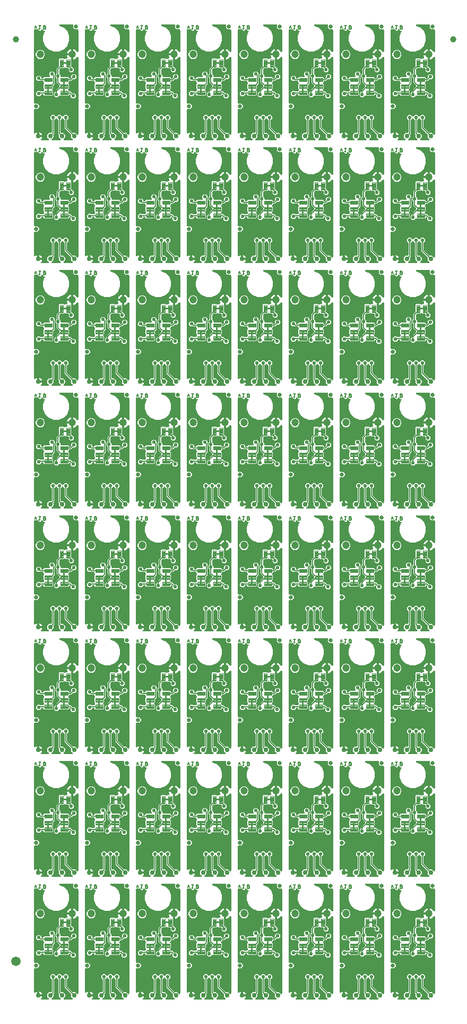
<source format=gbl>
G04 EAGLE Gerber RS-274X export*
G75*
%MOMM*%
%FSLAX34Y34*%
%LPD*%
%INBottom Copper*%
%IPPOS*%
%AMOC8*
5,1,8,0,0,1.08239X$1,22.5*%
G01*
%ADD10C,0.152400*%
%ADD11C,0.635000*%
%ADD12C,0.099059*%
%ADD13C,1.200000*%
%ADD14C,0.762000*%
%ADD15C,1.000000*%
%ADD16C,1.500000*%
%ADD17C,0.558800*%
%ADD18C,0.127000*%

G36*
X350355Y198383D02*
X350355Y198383D01*
X350425Y198382D01*
X350512Y198403D01*
X350601Y198415D01*
X350666Y198440D01*
X350734Y198457D01*
X350814Y198499D01*
X350897Y198532D01*
X350953Y198573D01*
X351015Y198605D01*
X351082Y198666D01*
X351154Y198718D01*
X351199Y198772D01*
X351251Y198819D01*
X351300Y198894D01*
X351357Y198963D01*
X351387Y199027D01*
X351425Y199085D01*
X351455Y199170D01*
X351493Y199251D01*
X351506Y199320D01*
X351529Y199386D01*
X351536Y199475D01*
X351552Y199563D01*
X351548Y199633D01*
X351554Y199703D01*
X351538Y199791D01*
X351533Y199881D01*
X351511Y199947D01*
X351499Y200016D01*
X351462Y200098D01*
X351435Y200183D01*
X351397Y200242D01*
X351369Y200306D01*
X351313Y200376D01*
X351265Y200452D01*
X351214Y200500D01*
X351170Y200555D01*
X351098Y200609D01*
X351033Y200670D01*
X350972Y200704D01*
X350916Y200746D01*
X350824Y200791D01*
X349388Y202227D01*
X348614Y204094D01*
X348614Y206116D01*
X349388Y207983D01*
X350817Y209412D01*
X352684Y210186D01*
X354883Y210186D01*
X354885Y210185D01*
X354890Y210186D01*
X354958Y210186D01*
X355007Y210192D01*
X355102Y210190D01*
X355151Y210202D01*
X355202Y210205D01*
X355259Y210224D01*
X355274Y210226D01*
X355309Y210240D01*
X355411Y210264D01*
X355456Y210288D01*
X355504Y210303D01*
X355562Y210340D01*
X355569Y210343D01*
X355587Y210356D01*
X355596Y210361D01*
X355693Y210412D01*
X355730Y210446D01*
X355773Y210473D01*
X355824Y210528D01*
X355827Y210529D01*
X355832Y210536D01*
X355848Y210553D01*
X355928Y210626D01*
X355956Y210668D01*
X355991Y210705D01*
X356029Y210774D01*
X356030Y210776D01*
X356044Y210800D01*
X356103Y210891D01*
X356120Y210939D01*
X356145Y210983D01*
X356165Y211061D01*
X356165Y211062D01*
X356165Y211064D01*
X356172Y211089D01*
X356207Y211192D01*
X356211Y211242D01*
X356224Y211291D01*
X356234Y211452D01*
X356234Y230582D01*
X356222Y230680D01*
X356219Y230779D01*
X356202Y230837D01*
X356194Y230897D01*
X356158Y230989D01*
X356130Y231084D01*
X356100Y231136D01*
X356077Y231193D01*
X356019Y231273D01*
X355969Y231358D01*
X355903Y231434D01*
X355891Y231450D01*
X355881Y231458D01*
X355863Y231479D01*
X354075Y233266D01*
X354075Y236634D01*
X356456Y239015D01*
X359824Y239015D01*
X362322Y236516D01*
X362417Y236443D01*
X362506Y236364D01*
X362542Y236346D01*
X362574Y236321D01*
X362683Y236274D01*
X362789Y236220D01*
X362828Y236211D01*
X362866Y236195D01*
X362983Y236176D01*
X363099Y236150D01*
X363140Y236151D01*
X363180Y236145D01*
X363298Y236156D01*
X363417Y236160D01*
X363456Y236171D01*
X363496Y236175D01*
X363609Y236215D01*
X363723Y236248D01*
X363757Y236268D01*
X363796Y236282D01*
X363894Y236349D01*
X363997Y236409D01*
X364042Y236449D01*
X364059Y236461D01*
X364072Y236476D01*
X364117Y236516D01*
X366616Y239015D01*
X369984Y239015D01*
X372482Y236516D01*
X372577Y236443D01*
X372666Y236364D01*
X372702Y236346D01*
X372734Y236321D01*
X372843Y236274D01*
X372949Y236220D01*
X372988Y236211D01*
X373026Y236195D01*
X373143Y236176D01*
X373259Y236150D01*
X373300Y236151D01*
X373340Y236145D01*
X373458Y236156D01*
X373577Y236160D01*
X373616Y236171D01*
X373656Y236175D01*
X373769Y236215D01*
X373883Y236248D01*
X373917Y236268D01*
X373956Y236282D01*
X374054Y236349D01*
X374157Y236409D01*
X374202Y236449D01*
X374219Y236461D01*
X374232Y236476D01*
X374277Y236516D01*
X376776Y239015D01*
X380144Y239015D01*
X382525Y236634D01*
X382525Y233266D01*
X380737Y231479D01*
X380677Y231401D01*
X380609Y231329D01*
X380580Y231276D01*
X380543Y231228D01*
X380503Y231137D01*
X380455Y231050D01*
X380440Y230992D01*
X380416Y230936D01*
X380401Y230838D01*
X380376Y230742D01*
X380370Y230642D01*
X380366Y230622D01*
X380368Y230610D01*
X380366Y230582D01*
X380366Y219755D01*
X380378Y219657D01*
X380381Y219558D01*
X380398Y219500D01*
X380406Y219440D01*
X380442Y219348D01*
X380470Y219252D01*
X380500Y219200D01*
X380523Y219144D01*
X380581Y219064D01*
X380631Y218978D01*
X380697Y218903D01*
X380709Y218887D01*
X380719Y218879D01*
X380737Y218858D01*
X389212Y210383D01*
X389236Y210365D01*
X389255Y210342D01*
X389361Y210267D01*
X389464Y210188D01*
X389491Y210176D01*
X389515Y210159D01*
X389636Y210113D01*
X389756Y210061D01*
X389785Y210057D01*
X389812Y210046D01*
X389941Y210032D01*
X390070Y210012D01*
X390099Y210014D01*
X390128Y210011D01*
X390257Y210029D01*
X390386Y210041D01*
X390414Y210051D01*
X390443Y210056D01*
X390596Y210108D01*
X390784Y210186D01*
X392806Y210186D01*
X394673Y209412D01*
X396110Y207975D01*
X396123Y207954D01*
X396144Y207903D01*
X396196Y207830D01*
X396241Y207752D01*
X396271Y207722D01*
X396271Y207721D01*
X396275Y207717D01*
X396289Y207702D01*
X396330Y207646D01*
X396400Y207588D01*
X396462Y207524D01*
X396522Y207487D01*
X396575Y207443D01*
X396657Y207405D01*
X396733Y207358D01*
X396800Y207337D01*
X396863Y207307D01*
X396951Y207290D01*
X397037Y207264D01*
X397107Y207261D01*
X397176Y207248D01*
X397265Y207253D01*
X397355Y207249D01*
X397423Y207263D01*
X397493Y207267D01*
X397578Y207295D01*
X397666Y207313D01*
X397729Y207344D01*
X397795Y207365D01*
X397871Y207413D01*
X397952Y207453D01*
X398005Y207498D01*
X398064Y207535D01*
X398126Y207601D01*
X398194Y207659D01*
X398234Y207716D01*
X398282Y207767D01*
X398325Y207846D01*
X398326Y207846D01*
X398327Y207848D01*
X398328Y207849D01*
X398377Y207919D01*
X398402Y207984D01*
X398436Y208046D01*
X398454Y208117D01*
X398463Y208136D01*
X398467Y208155D01*
X398490Y208216D01*
X398498Y208286D01*
X398515Y208354D01*
X398520Y208435D01*
X398523Y208448D01*
X398522Y208461D01*
X398525Y208514D01*
X398525Y330547D01*
X398512Y330651D01*
X398508Y330755D01*
X398492Y330808D01*
X398485Y330863D01*
X398447Y330960D01*
X398417Y331060D01*
X398389Y331107D01*
X398368Y331158D01*
X398307Y331243D01*
X398253Y331333D01*
X398214Y331371D01*
X398182Y331416D01*
X398101Y331483D01*
X398027Y331556D01*
X397979Y331583D01*
X397937Y331619D01*
X397842Y331663D01*
X397752Y331716D01*
X397699Y331731D01*
X397649Y331754D01*
X397547Y331774D01*
X397446Y331802D01*
X397391Y331804D01*
X397337Y331814D01*
X397232Y331807D01*
X397128Y331810D01*
X397074Y331798D01*
X397019Y331794D01*
X396920Y331762D01*
X396818Y331739D01*
X396769Y331713D01*
X396717Y331696D01*
X396628Y331640D01*
X396536Y331592D01*
X396494Y331555D01*
X396448Y331526D01*
X396376Y331450D01*
X396298Y331380D01*
X396245Y331310D01*
X396230Y331294D01*
X396223Y331281D01*
X396201Y331252D01*
X395254Y329836D01*
X394064Y328646D01*
X392666Y327711D01*
X391111Y327068D01*
X390369Y326920D01*
X390369Y334800D01*
X390354Y334918D01*
X390347Y335037D01*
X390334Y335075D01*
X390329Y335115D01*
X390286Y335226D01*
X390270Y335274D01*
X390280Y335292D01*
X390290Y335331D01*
X390307Y335367D01*
X390329Y335484D01*
X390359Y335600D01*
X390363Y335660D01*
X390367Y335680D01*
X390365Y335700D01*
X390369Y335760D01*
X390369Y343640D01*
X391111Y343492D01*
X392666Y342849D01*
X394064Y341914D01*
X395254Y340724D01*
X396201Y339308D01*
X396269Y339229D01*
X396330Y339144D01*
X396373Y339109D01*
X396409Y339067D01*
X396495Y339008D01*
X396575Y338941D01*
X396625Y338918D01*
X396671Y338887D01*
X396769Y338850D01*
X396863Y338806D01*
X396917Y338795D01*
X396969Y338776D01*
X397073Y338766D01*
X397176Y338746D01*
X397231Y338749D01*
X397285Y338744D01*
X397389Y338759D01*
X397493Y338766D01*
X397545Y338783D01*
X397600Y338791D01*
X397696Y338832D01*
X397795Y338864D01*
X397842Y338893D01*
X397893Y338915D01*
X397976Y338978D01*
X398064Y339034D01*
X398102Y339074D01*
X398146Y339108D01*
X398210Y339189D01*
X398282Y339266D01*
X398309Y339314D01*
X398343Y339357D01*
X398385Y339453D01*
X398436Y339544D01*
X398449Y339597D01*
X398472Y339648D01*
X398489Y339751D01*
X398515Y339852D01*
X398521Y339940D01*
X398524Y339962D01*
X398523Y339976D01*
X398525Y340013D01*
X398525Y374015D01*
X398510Y374133D01*
X398503Y374252D01*
X398490Y374290D01*
X398485Y374331D01*
X398442Y374441D01*
X398405Y374554D01*
X398383Y374589D01*
X398368Y374626D01*
X398299Y374722D01*
X398235Y374823D01*
X398205Y374851D01*
X398182Y374884D01*
X398090Y374960D01*
X398003Y375041D01*
X397968Y375061D01*
X397937Y375086D01*
X397829Y375137D01*
X397725Y375195D01*
X397685Y375205D01*
X397649Y375222D01*
X397532Y375244D01*
X397417Y375274D01*
X397357Y375278D01*
X397337Y375282D01*
X397316Y375280D01*
X397256Y375284D01*
X393129Y375284D01*
X390524Y377889D01*
X390524Y382016D01*
X390509Y382134D01*
X390502Y382253D01*
X390489Y382291D01*
X390484Y382332D01*
X390441Y382442D01*
X390404Y382555D01*
X390382Y382590D01*
X390367Y382627D01*
X390298Y382723D01*
X390234Y382824D01*
X390204Y382852D01*
X390181Y382885D01*
X390089Y382961D01*
X390002Y383042D01*
X389967Y383062D01*
X389936Y383087D01*
X389828Y383138D01*
X389724Y383196D01*
X389684Y383206D01*
X389648Y383223D01*
X389531Y383245D01*
X389416Y383275D01*
X389356Y383279D01*
X389336Y383283D01*
X389315Y383281D01*
X389255Y383285D01*
X369455Y383285D01*
X369386Y383277D01*
X369316Y383278D01*
X369229Y383257D01*
X369140Y383245D01*
X369075Y383220D01*
X369007Y383203D01*
X368927Y383161D01*
X368844Y383128D01*
X368787Y383087D01*
X368726Y383055D01*
X368659Y382994D01*
X368587Y382942D01*
X368542Y382888D01*
X368490Y382841D01*
X368441Y382766D01*
X368384Y382697D01*
X368354Y382633D01*
X368316Y382575D01*
X368286Y382490D01*
X368248Y382409D01*
X368235Y382340D01*
X368212Y382274D01*
X368205Y382185D01*
X368188Y382097D01*
X368193Y382027D01*
X368187Y381957D01*
X368203Y381869D01*
X368208Y381779D01*
X368230Y381713D01*
X368242Y381644D01*
X368279Y381562D01*
X368306Y381477D01*
X368344Y381418D01*
X368372Y381354D01*
X368428Y381284D01*
X368476Y381208D01*
X368527Y381160D01*
X368571Y381106D01*
X368643Y381051D01*
X368708Y380990D01*
X368769Y380956D01*
X368825Y380914D01*
X368969Y380843D01*
X375019Y378338D01*
X380878Y372479D01*
X384049Y364823D01*
X384049Y356537D01*
X380878Y348881D01*
X375019Y343022D01*
X367363Y339851D01*
X359077Y339851D01*
X351422Y343022D01*
X345562Y348881D01*
X342391Y356537D01*
X342391Y364823D01*
X345103Y371370D01*
X345116Y371418D01*
X345137Y371463D01*
X345158Y371571D01*
X345187Y371677D01*
X345188Y371727D01*
X345197Y371776D01*
X345190Y371885D01*
X345192Y371995D01*
X345181Y372043D01*
X345178Y372093D01*
X345144Y372197D01*
X345118Y372304D01*
X345095Y372348D01*
X345079Y372395D01*
X345021Y372488D01*
X344969Y372585D01*
X344936Y372622D01*
X344909Y372664D01*
X344829Y372739D01*
X344755Y372821D01*
X344714Y372848D01*
X344678Y372882D01*
X344582Y372935D01*
X344490Y372995D01*
X344443Y373012D01*
X344399Y373036D01*
X344293Y373063D01*
X344189Y373099D01*
X344139Y373103D01*
X344091Y373115D01*
X343931Y373125D01*
X343500Y373125D01*
X341709Y374404D01*
X341685Y374465D01*
X341656Y374506D01*
X341633Y374551D01*
X341563Y374634D01*
X341498Y374722D01*
X341460Y374755D01*
X341427Y374793D01*
X341338Y374855D01*
X341253Y374925D01*
X341208Y374947D01*
X341167Y374976D01*
X341064Y375014D01*
X340966Y375061D01*
X340916Y375070D01*
X340869Y375088D01*
X340760Y375100D01*
X340653Y375121D01*
X340603Y375117D01*
X340553Y375123D01*
X340445Y375108D01*
X340336Y375101D01*
X340288Y375085D01*
X340238Y375078D01*
X340137Y375036D01*
X340033Y375003D01*
X339991Y374976D01*
X339944Y374957D01*
X339857Y374891D01*
X339765Y374833D01*
X339730Y374796D01*
X339690Y374766D01*
X339622Y374681D01*
X339547Y374601D01*
X339522Y374557D01*
X339491Y374518D01*
X339479Y374492D01*
X338837Y373850D01*
X338829Y373839D01*
X338744Y373745D01*
X338283Y373169D01*
X338209Y373125D01*
X337454Y373125D01*
X337439Y373123D01*
X337314Y373118D01*
X336580Y373036D01*
X336497Y373057D01*
X335963Y373591D01*
X335951Y373600D01*
X335858Y373685D01*
X333957Y375206D01*
X333894Y375245D01*
X333837Y375291D01*
X333759Y375327D01*
X333685Y375372D01*
X333615Y375394D01*
X333548Y375425D01*
X333464Y375440D01*
X333381Y375466D01*
X333308Y375469D01*
X333235Y375482D01*
X333150Y375476D01*
X333064Y375480D01*
X332991Y375465D01*
X332918Y375460D01*
X332762Y375419D01*
X331999Y375165D01*
X331255Y375537D01*
X331227Y375547D01*
X331201Y375562D01*
X331077Y375599D01*
X330955Y375642D01*
X330925Y375645D01*
X330897Y375653D01*
X330767Y375658D01*
X330638Y375670D01*
X330609Y375665D01*
X330579Y375666D01*
X330452Y375639D01*
X330324Y375618D01*
X330297Y375606D01*
X330268Y375599D01*
X330120Y375537D01*
X329335Y375144D01*
X329273Y375157D01*
X329269Y375156D01*
X329264Y375157D01*
X329111Y375148D01*
X328956Y375139D01*
X328952Y375138D01*
X328947Y375138D01*
X328802Y375090D01*
X328653Y375043D01*
X328649Y375041D01*
X328645Y375040D01*
X328514Y374957D01*
X328383Y374875D01*
X328380Y374872D01*
X328376Y374869D01*
X328269Y374756D01*
X328163Y374645D01*
X328161Y374641D01*
X328158Y374638D01*
X328083Y374502D01*
X328008Y374368D01*
X328007Y374363D01*
X328004Y374359D01*
X327966Y374211D01*
X327926Y374060D01*
X327926Y374056D01*
X327925Y374051D01*
X327915Y373891D01*
X327915Y258445D01*
X327930Y258327D01*
X327937Y258208D01*
X327950Y258170D01*
X327955Y258129D01*
X327998Y258019D01*
X328035Y257906D01*
X328057Y257871D01*
X328072Y257834D01*
X328141Y257738D01*
X328205Y257637D01*
X328235Y257609D01*
X328258Y257576D01*
X328350Y257500D01*
X328437Y257419D01*
X328472Y257399D01*
X328503Y257374D01*
X328611Y257323D01*
X328715Y257265D01*
X328755Y257255D01*
X328791Y257238D01*
X328908Y257216D01*
X329023Y257186D01*
X329083Y257182D01*
X329103Y257178D01*
X329124Y257180D01*
X329184Y257176D01*
X333311Y257176D01*
X335916Y254571D01*
X335916Y250889D01*
X333311Y248284D01*
X329184Y248284D01*
X329066Y248269D01*
X328947Y248262D01*
X328909Y248249D01*
X328868Y248244D01*
X328758Y248201D01*
X328645Y248164D01*
X328610Y248142D01*
X328573Y248127D01*
X328477Y248058D01*
X328376Y247994D01*
X328348Y247964D01*
X328315Y247941D01*
X328239Y247849D01*
X328158Y247762D01*
X328138Y247727D01*
X328113Y247696D01*
X328062Y247588D01*
X328004Y247484D01*
X327994Y247444D01*
X327977Y247408D01*
X327955Y247291D01*
X327925Y247176D01*
X327921Y247116D01*
X327917Y247096D01*
X327919Y247075D01*
X327915Y247015D01*
X327915Y210420D01*
X327932Y210282D01*
X327945Y210144D01*
X327952Y210125D01*
X327955Y210105D01*
X328006Y209975D01*
X328053Y209845D01*
X328064Y209828D01*
X328072Y209809D01*
X328153Y209696D01*
X328231Y209581D01*
X328247Y209568D01*
X328258Y209552D01*
X328366Y209463D01*
X328470Y209371D01*
X328488Y209362D01*
X328503Y209349D01*
X328629Y209290D01*
X328753Y209226D01*
X328773Y209222D01*
X328791Y209213D01*
X328927Y209187D01*
X329063Y209157D01*
X329084Y209157D01*
X329103Y209154D01*
X329242Y209162D01*
X329381Y209166D01*
X329401Y209172D01*
X329421Y209173D01*
X329553Y209216D01*
X329687Y209255D01*
X329704Y209265D01*
X329723Y209271D01*
X329841Y209346D01*
X329961Y209416D01*
X329982Y209435D01*
X329992Y209441D01*
X330006Y209456D01*
X330082Y209523D01*
X330597Y210038D01*
X331637Y210733D01*
X332741Y211190D01*
X332741Y205740D01*
X332756Y205622D01*
X332763Y205503D01*
X332775Y205465D01*
X332781Y205425D01*
X332824Y205314D01*
X332861Y205201D01*
X332883Y205167D01*
X332898Y205129D01*
X332967Y205033D01*
X333031Y204932D01*
X333061Y204904D01*
X333084Y204872D01*
X333176Y204796D01*
X333263Y204714D01*
X333298Y204695D01*
X333329Y204669D01*
X333437Y204618D01*
X333541Y204561D01*
X333581Y204551D01*
X333617Y204533D01*
X333734Y204511D01*
X333849Y204481D01*
X333909Y204477D01*
X333929Y204474D01*
X333950Y204475D01*
X334010Y204471D01*
X334011Y204471D01*
X334011Y204470D01*
X334026Y204352D01*
X334033Y204233D01*
X334046Y204195D01*
X334051Y204154D01*
X334095Y204044D01*
X334131Y203931D01*
X334153Y203896D01*
X334168Y203859D01*
X334238Y203762D01*
X334301Y203662D01*
X334331Y203634D01*
X334355Y203601D01*
X334446Y203525D01*
X334533Y203444D01*
X334568Y203424D01*
X334600Y203399D01*
X334707Y203348D01*
X334812Y203290D01*
X334851Y203280D01*
X334887Y203263D01*
X335004Y203241D01*
X335120Y203211D01*
X335180Y203207D01*
X335200Y203203D01*
X335220Y203205D01*
X335280Y203201D01*
X340730Y203201D01*
X340273Y202097D01*
X339578Y201057D01*
X339063Y200542D01*
X338978Y200432D01*
X338889Y200325D01*
X338880Y200306D01*
X338868Y200290D01*
X338812Y200162D01*
X338753Y200037D01*
X338750Y200017D01*
X338741Y199998D01*
X338720Y199860D01*
X338694Y199724D01*
X338695Y199704D01*
X338692Y199684D01*
X338705Y199545D01*
X338713Y199407D01*
X338720Y199388D01*
X338721Y199368D01*
X338768Y199237D01*
X338811Y199105D01*
X338822Y199087D01*
X338829Y199068D01*
X338907Y198954D01*
X338981Y198836D01*
X338996Y198822D01*
X339008Y198805D01*
X339112Y198713D01*
X339213Y198618D01*
X339231Y198608D01*
X339246Y198595D01*
X339370Y198532D01*
X339492Y198464D01*
X339511Y198459D01*
X339529Y198450D01*
X339665Y198420D01*
X339800Y198385D01*
X339828Y198383D01*
X339840Y198380D01*
X339860Y198381D01*
X339960Y198375D01*
X350286Y198375D01*
X350355Y198383D01*
G37*
G36*
X25235Y1176283D02*
X25235Y1176283D01*
X25305Y1176282D01*
X25392Y1176303D01*
X25481Y1176315D01*
X25546Y1176340D01*
X25614Y1176357D01*
X25694Y1176399D01*
X25777Y1176432D01*
X25833Y1176473D01*
X25895Y1176505D01*
X25962Y1176566D01*
X26034Y1176618D01*
X26079Y1176672D01*
X26131Y1176719D01*
X26180Y1176794D01*
X26237Y1176863D01*
X26267Y1176927D01*
X26305Y1176985D01*
X26335Y1177070D01*
X26373Y1177151D01*
X26386Y1177220D01*
X26409Y1177286D01*
X26416Y1177375D01*
X26432Y1177463D01*
X26428Y1177533D01*
X26434Y1177603D01*
X26418Y1177691D01*
X26413Y1177781D01*
X26391Y1177847D01*
X26379Y1177916D01*
X26342Y1177998D01*
X26315Y1178083D01*
X26277Y1178142D01*
X26249Y1178206D01*
X26193Y1178276D01*
X26145Y1178352D01*
X26094Y1178400D01*
X26050Y1178455D01*
X25978Y1178509D01*
X25913Y1178570D01*
X25852Y1178604D01*
X25796Y1178646D01*
X25704Y1178691D01*
X24268Y1180127D01*
X23494Y1181994D01*
X23494Y1184016D01*
X24268Y1185883D01*
X25697Y1187312D01*
X27564Y1188086D01*
X29763Y1188086D01*
X29765Y1188085D01*
X29770Y1188086D01*
X29838Y1188086D01*
X29887Y1188092D01*
X29982Y1188090D01*
X30031Y1188102D01*
X30082Y1188105D01*
X30139Y1188124D01*
X30154Y1188126D01*
X30189Y1188140D01*
X30291Y1188164D01*
X30336Y1188188D01*
X30384Y1188203D01*
X30442Y1188240D01*
X30449Y1188243D01*
X30467Y1188256D01*
X30476Y1188261D01*
X30573Y1188312D01*
X30610Y1188346D01*
X30653Y1188373D01*
X30704Y1188428D01*
X30707Y1188429D01*
X30712Y1188436D01*
X30728Y1188453D01*
X30808Y1188526D01*
X30836Y1188568D01*
X30871Y1188605D01*
X30909Y1188674D01*
X30910Y1188676D01*
X30924Y1188700D01*
X30983Y1188791D01*
X31000Y1188839D01*
X31025Y1188883D01*
X31045Y1188961D01*
X31045Y1188962D01*
X31045Y1188964D01*
X31052Y1188989D01*
X31087Y1189092D01*
X31091Y1189142D01*
X31104Y1189191D01*
X31114Y1189352D01*
X31114Y1208482D01*
X31102Y1208580D01*
X31099Y1208679D01*
X31082Y1208737D01*
X31074Y1208797D01*
X31038Y1208889D01*
X31010Y1208984D01*
X30980Y1209036D01*
X30957Y1209093D01*
X30899Y1209173D01*
X30849Y1209258D01*
X30783Y1209334D01*
X30771Y1209350D01*
X30761Y1209358D01*
X30743Y1209379D01*
X28955Y1211166D01*
X28955Y1214534D01*
X31336Y1216915D01*
X34704Y1216915D01*
X37202Y1214416D01*
X37297Y1214343D01*
X37386Y1214264D01*
X37422Y1214246D01*
X37454Y1214221D01*
X37563Y1214174D01*
X37669Y1214120D01*
X37708Y1214111D01*
X37746Y1214095D01*
X37863Y1214076D01*
X37979Y1214050D01*
X38020Y1214051D01*
X38060Y1214045D01*
X38178Y1214056D01*
X38297Y1214060D01*
X38336Y1214071D01*
X38376Y1214075D01*
X38489Y1214115D01*
X38603Y1214148D01*
X38637Y1214168D01*
X38676Y1214182D01*
X38774Y1214249D01*
X38877Y1214309D01*
X38922Y1214349D01*
X38939Y1214361D01*
X38952Y1214376D01*
X38997Y1214416D01*
X41496Y1216915D01*
X44864Y1216915D01*
X47362Y1214416D01*
X47457Y1214343D01*
X47546Y1214264D01*
X47582Y1214246D01*
X47614Y1214221D01*
X47723Y1214174D01*
X47829Y1214120D01*
X47868Y1214111D01*
X47906Y1214095D01*
X48023Y1214076D01*
X48139Y1214050D01*
X48180Y1214051D01*
X48220Y1214045D01*
X48338Y1214056D01*
X48457Y1214060D01*
X48496Y1214071D01*
X48536Y1214075D01*
X48649Y1214115D01*
X48763Y1214148D01*
X48797Y1214168D01*
X48836Y1214182D01*
X48934Y1214249D01*
X49037Y1214309D01*
X49082Y1214349D01*
X49099Y1214361D01*
X49112Y1214376D01*
X49157Y1214416D01*
X51656Y1216915D01*
X55024Y1216915D01*
X57405Y1214534D01*
X57405Y1211166D01*
X55617Y1209379D01*
X55557Y1209301D01*
X55489Y1209229D01*
X55460Y1209176D01*
X55423Y1209128D01*
X55383Y1209037D01*
X55335Y1208950D01*
X55320Y1208892D01*
X55296Y1208836D01*
X55281Y1208738D01*
X55256Y1208642D01*
X55250Y1208542D01*
X55246Y1208522D01*
X55248Y1208510D01*
X55246Y1208482D01*
X55246Y1197655D01*
X55258Y1197557D01*
X55261Y1197458D01*
X55278Y1197400D01*
X55286Y1197340D01*
X55322Y1197248D01*
X55350Y1197152D01*
X55380Y1197100D01*
X55403Y1197044D01*
X55461Y1196964D01*
X55511Y1196878D01*
X55577Y1196803D01*
X55589Y1196787D01*
X55599Y1196779D01*
X55617Y1196758D01*
X64092Y1188283D01*
X64116Y1188265D01*
X64135Y1188242D01*
X64241Y1188167D01*
X64344Y1188088D01*
X64371Y1188076D01*
X64395Y1188059D01*
X64516Y1188013D01*
X64636Y1187961D01*
X64665Y1187957D01*
X64692Y1187946D01*
X64821Y1187932D01*
X64950Y1187912D01*
X64979Y1187914D01*
X65008Y1187911D01*
X65137Y1187929D01*
X65266Y1187941D01*
X65294Y1187951D01*
X65323Y1187956D01*
X65476Y1188008D01*
X65664Y1188086D01*
X67686Y1188086D01*
X69553Y1187312D01*
X70990Y1185875D01*
X71003Y1185854D01*
X71024Y1185803D01*
X71076Y1185730D01*
X71121Y1185652D01*
X71151Y1185622D01*
X71151Y1185621D01*
X71155Y1185617D01*
X71169Y1185602D01*
X71210Y1185546D01*
X71280Y1185488D01*
X71342Y1185424D01*
X71402Y1185387D01*
X71455Y1185343D01*
X71537Y1185305D01*
X71613Y1185258D01*
X71680Y1185237D01*
X71743Y1185207D01*
X71831Y1185190D01*
X71917Y1185164D01*
X71987Y1185161D01*
X72056Y1185148D01*
X72145Y1185153D01*
X72235Y1185149D01*
X72303Y1185163D01*
X72373Y1185167D01*
X72458Y1185195D01*
X72546Y1185213D01*
X72609Y1185244D01*
X72675Y1185265D01*
X72751Y1185313D01*
X72832Y1185353D01*
X72885Y1185398D01*
X72944Y1185435D01*
X73006Y1185501D01*
X73074Y1185559D01*
X73114Y1185616D01*
X73162Y1185667D01*
X73205Y1185746D01*
X73206Y1185746D01*
X73207Y1185748D01*
X73208Y1185749D01*
X73257Y1185819D01*
X73282Y1185884D01*
X73316Y1185946D01*
X73334Y1186017D01*
X73343Y1186036D01*
X73347Y1186055D01*
X73370Y1186116D01*
X73378Y1186186D01*
X73395Y1186254D01*
X73400Y1186335D01*
X73403Y1186348D01*
X73402Y1186361D01*
X73405Y1186414D01*
X73405Y1308447D01*
X73392Y1308551D01*
X73388Y1308655D01*
X73372Y1308708D01*
X73365Y1308763D01*
X73327Y1308860D01*
X73297Y1308960D01*
X73269Y1309007D01*
X73248Y1309058D01*
X73187Y1309143D01*
X73133Y1309233D01*
X73094Y1309271D01*
X73062Y1309316D01*
X72981Y1309383D01*
X72907Y1309456D01*
X72859Y1309483D01*
X72817Y1309519D01*
X72722Y1309563D01*
X72632Y1309616D01*
X72579Y1309631D01*
X72529Y1309654D01*
X72427Y1309674D01*
X72326Y1309702D01*
X72271Y1309704D01*
X72217Y1309714D01*
X72112Y1309707D01*
X72008Y1309710D01*
X71954Y1309698D01*
X71899Y1309694D01*
X71800Y1309662D01*
X71698Y1309639D01*
X71649Y1309613D01*
X71597Y1309596D01*
X71508Y1309540D01*
X71416Y1309492D01*
X71374Y1309455D01*
X71328Y1309426D01*
X71256Y1309350D01*
X71178Y1309280D01*
X71125Y1309210D01*
X71110Y1309194D01*
X71103Y1309181D01*
X71081Y1309152D01*
X70134Y1307736D01*
X68944Y1306546D01*
X67546Y1305611D01*
X65991Y1304968D01*
X65249Y1304820D01*
X65249Y1312700D01*
X65234Y1312818D01*
X65227Y1312937D01*
X65214Y1312975D01*
X65209Y1313015D01*
X65166Y1313126D01*
X65150Y1313174D01*
X65160Y1313192D01*
X65170Y1313231D01*
X65187Y1313267D01*
X65209Y1313384D01*
X65239Y1313500D01*
X65243Y1313560D01*
X65247Y1313580D01*
X65245Y1313600D01*
X65249Y1313660D01*
X65249Y1321540D01*
X65991Y1321392D01*
X67546Y1320749D01*
X68944Y1319814D01*
X70134Y1318624D01*
X71081Y1317208D01*
X71149Y1317129D01*
X71210Y1317044D01*
X71253Y1317009D01*
X71289Y1316967D01*
X71375Y1316908D01*
X71455Y1316841D01*
X71505Y1316818D01*
X71551Y1316787D01*
X71649Y1316750D01*
X71743Y1316706D01*
X71797Y1316695D01*
X71849Y1316676D01*
X71953Y1316666D01*
X72056Y1316646D01*
X72111Y1316649D01*
X72165Y1316644D01*
X72269Y1316659D01*
X72373Y1316666D01*
X72425Y1316683D01*
X72480Y1316691D01*
X72576Y1316732D01*
X72675Y1316764D01*
X72722Y1316793D01*
X72773Y1316815D01*
X72856Y1316878D01*
X72944Y1316934D01*
X72982Y1316974D01*
X73026Y1317008D01*
X73090Y1317089D01*
X73162Y1317166D01*
X73189Y1317214D01*
X73223Y1317257D01*
X73265Y1317353D01*
X73316Y1317444D01*
X73329Y1317497D01*
X73352Y1317548D01*
X73369Y1317651D01*
X73395Y1317752D01*
X73401Y1317840D01*
X73404Y1317862D01*
X73403Y1317876D01*
X73405Y1317913D01*
X73405Y1351915D01*
X73390Y1352033D01*
X73383Y1352152D01*
X73370Y1352190D01*
X73365Y1352231D01*
X73322Y1352341D01*
X73285Y1352454D01*
X73263Y1352489D01*
X73248Y1352526D01*
X73179Y1352622D01*
X73115Y1352723D01*
X73085Y1352751D01*
X73062Y1352784D01*
X72970Y1352860D01*
X72883Y1352941D01*
X72848Y1352961D01*
X72817Y1352986D01*
X72709Y1353037D01*
X72605Y1353095D01*
X72565Y1353105D01*
X72529Y1353122D01*
X72412Y1353144D01*
X72297Y1353174D01*
X72237Y1353178D01*
X72217Y1353182D01*
X72196Y1353180D01*
X72136Y1353184D01*
X68009Y1353184D01*
X65404Y1355789D01*
X65404Y1359916D01*
X65389Y1360034D01*
X65382Y1360153D01*
X65369Y1360191D01*
X65364Y1360232D01*
X65321Y1360342D01*
X65284Y1360455D01*
X65262Y1360490D01*
X65247Y1360527D01*
X65178Y1360623D01*
X65114Y1360724D01*
X65084Y1360752D01*
X65061Y1360785D01*
X64969Y1360861D01*
X64882Y1360942D01*
X64847Y1360962D01*
X64816Y1360987D01*
X64708Y1361038D01*
X64604Y1361096D01*
X64564Y1361106D01*
X64528Y1361123D01*
X64411Y1361145D01*
X64296Y1361175D01*
X64236Y1361179D01*
X64216Y1361183D01*
X64195Y1361181D01*
X64135Y1361185D01*
X44335Y1361185D01*
X44266Y1361177D01*
X44196Y1361178D01*
X44109Y1361157D01*
X44020Y1361145D01*
X43955Y1361120D01*
X43887Y1361103D01*
X43807Y1361061D01*
X43724Y1361028D01*
X43667Y1360987D01*
X43606Y1360955D01*
X43539Y1360894D01*
X43467Y1360842D01*
X43422Y1360788D01*
X43370Y1360741D01*
X43321Y1360666D01*
X43264Y1360597D01*
X43234Y1360533D01*
X43196Y1360475D01*
X43166Y1360390D01*
X43128Y1360309D01*
X43115Y1360240D01*
X43092Y1360174D01*
X43085Y1360085D01*
X43068Y1359997D01*
X43073Y1359927D01*
X43067Y1359857D01*
X43083Y1359769D01*
X43088Y1359679D01*
X43110Y1359613D01*
X43122Y1359544D01*
X43159Y1359462D01*
X43186Y1359377D01*
X43224Y1359318D01*
X43252Y1359254D01*
X43308Y1359184D01*
X43356Y1359108D01*
X43407Y1359060D01*
X43451Y1359006D01*
X43523Y1358951D01*
X43588Y1358890D01*
X43649Y1358856D01*
X43705Y1358814D01*
X43849Y1358743D01*
X49899Y1356238D01*
X55758Y1350379D01*
X58929Y1342723D01*
X58929Y1334437D01*
X55758Y1326781D01*
X49899Y1320922D01*
X42243Y1317751D01*
X33957Y1317751D01*
X26302Y1320922D01*
X20442Y1326782D01*
X17271Y1334437D01*
X17271Y1342723D01*
X19983Y1349270D01*
X19996Y1349318D01*
X20017Y1349363D01*
X20038Y1349471D01*
X20067Y1349577D01*
X20068Y1349627D01*
X20077Y1349676D01*
X20070Y1349785D01*
X20072Y1349895D01*
X20061Y1349943D01*
X20058Y1349993D01*
X20024Y1350097D01*
X19998Y1350204D01*
X19975Y1350248D01*
X19959Y1350295D01*
X19901Y1350388D01*
X19849Y1350485D01*
X19816Y1350522D01*
X19789Y1350564D01*
X19709Y1350639D01*
X19635Y1350721D01*
X19594Y1350748D01*
X19558Y1350782D01*
X19462Y1350835D01*
X19370Y1350895D01*
X19323Y1350912D01*
X19279Y1350936D01*
X19173Y1350963D01*
X19069Y1350999D01*
X19019Y1351003D01*
X18971Y1351015D01*
X18811Y1351025D01*
X18380Y1351025D01*
X16589Y1352304D01*
X16565Y1352365D01*
X16536Y1352406D01*
X16513Y1352451D01*
X16443Y1352534D01*
X16378Y1352622D01*
X16340Y1352655D01*
X16307Y1352693D01*
X16218Y1352755D01*
X16133Y1352825D01*
X16088Y1352847D01*
X16047Y1352876D01*
X15944Y1352914D01*
X15846Y1352961D01*
X15796Y1352970D01*
X15749Y1352988D01*
X15640Y1353000D01*
X15533Y1353021D01*
X15483Y1353017D01*
X15433Y1353023D01*
X15325Y1353008D01*
X15216Y1353001D01*
X15168Y1352985D01*
X15118Y1352978D01*
X15017Y1352936D01*
X14913Y1352903D01*
X14871Y1352876D01*
X14824Y1352857D01*
X14737Y1352791D01*
X14645Y1352733D01*
X14610Y1352696D01*
X14570Y1352666D01*
X14502Y1352581D01*
X14427Y1352501D01*
X14402Y1352457D01*
X14371Y1352418D01*
X14359Y1352392D01*
X13717Y1351750D01*
X13709Y1351739D01*
X13624Y1351645D01*
X13163Y1351069D01*
X13089Y1351025D01*
X12334Y1351025D01*
X12319Y1351023D01*
X12194Y1351018D01*
X11460Y1350936D01*
X11377Y1350957D01*
X10843Y1351491D01*
X10831Y1351500D01*
X10738Y1351585D01*
X8837Y1353106D01*
X8774Y1353145D01*
X8717Y1353191D01*
X8639Y1353227D01*
X8565Y1353272D01*
X8495Y1353294D01*
X8428Y1353325D01*
X8344Y1353340D01*
X8261Y1353366D01*
X8188Y1353369D01*
X8115Y1353382D01*
X8030Y1353376D01*
X7944Y1353380D01*
X7871Y1353365D01*
X7798Y1353360D01*
X7642Y1353319D01*
X6879Y1353065D01*
X6135Y1353437D01*
X6107Y1353447D01*
X6081Y1353462D01*
X5957Y1353499D01*
X5835Y1353542D01*
X5805Y1353545D01*
X5777Y1353553D01*
X5647Y1353558D01*
X5518Y1353570D01*
X5489Y1353565D01*
X5459Y1353566D01*
X5332Y1353539D01*
X5204Y1353518D01*
X5177Y1353506D01*
X5148Y1353499D01*
X5000Y1353437D01*
X4215Y1353044D01*
X4153Y1353057D01*
X4149Y1353056D01*
X4144Y1353057D01*
X3991Y1353048D01*
X3836Y1353039D01*
X3832Y1353038D01*
X3827Y1353038D01*
X3682Y1352990D01*
X3533Y1352943D01*
X3529Y1352941D01*
X3525Y1352940D01*
X3394Y1352857D01*
X3263Y1352775D01*
X3260Y1352772D01*
X3256Y1352769D01*
X3149Y1352656D01*
X3043Y1352545D01*
X3041Y1352541D01*
X3038Y1352538D01*
X2963Y1352402D01*
X2888Y1352268D01*
X2887Y1352263D01*
X2884Y1352259D01*
X2846Y1352111D01*
X2806Y1351960D01*
X2806Y1351956D01*
X2805Y1351951D01*
X2795Y1351791D01*
X2795Y1236345D01*
X2810Y1236227D01*
X2817Y1236108D01*
X2830Y1236070D01*
X2835Y1236029D01*
X2878Y1235919D01*
X2915Y1235806D01*
X2937Y1235771D01*
X2952Y1235734D01*
X3021Y1235638D01*
X3085Y1235537D01*
X3115Y1235509D01*
X3138Y1235476D01*
X3230Y1235400D01*
X3317Y1235319D01*
X3352Y1235299D01*
X3383Y1235274D01*
X3491Y1235223D01*
X3595Y1235165D01*
X3635Y1235155D01*
X3671Y1235138D01*
X3788Y1235116D01*
X3903Y1235086D01*
X3963Y1235082D01*
X3983Y1235078D01*
X4004Y1235080D01*
X4064Y1235076D01*
X8191Y1235076D01*
X10796Y1232471D01*
X10796Y1228789D01*
X8191Y1226184D01*
X4064Y1226184D01*
X3946Y1226169D01*
X3827Y1226162D01*
X3789Y1226149D01*
X3748Y1226144D01*
X3638Y1226101D01*
X3525Y1226064D01*
X3490Y1226042D01*
X3453Y1226027D01*
X3357Y1225958D01*
X3256Y1225894D01*
X3228Y1225864D01*
X3195Y1225841D01*
X3119Y1225749D01*
X3038Y1225662D01*
X3018Y1225627D01*
X2993Y1225596D01*
X2942Y1225488D01*
X2884Y1225384D01*
X2874Y1225344D01*
X2857Y1225308D01*
X2835Y1225191D01*
X2805Y1225076D01*
X2801Y1225016D01*
X2797Y1224996D01*
X2799Y1224975D01*
X2795Y1224915D01*
X2795Y1188320D01*
X2812Y1188182D01*
X2825Y1188044D01*
X2832Y1188025D01*
X2835Y1188005D01*
X2886Y1187875D01*
X2933Y1187745D01*
X2944Y1187728D01*
X2952Y1187709D01*
X3033Y1187596D01*
X3111Y1187481D01*
X3127Y1187468D01*
X3138Y1187452D01*
X3246Y1187363D01*
X3350Y1187271D01*
X3368Y1187262D01*
X3383Y1187249D01*
X3509Y1187190D01*
X3633Y1187126D01*
X3653Y1187122D01*
X3671Y1187113D01*
X3807Y1187087D01*
X3943Y1187057D01*
X3964Y1187057D01*
X3983Y1187054D01*
X4122Y1187062D01*
X4261Y1187066D01*
X4281Y1187072D01*
X4301Y1187073D01*
X4433Y1187116D01*
X4567Y1187155D01*
X4584Y1187165D01*
X4603Y1187171D01*
X4721Y1187246D01*
X4841Y1187316D01*
X4862Y1187335D01*
X4872Y1187341D01*
X4886Y1187356D01*
X4962Y1187423D01*
X5477Y1187938D01*
X6517Y1188633D01*
X7621Y1189090D01*
X7621Y1183640D01*
X7636Y1183522D01*
X7643Y1183403D01*
X7655Y1183365D01*
X7661Y1183325D01*
X7704Y1183214D01*
X7741Y1183101D01*
X7763Y1183067D01*
X7778Y1183029D01*
X7847Y1182933D01*
X7911Y1182832D01*
X7941Y1182804D01*
X7964Y1182772D01*
X8056Y1182696D01*
X8143Y1182614D01*
X8178Y1182595D01*
X8209Y1182569D01*
X8317Y1182518D01*
X8421Y1182461D01*
X8461Y1182451D01*
X8497Y1182433D01*
X8614Y1182411D01*
X8729Y1182381D01*
X8789Y1182377D01*
X8809Y1182374D01*
X8830Y1182375D01*
X8890Y1182371D01*
X8891Y1182371D01*
X8891Y1182370D01*
X8906Y1182252D01*
X8913Y1182133D01*
X8926Y1182095D01*
X8931Y1182054D01*
X8975Y1181944D01*
X9011Y1181831D01*
X9033Y1181796D01*
X9048Y1181759D01*
X9118Y1181662D01*
X9181Y1181562D01*
X9211Y1181534D01*
X9235Y1181501D01*
X9326Y1181425D01*
X9413Y1181344D01*
X9448Y1181324D01*
X9480Y1181299D01*
X9587Y1181248D01*
X9692Y1181190D01*
X9731Y1181180D01*
X9767Y1181163D01*
X9884Y1181141D01*
X10000Y1181111D01*
X10060Y1181107D01*
X10080Y1181103D01*
X10100Y1181105D01*
X10160Y1181101D01*
X15610Y1181101D01*
X15153Y1179997D01*
X14458Y1178957D01*
X13943Y1178442D01*
X13858Y1178332D01*
X13769Y1178225D01*
X13760Y1178206D01*
X13748Y1178190D01*
X13692Y1178062D01*
X13633Y1177937D01*
X13630Y1177917D01*
X13621Y1177898D01*
X13600Y1177760D01*
X13574Y1177624D01*
X13575Y1177604D01*
X13572Y1177584D01*
X13585Y1177445D01*
X13593Y1177307D01*
X13600Y1177288D01*
X13601Y1177268D01*
X13648Y1177137D01*
X13691Y1177005D01*
X13702Y1176987D01*
X13709Y1176968D01*
X13787Y1176854D01*
X13861Y1176736D01*
X13876Y1176722D01*
X13888Y1176705D01*
X13992Y1176613D01*
X14093Y1176518D01*
X14111Y1176508D01*
X14126Y1176495D01*
X14250Y1176432D01*
X14372Y1176364D01*
X14391Y1176359D01*
X14409Y1176350D01*
X14545Y1176320D01*
X14680Y1176285D01*
X14708Y1176283D01*
X14720Y1176280D01*
X14740Y1176281D01*
X14840Y1176275D01*
X25166Y1176275D01*
X25235Y1176283D01*
G37*
G36*
X350355Y1176283D02*
X350355Y1176283D01*
X350425Y1176282D01*
X350512Y1176303D01*
X350601Y1176315D01*
X350666Y1176340D01*
X350734Y1176357D01*
X350814Y1176399D01*
X350897Y1176432D01*
X350953Y1176473D01*
X351015Y1176505D01*
X351082Y1176566D01*
X351154Y1176618D01*
X351199Y1176672D01*
X351251Y1176719D01*
X351300Y1176794D01*
X351357Y1176863D01*
X351387Y1176927D01*
X351425Y1176985D01*
X351454Y1177070D01*
X351493Y1177151D01*
X351506Y1177220D01*
X351528Y1177286D01*
X351536Y1177375D01*
X351552Y1177463D01*
X351548Y1177533D01*
X351554Y1177603D01*
X351538Y1177691D01*
X351533Y1177781D01*
X351511Y1177847D01*
X351499Y1177916D01*
X351462Y1177998D01*
X351435Y1178083D01*
X351397Y1178142D01*
X351369Y1178206D01*
X351313Y1178276D01*
X351265Y1178352D01*
X351214Y1178400D01*
X351170Y1178455D01*
X351098Y1178509D01*
X351033Y1178570D01*
X350972Y1178604D01*
X350916Y1178646D01*
X350824Y1178691D01*
X349388Y1180127D01*
X348614Y1181994D01*
X348614Y1184016D01*
X349388Y1185883D01*
X350817Y1187312D01*
X352684Y1188086D01*
X354883Y1188086D01*
X354885Y1188085D01*
X354890Y1188086D01*
X354958Y1188086D01*
X355007Y1188092D01*
X355102Y1188090D01*
X355151Y1188102D01*
X355202Y1188105D01*
X355259Y1188124D01*
X355274Y1188126D01*
X355309Y1188140D01*
X355411Y1188164D01*
X355456Y1188188D01*
X355504Y1188203D01*
X355562Y1188240D01*
X355569Y1188243D01*
X355587Y1188256D01*
X355596Y1188261D01*
X355693Y1188312D01*
X355730Y1188346D01*
X355773Y1188373D01*
X355824Y1188428D01*
X355827Y1188429D01*
X355832Y1188436D01*
X355848Y1188453D01*
X355928Y1188526D01*
X355956Y1188568D01*
X355991Y1188605D01*
X356029Y1188674D01*
X356030Y1188676D01*
X356044Y1188700D01*
X356103Y1188791D01*
X356120Y1188839D01*
X356145Y1188883D01*
X356165Y1188961D01*
X356165Y1188962D01*
X356165Y1188964D01*
X356172Y1188989D01*
X356207Y1189092D01*
X356211Y1189142D01*
X356224Y1189191D01*
X356234Y1189352D01*
X356234Y1208482D01*
X356222Y1208580D01*
X356219Y1208679D01*
X356202Y1208737D01*
X356194Y1208797D01*
X356158Y1208889D01*
X356130Y1208984D01*
X356100Y1209036D01*
X356077Y1209093D01*
X356019Y1209173D01*
X355969Y1209258D01*
X355903Y1209334D01*
X355891Y1209350D01*
X355881Y1209358D01*
X355863Y1209379D01*
X354075Y1211166D01*
X354075Y1214534D01*
X356456Y1216915D01*
X359824Y1216915D01*
X362322Y1214416D01*
X362417Y1214343D01*
X362506Y1214264D01*
X362542Y1214246D01*
X362574Y1214221D01*
X362683Y1214174D01*
X362789Y1214120D01*
X362828Y1214111D01*
X362866Y1214095D01*
X362983Y1214076D01*
X363099Y1214050D01*
X363140Y1214051D01*
X363180Y1214045D01*
X363298Y1214056D01*
X363417Y1214060D01*
X363456Y1214071D01*
X363496Y1214075D01*
X363609Y1214115D01*
X363723Y1214148D01*
X363757Y1214168D01*
X363796Y1214182D01*
X363894Y1214249D01*
X363997Y1214309D01*
X364042Y1214349D01*
X364059Y1214361D01*
X364072Y1214376D01*
X364117Y1214416D01*
X366616Y1216915D01*
X369984Y1216915D01*
X372482Y1214416D01*
X372577Y1214343D01*
X372666Y1214264D01*
X372702Y1214246D01*
X372734Y1214221D01*
X372843Y1214174D01*
X372949Y1214120D01*
X372988Y1214111D01*
X373026Y1214095D01*
X373143Y1214076D01*
X373259Y1214050D01*
X373300Y1214051D01*
X373340Y1214045D01*
X373458Y1214056D01*
X373577Y1214060D01*
X373616Y1214071D01*
X373656Y1214075D01*
X373769Y1214115D01*
X373883Y1214148D01*
X373917Y1214168D01*
X373956Y1214182D01*
X374054Y1214249D01*
X374157Y1214309D01*
X374202Y1214349D01*
X374219Y1214361D01*
X374232Y1214376D01*
X374277Y1214416D01*
X376776Y1216915D01*
X380144Y1216915D01*
X382525Y1214534D01*
X382525Y1211166D01*
X380737Y1209379D01*
X380677Y1209301D01*
X380609Y1209229D01*
X380580Y1209176D01*
X380543Y1209128D01*
X380503Y1209037D01*
X380455Y1208950D01*
X380440Y1208892D01*
X380416Y1208836D01*
X380401Y1208738D01*
X380376Y1208642D01*
X380370Y1208542D01*
X380366Y1208522D01*
X380368Y1208510D01*
X380366Y1208482D01*
X380366Y1197655D01*
X380378Y1197557D01*
X380381Y1197458D01*
X380398Y1197400D01*
X380406Y1197340D01*
X380442Y1197248D01*
X380470Y1197152D01*
X380500Y1197100D01*
X380523Y1197044D01*
X380581Y1196964D01*
X380631Y1196878D01*
X380697Y1196803D01*
X380709Y1196787D01*
X380719Y1196779D01*
X380737Y1196758D01*
X389212Y1188283D01*
X389236Y1188265D01*
X389255Y1188242D01*
X389361Y1188167D01*
X389464Y1188088D01*
X389491Y1188076D01*
X389515Y1188059D01*
X389636Y1188013D01*
X389756Y1187961D01*
X389785Y1187957D01*
X389812Y1187946D01*
X389941Y1187932D01*
X390070Y1187912D01*
X390099Y1187914D01*
X390128Y1187911D01*
X390257Y1187929D01*
X390386Y1187941D01*
X390414Y1187951D01*
X390443Y1187956D01*
X390596Y1188008D01*
X390784Y1188086D01*
X392806Y1188086D01*
X394673Y1187312D01*
X396110Y1185875D01*
X396123Y1185854D01*
X396144Y1185803D01*
X396196Y1185730D01*
X396241Y1185652D01*
X396271Y1185622D01*
X396271Y1185621D01*
X396275Y1185617D01*
X396289Y1185602D01*
X396330Y1185546D01*
X396400Y1185488D01*
X396462Y1185424D01*
X396522Y1185387D01*
X396575Y1185343D01*
X396657Y1185305D01*
X396733Y1185258D01*
X396800Y1185237D01*
X396863Y1185207D01*
X396951Y1185190D01*
X397037Y1185164D01*
X397107Y1185161D01*
X397176Y1185148D01*
X397265Y1185153D01*
X397355Y1185149D01*
X397423Y1185163D01*
X397493Y1185167D01*
X397578Y1185195D01*
X397666Y1185213D01*
X397729Y1185244D01*
X397795Y1185265D01*
X397871Y1185313D01*
X397952Y1185353D01*
X398005Y1185398D01*
X398064Y1185435D01*
X398126Y1185501D01*
X398194Y1185559D01*
X398234Y1185616D01*
X398282Y1185667D01*
X398325Y1185746D01*
X398326Y1185746D01*
X398327Y1185748D01*
X398328Y1185749D01*
X398377Y1185819D01*
X398402Y1185884D01*
X398436Y1185946D01*
X398454Y1186017D01*
X398463Y1186036D01*
X398467Y1186055D01*
X398490Y1186116D01*
X398498Y1186186D01*
X398515Y1186254D01*
X398520Y1186335D01*
X398523Y1186348D01*
X398522Y1186361D01*
X398525Y1186414D01*
X398525Y1308447D01*
X398512Y1308551D01*
X398508Y1308655D01*
X398492Y1308708D01*
X398485Y1308763D01*
X398447Y1308860D01*
X398417Y1308960D01*
X398389Y1309007D01*
X398368Y1309058D01*
X398307Y1309143D01*
X398253Y1309233D01*
X398214Y1309271D01*
X398182Y1309316D01*
X398101Y1309383D01*
X398027Y1309456D01*
X397979Y1309483D01*
X397937Y1309519D01*
X397842Y1309563D01*
X397752Y1309616D01*
X397699Y1309631D01*
X397649Y1309654D01*
X397547Y1309674D01*
X397446Y1309702D01*
X397391Y1309704D01*
X397337Y1309714D01*
X397232Y1309707D01*
X397128Y1309710D01*
X397074Y1309698D01*
X397019Y1309694D01*
X396920Y1309662D01*
X396818Y1309639D01*
X396769Y1309613D01*
X396717Y1309596D01*
X396628Y1309540D01*
X396536Y1309492D01*
X396494Y1309455D01*
X396448Y1309426D01*
X396376Y1309350D01*
X396298Y1309280D01*
X396245Y1309210D01*
X396230Y1309194D01*
X396223Y1309181D01*
X396201Y1309152D01*
X395254Y1307736D01*
X394064Y1306546D01*
X392666Y1305611D01*
X391111Y1304968D01*
X390369Y1304820D01*
X390369Y1312700D01*
X390354Y1312818D01*
X390347Y1312937D01*
X390334Y1312975D01*
X390329Y1313015D01*
X390286Y1313126D01*
X390270Y1313174D01*
X390280Y1313192D01*
X390290Y1313231D01*
X390307Y1313267D01*
X390329Y1313384D01*
X390359Y1313500D01*
X390363Y1313560D01*
X390367Y1313580D01*
X390365Y1313600D01*
X390369Y1313660D01*
X390369Y1321540D01*
X391111Y1321392D01*
X392666Y1320749D01*
X394064Y1319814D01*
X395254Y1318624D01*
X396201Y1317208D01*
X396269Y1317129D01*
X396330Y1317044D01*
X396373Y1317009D01*
X396409Y1316967D01*
X396495Y1316908D01*
X396575Y1316841D01*
X396625Y1316818D01*
X396671Y1316787D01*
X396769Y1316750D01*
X396863Y1316706D01*
X396917Y1316695D01*
X396969Y1316676D01*
X397073Y1316666D01*
X397176Y1316646D01*
X397231Y1316649D01*
X397285Y1316644D01*
X397389Y1316659D01*
X397493Y1316666D01*
X397545Y1316683D01*
X397600Y1316691D01*
X397696Y1316732D01*
X397795Y1316764D01*
X397842Y1316793D01*
X397893Y1316815D01*
X397976Y1316878D01*
X398064Y1316934D01*
X398102Y1316974D01*
X398146Y1317008D01*
X398210Y1317089D01*
X398282Y1317166D01*
X398309Y1317214D01*
X398343Y1317257D01*
X398385Y1317353D01*
X398436Y1317444D01*
X398449Y1317497D01*
X398472Y1317548D01*
X398489Y1317651D01*
X398515Y1317752D01*
X398521Y1317840D01*
X398524Y1317862D01*
X398523Y1317876D01*
X398525Y1317913D01*
X398525Y1351915D01*
X398510Y1352033D01*
X398503Y1352152D01*
X398490Y1352190D01*
X398485Y1352231D01*
X398442Y1352341D01*
X398405Y1352454D01*
X398383Y1352489D01*
X398368Y1352526D01*
X398299Y1352622D01*
X398235Y1352723D01*
X398205Y1352751D01*
X398182Y1352784D01*
X398090Y1352860D01*
X398003Y1352941D01*
X397968Y1352961D01*
X397937Y1352986D01*
X397829Y1353037D01*
X397725Y1353095D01*
X397685Y1353105D01*
X397649Y1353122D01*
X397532Y1353144D01*
X397417Y1353174D01*
X397357Y1353178D01*
X397337Y1353182D01*
X397316Y1353180D01*
X397256Y1353184D01*
X393129Y1353184D01*
X390524Y1355789D01*
X390524Y1359916D01*
X390509Y1360034D01*
X390502Y1360153D01*
X390489Y1360191D01*
X390484Y1360232D01*
X390441Y1360342D01*
X390404Y1360455D01*
X390382Y1360490D01*
X390367Y1360527D01*
X390298Y1360623D01*
X390234Y1360724D01*
X390204Y1360752D01*
X390181Y1360785D01*
X390089Y1360861D01*
X390002Y1360942D01*
X389967Y1360962D01*
X389936Y1360987D01*
X389828Y1361038D01*
X389724Y1361096D01*
X389684Y1361106D01*
X389648Y1361123D01*
X389531Y1361145D01*
X389416Y1361175D01*
X389356Y1361179D01*
X389336Y1361183D01*
X389315Y1361181D01*
X389255Y1361185D01*
X369455Y1361185D01*
X369386Y1361177D01*
X369316Y1361178D01*
X369229Y1361157D01*
X369140Y1361145D01*
X369075Y1361120D01*
X369007Y1361103D01*
X368927Y1361061D01*
X368844Y1361028D01*
X368787Y1360987D01*
X368726Y1360955D01*
X368659Y1360894D01*
X368586Y1360842D01*
X368542Y1360788D01*
X368490Y1360741D01*
X368441Y1360666D01*
X368384Y1360597D01*
X368354Y1360533D01*
X368316Y1360475D01*
X368286Y1360390D01*
X368248Y1360309D01*
X368235Y1360240D01*
X368212Y1360174D01*
X368205Y1360085D01*
X368188Y1359997D01*
X368193Y1359927D01*
X368187Y1359857D01*
X368203Y1359769D01*
X368208Y1359679D01*
X368230Y1359613D01*
X368242Y1359544D01*
X368278Y1359462D01*
X368306Y1359377D01*
X368343Y1359318D01*
X368372Y1359254D01*
X368428Y1359184D01*
X368476Y1359108D01*
X368527Y1359060D01*
X368571Y1359006D01*
X368643Y1358951D01*
X368708Y1358890D01*
X368769Y1358856D01*
X368825Y1358814D01*
X368969Y1358743D01*
X375019Y1356238D01*
X380878Y1350379D01*
X384049Y1342723D01*
X384049Y1334437D01*
X380878Y1326782D01*
X375019Y1320922D01*
X367363Y1317751D01*
X359077Y1317751D01*
X351421Y1320922D01*
X345562Y1326781D01*
X342391Y1334437D01*
X342391Y1342723D01*
X345103Y1349270D01*
X345116Y1349318D01*
X345137Y1349363D01*
X345158Y1349471D01*
X345187Y1349577D01*
X345188Y1349627D01*
X345197Y1349676D01*
X345190Y1349785D01*
X345192Y1349895D01*
X345181Y1349943D01*
X345178Y1349993D01*
X345144Y1350097D01*
X345118Y1350204D01*
X345095Y1350248D01*
X345079Y1350295D01*
X345021Y1350388D01*
X344969Y1350485D01*
X344936Y1350522D01*
X344909Y1350564D01*
X344829Y1350639D01*
X344755Y1350721D01*
X344714Y1350748D01*
X344678Y1350782D01*
X344582Y1350835D01*
X344490Y1350895D01*
X344443Y1350912D01*
X344399Y1350936D01*
X344293Y1350963D01*
X344189Y1350999D01*
X344139Y1351003D01*
X344091Y1351015D01*
X343931Y1351025D01*
X343500Y1351025D01*
X341709Y1352304D01*
X341685Y1352365D01*
X341656Y1352406D01*
X341633Y1352451D01*
X341563Y1352534D01*
X341498Y1352622D01*
X341459Y1352655D01*
X341427Y1352693D01*
X341338Y1352755D01*
X341253Y1352825D01*
X341208Y1352847D01*
X341167Y1352876D01*
X341064Y1352914D01*
X340966Y1352961D01*
X340916Y1352970D01*
X340869Y1352988D01*
X340761Y1353000D01*
X340653Y1353021D01*
X340603Y1353017D01*
X340553Y1353023D01*
X340445Y1353008D01*
X340336Y1353001D01*
X340288Y1352985D01*
X340238Y1352978D01*
X340137Y1352936D01*
X340033Y1352903D01*
X339991Y1352876D01*
X339944Y1352857D01*
X339857Y1352791D01*
X339765Y1352733D01*
X339730Y1352696D01*
X339690Y1352666D01*
X339622Y1352581D01*
X339547Y1352501D01*
X339522Y1352457D01*
X339491Y1352418D01*
X339479Y1352392D01*
X338837Y1351750D01*
X338829Y1351739D01*
X338744Y1351645D01*
X338283Y1351069D01*
X338209Y1351025D01*
X337454Y1351025D01*
X337439Y1351023D01*
X337314Y1351018D01*
X336580Y1350936D01*
X336497Y1350957D01*
X335963Y1351491D01*
X335951Y1351500D01*
X335858Y1351585D01*
X333957Y1353106D01*
X333894Y1353145D01*
X333837Y1353191D01*
X333759Y1353227D01*
X333685Y1353272D01*
X333615Y1353294D01*
X333548Y1353325D01*
X333464Y1353340D01*
X333381Y1353366D01*
X333308Y1353369D01*
X333235Y1353382D01*
X333150Y1353376D01*
X333064Y1353380D01*
X332991Y1353365D01*
X332918Y1353360D01*
X332762Y1353319D01*
X331999Y1353065D01*
X331255Y1353437D01*
X331227Y1353447D01*
X331201Y1353462D01*
X331077Y1353499D01*
X330955Y1353542D01*
X330925Y1353545D01*
X330897Y1353553D01*
X330767Y1353558D01*
X330638Y1353570D01*
X330609Y1353565D01*
X330579Y1353566D01*
X330452Y1353539D01*
X330324Y1353518D01*
X330297Y1353506D01*
X330268Y1353499D01*
X330120Y1353437D01*
X329335Y1353044D01*
X329273Y1353057D01*
X329269Y1353056D01*
X329264Y1353057D01*
X329111Y1353048D01*
X328956Y1353039D01*
X328952Y1353038D01*
X328947Y1353038D01*
X328802Y1352990D01*
X328653Y1352943D01*
X328649Y1352941D01*
X328645Y1352940D01*
X328514Y1352857D01*
X328383Y1352775D01*
X328380Y1352772D01*
X328376Y1352769D01*
X328269Y1352656D01*
X328163Y1352545D01*
X328161Y1352541D01*
X328158Y1352538D01*
X328083Y1352402D01*
X328008Y1352268D01*
X328007Y1352263D01*
X328004Y1352259D01*
X327966Y1352111D01*
X327926Y1351960D01*
X327926Y1351956D01*
X327925Y1351951D01*
X327915Y1351791D01*
X327915Y1236345D01*
X327930Y1236227D01*
X327937Y1236108D01*
X327950Y1236070D01*
X327955Y1236029D01*
X327998Y1235919D01*
X328035Y1235806D01*
X328057Y1235771D01*
X328072Y1235734D01*
X328141Y1235638D01*
X328205Y1235537D01*
X328235Y1235509D01*
X328258Y1235476D01*
X328350Y1235400D01*
X328437Y1235319D01*
X328472Y1235299D01*
X328503Y1235274D01*
X328611Y1235223D01*
X328715Y1235165D01*
X328755Y1235155D01*
X328791Y1235138D01*
X328908Y1235116D01*
X329023Y1235086D01*
X329083Y1235082D01*
X329103Y1235078D01*
X329124Y1235080D01*
X329184Y1235076D01*
X333311Y1235076D01*
X335916Y1232471D01*
X335916Y1228789D01*
X333311Y1226184D01*
X329184Y1226184D01*
X329066Y1226169D01*
X328947Y1226162D01*
X328909Y1226149D01*
X328868Y1226144D01*
X328758Y1226101D01*
X328645Y1226064D01*
X328610Y1226042D01*
X328573Y1226027D01*
X328477Y1225958D01*
X328376Y1225894D01*
X328348Y1225864D01*
X328315Y1225841D01*
X328239Y1225749D01*
X328158Y1225662D01*
X328138Y1225627D01*
X328113Y1225596D01*
X328062Y1225488D01*
X328004Y1225384D01*
X327994Y1225344D01*
X327977Y1225308D01*
X327955Y1225191D01*
X327925Y1225076D01*
X327921Y1225016D01*
X327917Y1224996D01*
X327919Y1224975D01*
X327915Y1224915D01*
X327915Y1188320D01*
X327932Y1188182D01*
X327945Y1188044D01*
X327952Y1188025D01*
X327955Y1188005D01*
X328006Y1187875D01*
X328053Y1187745D01*
X328064Y1187728D01*
X328072Y1187709D01*
X328153Y1187596D01*
X328231Y1187481D01*
X328247Y1187468D01*
X328258Y1187452D01*
X328366Y1187363D01*
X328470Y1187271D01*
X328488Y1187262D01*
X328503Y1187249D01*
X328629Y1187190D01*
X328753Y1187126D01*
X328773Y1187122D01*
X328791Y1187113D01*
X328927Y1187087D01*
X329063Y1187057D01*
X329084Y1187057D01*
X329103Y1187054D01*
X329242Y1187062D01*
X329381Y1187066D01*
X329401Y1187072D01*
X329421Y1187073D01*
X329553Y1187116D01*
X329687Y1187155D01*
X329704Y1187165D01*
X329723Y1187171D01*
X329841Y1187246D01*
X329961Y1187316D01*
X329982Y1187335D01*
X329992Y1187341D01*
X330006Y1187356D01*
X330082Y1187423D01*
X330597Y1187938D01*
X331637Y1188633D01*
X332741Y1189090D01*
X332741Y1183640D01*
X332756Y1183522D01*
X332763Y1183403D01*
X332775Y1183365D01*
X332781Y1183325D01*
X332824Y1183214D01*
X332861Y1183101D01*
X332883Y1183067D01*
X332898Y1183029D01*
X332967Y1182933D01*
X333031Y1182832D01*
X333061Y1182804D01*
X333084Y1182772D01*
X333176Y1182696D01*
X333263Y1182614D01*
X333298Y1182595D01*
X333329Y1182569D01*
X333437Y1182518D01*
X333541Y1182461D01*
X333581Y1182451D01*
X333617Y1182433D01*
X333734Y1182411D01*
X333849Y1182381D01*
X333909Y1182377D01*
X333929Y1182374D01*
X333950Y1182375D01*
X334010Y1182371D01*
X334011Y1182371D01*
X334011Y1182370D01*
X334026Y1182252D01*
X334033Y1182133D01*
X334046Y1182095D01*
X334051Y1182054D01*
X334095Y1181944D01*
X334131Y1181831D01*
X334153Y1181796D01*
X334168Y1181759D01*
X334238Y1181662D01*
X334301Y1181562D01*
X334331Y1181534D01*
X334355Y1181501D01*
X334446Y1181425D01*
X334533Y1181344D01*
X334568Y1181324D01*
X334600Y1181299D01*
X334707Y1181248D01*
X334812Y1181190D01*
X334851Y1181180D01*
X334887Y1181163D01*
X335004Y1181141D01*
X335120Y1181111D01*
X335180Y1181107D01*
X335200Y1181103D01*
X335220Y1181105D01*
X335280Y1181101D01*
X340730Y1181101D01*
X340273Y1179997D01*
X339578Y1178957D01*
X339063Y1178442D01*
X338978Y1178332D01*
X338889Y1178225D01*
X338880Y1178206D01*
X338868Y1178190D01*
X338812Y1178062D01*
X338753Y1177937D01*
X338750Y1177917D01*
X338741Y1177898D01*
X338720Y1177760D01*
X338694Y1177624D01*
X338695Y1177604D01*
X338692Y1177584D01*
X338705Y1177445D01*
X338713Y1177307D01*
X338720Y1177288D01*
X338721Y1177268D01*
X338768Y1177137D01*
X338811Y1177005D01*
X338822Y1176987D01*
X338829Y1176968D01*
X338907Y1176854D01*
X338981Y1176736D01*
X338996Y1176722D01*
X339008Y1176705D01*
X339112Y1176613D01*
X339213Y1176518D01*
X339231Y1176508D01*
X339246Y1176495D01*
X339370Y1176432D01*
X339492Y1176364D01*
X339511Y1176359D01*
X339529Y1176350D01*
X339665Y1176320D01*
X339800Y1176285D01*
X339828Y1176283D01*
X339840Y1176280D01*
X339860Y1176281D01*
X339960Y1176275D01*
X350286Y1176275D01*
X350355Y1176283D01*
G37*
G36*
X106515Y198383D02*
X106515Y198383D01*
X106585Y198382D01*
X106672Y198403D01*
X106761Y198415D01*
X106826Y198440D01*
X106894Y198457D01*
X106974Y198499D01*
X107057Y198532D01*
X107113Y198573D01*
X107175Y198605D01*
X107242Y198666D01*
X107314Y198718D01*
X107359Y198772D01*
X107411Y198819D01*
X107460Y198894D01*
X107517Y198963D01*
X107547Y199027D01*
X107585Y199085D01*
X107614Y199170D01*
X107653Y199251D01*
X107666Y199320D01*
X107688Y199386D01*
X107696Y199475D01*
X107712Y199563D01*
X107708Y199633D01*
X107714Y199703D01*
X107698Y199791D01*
X107693Y199881D01*
X107671Y199947D01*
X107659Y200016D01*
X107622Y200098D01*
X107595Y200183D01*
X107557Y200242D01*
X107529Y200306D01*
X107473Y200376D01*
X107425Y200452D01*
X107374Y200500D01*
X107330Y200555D01*
X107258Y200609D01*
X107193Y200670D01*
X107132Y200704D01*
X107076Y200746D01*
X106984Y200791D01*
X105548Y202227D01*
X104774Y204094D01*
X104774Y206116D01*
X105548Y207983D01*
X106977Y209412D01*
X108844Y210186D01*
X111043Y210186D01*
X111045Y210185D01*
X111050Y210186D01*
X111118Y210186D01*
X111167Y210192D01*
X111262Y210190D01*
X111311Y210202D01*
X111362Y210205D01*
X111419Y210224D01*
X111434Y210226D01*
X111469Y210240D01*
X111571Y210264D01*
X111616Y210288D01*
X111664Y210303D01*
X111722Y210340D01*
X111729Y210343D01*
X111747Y210356D01*
X111756Y210361D01*
X111853Y210412D01*
X111890Y210446D01*
X111933Y210473D01*
X111984Y210528D01*
X111987Y210529D01*
X111992Y210536D01*
X112008Y210553D01*
X112088Y210626D01*
X112116Y210668D01*
X112151Y210705D01*
X112189Y210774D01*
X112190Y210776D01*
X112204Y210800D01*
X112263Y210891D01*
X112280Y210939D01*
X112305Y210983D01*
X112325Y211061D01*
X112325Y211062D01*
X112325Y211064D01*
X112332Y211089D01*
X112367Y211192D01*
X112371Y211242D01*
X112384Y211291D01*
X112394Y211452D01*
X112394Y230582D01*
X112382Y230680D01*
X112379Y230779D01*
X112362Y230837D01*
X112354Y230897D01*
X112318Y230989D01*
X112290Y231084D01*
X112260Y231136D01*
X112237Y231193D01*
X112179Y231273D01*
X112129Y231358D01*
X112063Y231434D01*
X112051Y231450D01*
X112041Y231458D01*
X112023Y231479D01*
X110235Y233266D01*
X110235Y236634D01*
X112616Y239015D01*
X115984Y239015D01*
X118483Y236516D01*
X118577Y236443D01*
X118666Y236364D01*
X118702Y236346D01*
X118734Y236321D01*
X118843Y236274D01*
X118949Y236220D01*
X118988Y236211D01*
X119026Y236195D01*
X119143Y236176D01*
X119259Y236150D01*
X119300Y236151D01*
X119340Y236145D01*
X119458Y236156D01*
X119577Y236160D01*
X119616Y236171D01*
X119656Y236175D01*
X119768Y236215D01*
X119883Y236248D01*
X119918Y236268D01*
X119956Y236282D01*
X120054Y236349D01*
X120157Y236410D01*
X120202Y236449D01*
X120219Y236461D01*
X120232Y236476D01*
X120278Y236516D01*
X122776Y239015D01*
X126144Y239015D01*
X128642Y236516D01*
X128737Y236443D01*
X128826Y236364D01*
X128862Y236346D01*
X128894Y236321D01*
X129003Y236274D01*
X129109Y236220D01*
X129148Y236211D01*
X129186Y236195D01*
X129303Y236176D01*
X129419Y236150D01*
X129460Y236151D01*
X129500Y236145D01*
X129618Y236156D01*
X129737Y236160D01*
X129776Y236171D01*
X129816Y236175D01*
X129929Y236215D01*
X130043Y236248D01*
X130077Y236268D01*
X130116Y236282D01*
X130214Y236349D01*
X130317Y236409D01*
X130362Y236449D01*
X130379Y236461D01*
X130392Y236476D01*
X130437Y236516D01*
X132936Y239015D01*
X136304Y239015D01*
X138685Y236634D01*
X138685Y233266D01*
X136897Y231479D01*
X136837Y231401D01*
X136769Y231329D01*
X136740Y231276D01*
X136703Y231228D01*
X136663Y231137D01*
X136615Y231050D01*
X136600Y230992D01*
X136576Y230936D01*
X136561Y230838D01*
X136536Y230742D01*
X136530Y230642D01*
X136526Y230622D01*
X136528Y230610D01*
X136526Y230582D01*
X136526Y219755D01*
X136538Y219657D01*
X136541Y219558D01*
X136558Y219500D01*
X136566Y219440D01*
X136602Y219348D01*
X136630Y219252D01*
X136660Y219200D01*
X136683Y219144D01*
X136741Y219064D01*
X136791Y218978D01*
X136857Y218903D01*
X136869Y218887D01*
X136879Y218879D01*
X136897Y218858D01*
X145372Y210383D01*
X145396Y210365D01*
X145415Y210342D01*
X145521Y210267D01*
X145624Y210188D01*
X145651Y210176D01*
X145675Y210159D01*
X145796Y210113D01*
X145916Y210061D01*
X145945Y210057D01*
X145972Y210046D01*
X146101Y210032D01*
X146230Y210012D01*
X146259Y210014D01*
X146288Y210011D01*
X146417Y210029D01*
X146546Y210041D01*
X146574Y210051D01*
X146603Y210056D01*
X146756Y210108D01*
X146944Y210186D01*
X148966Y210186D01*
X150833Y209412D01*
X152270Y207975D01*
X152283Y207954D01*
X152304Y207903D01*
X152356Y207830D01*
X152401Y207752D01*
X152431Y207722D01*
X152431Y207721D01*
X152435Y207717D01*
X152449Y207702D01*
X152490Y207646D01*
X152560Y207588D01*
X152622Y207524D01*
X152682Y207487D01*
X152735Y207443D01*
X152817Y207405D01*
X152893Y207358D01*
X152960Y207337D01*
X153023Y207307D01*
X153111Y207290D01*
X153197Y207264D01*
X153267Y207261D01*
X153336Y207248D01*
X153425Y207253D01*
X153515Y207249D01*
X153583Y207263D01*
X153653Y207267D01*
X153738Y207295D01*
X153826Y207313D01*
X153889Y207344D01*
X153955Y207365D01*
X154031Y207413D01*
X154112Y207453D01*
X154165Y207498D01*
X154224Y207535D01*
X154286Y207601D01*
X154354Y207659D01*
X154394Y207716D01*
X154442Y207767D01*
X154485Y207846D01*
X154486Y207846D01*
X154487Y207848D01*
X154488Y207849D01*
X154537Y207919D01*
X154562Y207984D01*
X154596Y208046D01*
X154614Y208117D01*
X154623Y208136D01*
X154627Y208155D01*
X154650Y208216D01*
X154658Y208286D01*
X154675Y208354D01*
X154680Y208435D01*
X154683Y208448D01*
X154682Y208461D01*
X154685Y208514D01*
X154685Y330547D01*
X154672Y330651D01*
X154668Y330755D01*
X154652Y330808D01*
X154645Y330863D01*
X154607Y330960D01*
X154577Y331060D01*
X154549Y331107D01*
X154528Y331158D01*
X154467Y331243D01*
X154413Y331333D01*
X154374Y331371D01*
X154342Y331416D01*
X154261Y331483D01*
X154187Y331556D01*
X154139Y331583D01*
X154097Y331619D01*
X154002Y331663D01*
X153912Y331716D01*
X153859Y331731D01*
X153809Y331754D01*
X153707Y331774D01*
X153606Y331802D01*
X153551Y331804D01*
X153497Y331814D01*
X153392Y331807D01*
X153288Y331810D01*
X153234Y331798D01*
X153179Y331794D01*
X153080Y331762D01*
X152978Y331739D01*
X152929Y331713D01*
X152877Y331696D01*
X152788Y331640D01*
X152696Y331592D01*
X152654Y331555D01*
X152608Y331526D01*
X152536Y331450D01*
X152458Y331380D01*
X152405Y331310D01*
X152390Y331294D01*
X152383Y331281D01*
X152361Y331252D01*
X151414Y329836D01*
X150224Y328646D01*
X148826Y327711D01*
X147271Y327068D01*
X146529Y326920D01*
X146529Y334800D01*
X146514Y334918D01*
X146507Y335037D01*
X146494Y335075D01*
X146489Y335115D01*
X146446Y335226D01*
X146430Y335274D01*
X146440Y335292D01*
X146450Y335331D01*
X146467Y335367D01*
X146489Y335484D01*
X146519Y335600D01*
X146523Y335660D01*
X146527Y335680D01*
X146525Y335700D01*
X146529Y335760D01*
X146529Y343640D01*
X147271Y343492D01*
X148826Y342849D01*
X150224Y341914D01*
X151414Y340724D01*
X152361Y339308D01*
X152429Y339229D01*
X152490Y339144D01*
X152533Y339109D01*
X152569Y339067D01*
X152655Y339008D01*
X152735Y338941D01*
X152785Y338918D01*
X152831Y338887D01*
X152929Y338850D01*
X153023Y338806D01*
X153077Y338795D01*
X153129Y338776D01*
X153233Y338766D01*
X153336Y338746D01*
X153391Y338749D01*
X153445Y338744D01*
X153549Y338759D01*
X153653Y338766D01*
X153705Y338783D01*
X153760Y338791D01*
X153856Y338832D01*
X153955Y338864D01*
X154002Y338893D01*
X154053Y338915D01*
X154136Y338978D01*
X154224Y339034D01*
X154262Y339074D01*
X154306Y339108D01*
X154370Y339189D01*
X154442Y339266D01*
X154469Y339314D01*
X154503Y339357D01*
X154545Y339453D01*
X154596Y339544D01*
X154609Y339597D01*
X154632Y339648D01*
X154649Y339751D01*
X154675Y339852D01*
X154681Y339940D01*
X154684Y339962D01*
X154683Y339976D01*
X154685Y340013D01*
X154685Y374015D01*
X154670Y374133D01*
X154663Y374252D01*
X154650Y374290D01*
X154645Y374331D01*
X154602Y374441D01*
X154565Y374554D01*
X154543Y374589D01*
X154528Y374626D01*
X154459Y374722D01*
X154395Y374823D01*
X154365Y374851D01*
X154342Y374884D01*
X154250Y374960D01*
X154163Y375041D01*
X154128Y375061D01*
X154097Y375086D01*
X153989Y375137D01*
X153885Y375195D01*
X153845Y375205D01*
X153809Y375222D01*
X153692Y375244D01*
X153577Y375274D01*
X153517Y375278D01*
X153497Y375282D01*
X153476Y375280D01*
X153416Y375284D01*
X149289Y375284D01*
X146684Y377889D01*
X146684Y382016D01*
X146669Y382134D01*
X146662Y382253D01*
X146649Y382291D01*
X146644Y382332D01*
X146601Y382442D01*
X146564Y382555D01*
X146542Y382590D01*
X146527Y382627D01*
X146458Y382723D01*
X146394Y382824D01*
X146364Y382852D01*
X146341Y382885D01*
X146249Y382961D01*
X146162Y383042D01*
X146127Y383062D01*
X146096Y383087D01*
X145988Y383138D01*
X145884Y383196D01*
X145844Y383206D01*
X145808Y383223D01*
X145691Y383245D01*
X145576Y383275D01*
X145516Y383279D01*
X145496Y383283D01*
X145475Y383281D01*
X145415Y383285D01*
X125615Y383285D01*
X125546Y383277D01*
X125476Y383278D01*
X125389Y383257D01*
X125300Y383245D01*
X125235Y383220D01*
X125167Y383203D01*
X125087Y383161D01*
X125004Y383128D01*
X124947Y383087D01*
X124886Y383055D01*
X124819Y382994D01*
X124746Y382942D01*
X124702Y382888D01*
X124650Y382841D01*
X124601Y382766D01*
X124544Y382697D01*
X124514Y382633D01*
X124476Y382575D01*
X124446Y382490D01*
X124408Y382409D01*
X124395Y382340D01*
X124372Y382274D01*
X124365Y382185D01*
X124348Y382097D01*
X124353Y382027D01*
X124347Y381957D01*
X124363Y381869D01*
X124368Y381779D01*
X124390Y381713D01*
X124402Y381644D01*
X124438Y381562D01*
X124466Y381477D01*
X124503Y381418D01*
X124532Y381354D01*
X124588Y381284D01*
X124636Y381208D01*
X124687Y381160D01*
X124731Y381106D01*
X124803Y381051D01*
X124868Y380990D01*
X124929Y380956D01*
X124985Y380914D01*
X125129Y380843D01*
X131179Y378338D01*
X137038Y372479D01*
X140209Y364823D01*
X140209Y356537D01*
X137038Y348882D01*
X131179Y343022D01*
X123523Y339851D01*
X115237Y339851D01*
X107581Y343022D01*
X101722Y348881D01*
X98551Y356537D01*
X98551Y364823D01*
X101263Y371370D01*
X101276Y371418D01*
X101297Y371463D01*
X101318Y371571D01*
X101347Y371677D01*
X101348Y371727D01*
X101357Y371776D01*
X101350Y371885D01*
X101352Y371995D01*
X101341Y372043D01*
X101338Y372093D01*
X101304Y372197D01*
X101278Y372304D01*
X101255Y372348D01*
X101239Y372395D01*
X101181Y372488D01*
X101129Y372585D01*
X101096Y372622D01*
X101069Y372664D01*
X100989Y372739D01*
X100915Y372821D01*
X100874Y372848D01*
X100838Y372882D01*
X100742Y372935D01*
X100650Y372995D01*
X100603Y373012D01*
X100559Y373036D01*
X100453Y373063D01*
X100349Y373099D01*
X100299Y373103D01*
X100251Y373115D01*
X100091Y373125D01*
X99660Y373125D01*
X97869Y374404D01*
X97845Y374465D01*
X97816Y374506D01*
X97793Y374551D01*
X97723Y374634D01*
X97658Y374722D01*
X97619Y374755D01*
X97587Y374793D01*
X97498Y374855D01*
X97413Y374925D01*
X97368Y374947D01*
X97327Y374976D01*
X97224Y375014D01*
X97126Y375061D01*
X97076Y375070D01*
X97029Y375088D01*
X96921Y375100D01*
X96813Y375121D01*
X96763Y375117D01*
X96713Y375123D01*
X96605Y375108D01*
X96496Y375101D01*
X96448Y375085D01*
X96398Y375078D01*
X96297Y375036D01*
X96193Y375003D01*
X96151Y374976D01*
X96104Y374957D01*
X96017Y374891D01*
X95925Y374833D01*
X95890Y374796D01*
X95850Y374766D01*
X95782Y374681D01*
X95707Y374601D01*
X95682Y374557D01*
X95651Y374518D01*
X95639Y374492D01*
X94997Y373850D01*
X94989Y373839D01*
X94904Y373745D01*
X94443Y373169D01*
X94369Y373125D01*
X93614Y373125D01*
X93599Y373123D01*
X93474Y373118D01*
X92740Y373036D01*
X92657Y373057D01*
X92123Y373591D01*
X92111Y373600D01*
X92018Y373685D01*
X90117Y375206D01*
X90054Y375245D01*
X89997Y375291D01*
X89919Y375327D01*
X89845Y375372D01*
X89775Y375394D01*
X89708Y375425D01*
X89624Y375440D01*
X89541Y375466D01*
X89468Y375469D01*
X89395Y375482D01*
X89310Y375476D01*
X89224Y375480D01*
X89151Y375465D01*
X89078Y375460D01*
X88922Y375419D01*
X88159Y375165D01*
X87415Y375537D01*
X87387Y375547D01*
X87361Y375562D01*
X87237Y375599D01*
X87115Y375642D01*
X87085Y375645D01*
X87057Y375653D01*
X86927Y375658D01*
X86798Y375670D01*
X86769Y375665D01*
X86739Y375666D01*
X86612Y375639D01*
X86484Y375618D01*
X86457Y375606D01*
X86428Y375599D01*
X86280Y375537D01*
X85495Y375144D01*
X85433Y375157D01*
X85429Y375156D01*
X85424Y375157D01*
X85271Y375148D01*
X85116Y375139D01*
X85112Y375138D01*
X85107Y375138D01*
X84962Y375090D01*
X84813Y375043D01*
X84809Y375041D01*
X84805Y375040D01*
X84674Y374957D01*
X84543Y374875D01*
X84540Y374872D01*
X84536Y374869D01*
X84429Y374756D01*
X84323Y374645D01*
X84321Y374641D01*
X84318Y374638D01*
X84243Y374502D01*
X84168Y374368D01*
X84167Y374363D01*
X84164Y374359D01*
X84126Y374211D01*
X84086Y374060D01*
X84086Y374056D01*
X84085Y374051D01*
X84075Y373891D01*
X84075Y258445D01*
X84090Y258327D01*
X84097Y258208D01*
X84110Y258170D01*
X84115Y258129D01*
X84158Y258019D01*
X84195Y257906D01*
X84217Y257871D01*
X84232Y257834D01*
X84301Y257738D01*
X84365Y257637D01*
X84395Y257609D01*
X84418Y257576D01*
X84510Y257500D01*
X84597Y257419D01*
X84632Y257399D01*
X84663Y257374D01*
X84771Y257323D01*
X84875Y257265D01*
X84915Y257255D01*
X84951Y257238D01*
X85068Y257216D01*
X85183Y257186D01*
X85243Y257182D01*
X85263Y257178D01*
X85284Y257180D01*
X85344Y257176D01*
X89471Y257176D01*
X92076Y254571D01*
X92076Y250889D01*
X89471Y248284D01*
X85344Y248284D01*
X85226Y248269D01*
X85107Y248262D01*
X85069Y248249D01*
X85028Y248244D01*
X84918Y248201D01*
X84805Y248164D01*
X84770Y248142D01*
X84733Y248127D01*
X84637Y248058D01*
X84536Y247994D01*
X84508Y247964D01*
X84475Y247941D01*
X84399Y247849D01*
X84318Y247762D01*
X84298Y247727D01*
X84273Y247696D01*
X84222Y247588D01*
X84164Y247484D01*
X84154Y247444D01*
X84137Y247408D01*
X84115Y247291D01*
X84085Y247176D01*
X84081Y247116D01*
X84077Y247096D01*
X84079Y247075D01*
X84075Y247015D01*
X84075Y210420D01*
X84092Y210282D01*
X84105Y210144D01*
X84112Y210125D01*
X84115Y210105D01*
X84166Y209975D01*
X84213Y209845D01*
X84224Y209828D01*
X84232Y209809D01*
X84313Y209696D01*
X84391Y209581D01*
X84407Y209568D01*
X84418Y209552D01*
X84526Y209463D01*
X84630Y209371D01*
X84648Y209362D01*
X84663Y209349D01*
X84789Y209290D01*
X84913Y209226D01*
X84933Y209222D01*
X84951Y209213D01*
X85087Y209187D01*
X85223Y209157D01*
X85244Y209157D01*
X85263Y209154D01*
X85402Y209162D01*
X85541Y209166D01*
X85561Y209172D01*
X85581Y209173D01*
X85713Y209216D01*
X85847Y209255D01*
X85864Y209265D01*
X85883Y209271D01*
X86001Y209346D01*
X86121Y209416D01*
X86142Y209435D01*
X86152Y209441D01*
X86166Y209456D01*
X86242Y209523D01*
X86757Y210038D01*
X87797Y210733D01*
X88901Y211190D01*
X88901Y205740D01*
X88916Y205622D01*
X88923Y205503D01*
X88935Y205465D01*
X88941Y205425D01*
X88984Y205314D01*
X89021Y205201D01*
X89043Y205167D01*
X89058Y205129D01*
X89127Y205033D01*
X89191Y204932D01*
X89221Y204904D01*
X89244Y204872D01*
X89336Y204796D01*
X89423Y204714D01*
X89458Y204695D01*
X89489Y204669D01*
X89597Y204618D01*
X89701Y204561D01*
X89741Y204551D01*
X89777Y204533D01*
X89894Y204511D01*
X90009Y204481D01*
X90069Y204477D01*
X90089Y204474D01*
X90110Y204475D01*
X90170Y204471D01*
X90171Y204471D01*
X90171Y204470D01*
X90186Y204352D01*
X90193Y204233D01*
X90206Y204195D01*
X90211Y204154D01*
X90255Y204044D01*
X90291Y203931D01*
X90313Y203896D01*
X90328Y203859D01*
X90398Y203762D01*
X90461Y203662D01*
X90491Y203634D01*
X90515Y203601D01*
X90606Y203525D01*
X90693Y203444D01*
X90728Y203424D01*
X90760Y203399D01*
X90867Y203348D01*
X90972Y203290D01*
X91011Y203280D01*
X91047Y203263D01*
X91164Y203241D01*
X91280Y203211D01*
X91340Y203207D01*
X91360Y203203D01*
X91380Y203205D01*
X91440Y203201D01*
X96890Y203201D01*
X96433Y202097D01*
X95738Y201057D01*
X95223Y200542D01*
X95138Y200432D01*
X95049Y200325D01*
X95040Y200306D01*
X95028Y200290D01*
X94972Y200162D01*
X94913Y200037D01*
X94910Y200017D01*
X94901Y199998D01*
X94880Y199860D01*
X94854Y199724D01*
X94855Y199704D01*
X94852Y199684D01*
X94865Y199545D01*
X94873Y199407D01*
X94880Y199388D01*
X94881Y199368D01*
X94928Y199237D01*
X94971Y199105D01*
X94982Y199087D01*
X94989Y199068D01*
X95067Y198954D01*
X95141Y198836D01*
X95156Y198822D01*
X95168Y198805D01*
X95272Y198713D01*
X95373Y198618D01*
X95391Y198608D01*
X95406Y198595D01*
X95530Y198532D01*
X95652Y198464D01*
X95671Y198459D01*
X95689Y198450D01*
X95825Y198420D01*
X95960Y198385D01*
X95988Y198383D01*
X96000Y198380D01*
X96020Y198381D01*
X96120Y198375D01*
X106446Y198375D01*
X106515Y198383D01*
G37*
G36*
X594195Y1176283D02*
X594195Y1176283D01*
X594265Y1176282D01*
X594352Y1176303D01*
X594441Y1176315D01*
X594506Y1176340D01*
X594574Y1176357D01*
X594654Y1176399D01*
X594737Y1176432D01*
X594793Y1176473D01*
X594855Y1176505D01*
X594922Y1176566D01*
X594994Y1176618D01*
X595039Y1176672D01*
X595091Y1176719D01*
X595140Y1176794D01*
X595197Y1176863D01*
X595227Y1176927D01*
X595265Y1176985D01*
X595295Y1177070D01*
X595333Y1177151D01*
X595346Y1177220D01*
X595369Y1177286D01*
X595376Y1177375D01*
X595392Y1177463D01*
X595388Y1177533D01*
X595394Y1177603D01*
X595378Y1177691D01*
X595373Y1177781D01*
X595351Y1177847D01*
X595339Y1177916D01*
X595302Y1177998D01*
X595275Y1178083D01*
X595237Y1178142D01*
X595209Y1178206D01*
X595153Y1178276D01*
X595105Y1178352D01*
X595054Y1178400D01*
X595010Y1178455D01*
X594938Y1178509D01*
X594873Y1178570D01*
X594812Y1178604D01*
X594756Y1178646D01*
X594664Y1178691D01*
X593228Y1180127D01*
X592454Y1181994D01*
X592454Y1184016D01*
X593228Y1185883D01*
X594657Y1187312D01*
X596524Y1188086D01*
X598723Y1188086D01*
X598725Y1188085D01*
X598730Y1188086D01*
X598798Y1188086D01*
X598847Y1188092D01*
X598942Y1188090D01*
X598991Y1188102D01*
X599042Y1188105D01*
X599099Y1188124D01*
X599114Y1188126D01*
X599149Y1188140D01*
X599251Y1188164D01*
X599296Y1188188D01*
X599344Y1188203D01*
X599402Y1188240D01*
X599409Y1188243D01*
X599427Y1188256D01*
X599436Y1188261D01*
X599533Y1188312D01*
X599570Y1188346D01*
X599613Y1188373D01*
X599664Y1188428D01*
X599667Y1188429D01*
X599672Y1188436D01*
X599688Y1188453D01*
X599768Y1188526D01*
X599796Y1188568D01*
X599831Y1188605D01*
X599869Y1188674D01*
X599870Y1188676D01*
X599884Y1188700D01*
X599943Y1188791D01*
X599960Y1188839D01*
X599985Y1188883D01*
X600005Y1188961D01*
X600005Y1188962D01*
X600005Y1188964D01*
X600012Y1188989D01*
X600047Y1189092D01*
X600051Y1189142D01*
X600064Y1189191D01*
X600074Y1189352D01*
X600074Y1208482D01*
X600062Y1208580D01*
X600059Y1208679D01*
X600042Y1208737D01*
X600034Y1208797D01*
X599998Y1208889D01*
X599970Y1208984D01*
X599940Y1209036D01*
X599917Y1209093D01*
X599859Y1209173D01*
X599809Y1209258D01*
X599743Y1209334D01*
X599731Y1209350D01*
X599721Y1209358D01*
X599703Y1209379D01*
X597915Y1211166D01*
X597915Y1214534D01*
X600296Y1216915D01*
X603664Y1216915D01*
X606163Y1214416D01*
X606257Y1214343D01*
X606346Y1214264D01*
X606382Y1214246D01*
X606414Y1214221D01*
X606523Y1214174D01*
X606629Y1214120D01*
X606668Y1214111D01*
X606706Y1214095D01*
X606823Y1214076D01*
X606939Y1214050D01*
X606980Y1214051D01*
X607020Y1214045D01*
X607138Y1214056D01*
X607257Y1214060D01*
X607296Y1214071D01*
X607336Y1214075D01*
X607448Y1214115D01*
X607563Y1214148D01*
X607598Y1214168D01*
X607636Y1214182D01*
X607734Y1214249D01*
X607837Y1214310D01*
X607882Y1214349D01*
X607899Y1214361D01*
X607912Y1214376D01*
X607958Y1214416D01*
X610456Y1216915D01*
X613824Y1216915D01*
X616322Y1214416D01*
X616417Y1214343D01*
X616506Y1214264D01*
X616542Y1214246D01*
X616574Y1214221D01*
X616683Y1214174D01*
X616789Y1214120D01*
X616828Y1214111D01*
X616866Y1214095D01*
X616983Y1214076D01*
X617099Y1214050D01*
X617140Y1214051D01*
X617180Y1214045D01*
X617298Y1214056D01*
X617417Y1214060D01*
X617456Y1214071D01*
X617496Y1214075D01*
X617609Y1214115D01*
X617723Y1214148D01*
X617757Y1214168D01*
X617796Y1214182D01*
X617894Y1214249D01*
X617997Y1214309D01*
X618042Y1214349D01*
X618059Y1214361D01*
X618072Y1214376D01*
X618117Y1214416D01*
X620616Y1216915D01*
X623984Y1216915D01*
X626365Y1214534D01*
X626365Y1211166D01*
X624577Y1209379D01*
X624517Y1209301D01*
X624449Y1209229D01*
X624420Y1209176D01*
X624383Y1209128D01*
X624343Y1209037D01*
X624295Y1208950D01*
X624280Y1208892D01*
X624256Y1208836D01*
X624241Y1208738D01*
X624216Y1208642D01*
X624210Y1208542D01*
X624206Y1208522D01*
X624208Y1208510D01*
X624206Y1208482D01*
X624206Y1197655D01*
X624218Y1197557D01*
X624221Y1197458D01*
X624238Y1197400D01*
X624246Y1197340D01*
X624282Y1197248D01*
X624310Y1197152D01*
X624340Y1197100D01*
X624363Y1197044D01*
X624421Y1196964D01*
X624471Y1196878D01*
X624537Y1196803D01*
X624549Y1196787D01*
X624559Y1196779D01*
X624577Y1196758D01*
X633052Y1188283D01*
X633076Y1188265D01*
X633095Y1188242D01*
X633201Y1188167D01*
X633304Y1188088D01*
X633331Y1188076D01*
X633355Y1188059D01*
X633476Y1188013D01*
X633596Y1187961D01*
X633625Y1187957D01*
X633652Y1187946D01*
X633781Y1187932D01*
X633910Y1187912D01*
X633939Y1187914D01*
X633968Y1187911D01*
X634097Y1187929D01*
X634226Y1187941D01*
X634254Y1187951D01*
X634283Y1187956D01*
X634436Y1188008D01*
X634624Y1188086D01*
X636646Y1188086D01*
X638513Y1187312D01*
X639950Y1185875D01*
X639963Y1185854D01*
X639984Y1185803D01*
X640036Y1185730D01*
X640081Y1185652D01*
X640111Y1185622D01*
X640111Y1185621D01*
X640115Y1185617D01*
X640129Y1185602D01*
X640170Y1185546D01*
X640240Y1185488D01*
X640302Y1185424D01*
X640362Y1185387D01*
X640415Y1185343D01*
X640497Y1185305D01*
X640573Y1185258D01*
X640640Y1185237D01*
X640703Y1185207D01*
X640791Y1185190D01*
X640877Y1185164D01*
X640947Y1185161D01*
X641016Y1185148D01*
X641105Y1185153D01*
X641195Y1185149D01*
X641263Y1185163D01*
X641333Y1185167D01*
X641418Y1185195D01*
X641506Y1185213D01*
X641569Y1185244D01*
X641635Y1185265D01*
X641711Y1185313D01*
X641792Y1185353D01*
X641845Y1185398D01*
X641904Y1185435D01*
X641966Y1185501D01*
X642034Y1185559D01*
X642074Y1185616D01*
X642122Y1185667D01*
X642165Y1185746D01*
X642166Y1185746D01*
X642167Y1185748D01*
X642168Y1185749D01*
X642217Y1185819D01*
X642242Y1185884D01*
X642276Y1185946D01*
X642294Y1186017D01*
X642303Y1186036D01*
X642307Y1186055D01*
X642330Y1186116D01*
X642338Y1186186D01*
X642355Y1186254D01*
X642360Y1186335D01*
X642363Y1186348D01*
X642362Y1186361D01*
X642365Y1186414D01*
X642365Y1308447D01*
X642352Y1308551D01*
X642348Y1308655D01*
X642332Y1308708D01*
X642325Y1308763D01*
X642287Y1308860D01*
X642257Y1308960D01*
X642229Y1309007D01*
X642208Y1309058D01*
X642147Y1309143D01*
X642093Y1309233D01*
X642054Y1309271D01*
X642022Y1309316D01*
X641941Y1309383D01*
X641867Y1309456D01*
X641819Y1309483D01*
X641777Y1309519D01*
X641682Y1309563D01*
X641592Y1309616D01*
X641539Y1309631D01*
X641489Y1309654D01*
X641387Y1309674D01*
X641286Y1309702D01*
X641231Y1309704D01*
X641177Y1309714D01*
X641072Y1309707D01*
X640968Y1309710D01*
X640914Y1309698D01*
X640859Y1309694D01*
X640760Y1309662D01*
X640658Y1309639D01*
X640609Y1309613D01*
X640557Y1309596D01*
X640468Y1309540D01*
X640376Y1309492D01*
X640334Y1309455D01*
X640288Y1309426D01*
X640216Y1309350D01*
X640138Y1309280D01*
X640085Y1309210D01*
X640070Y1309194D01*
X640063Y1309181D01*
X640041Y1309152D01*
X639094Y1307736D01*
X637904Y1306546D01*
X636506Y1305611D01*
X634951Y1304968D01*
X634209Y1304820D01*
X634209Y1312700D01*
X634194Y1312818D01*
X634187Y1312937D01*
X634174Y1312975D01*
X634169Y1313015D01*
X634126Y1313126D01*
X634110Y1313174D01*
X634120Y1313192D01*
X634130Y1313231D01*
X634147Y1313267D01*
X634169Y1313384D01*
X634199Y1313500D01*
X634203Y1313560D01*
X634207Y1313580D01*
X634205Y1313600D01*
X634209Y1313660D01*
X634209Y1321540D01*
X634951Y1321392D01*
X636506Y1320749D01*
X637904Y1319814D01*
X639094Y1318624D01*
X640041Y1317208D01*
X640109Y1317129D01*
X640170Y1317044D01*
X640213Y1317009D01*
X640249Y1316967D01*
X640335Y1316908D01*
X640415Y1316841D01*
X640465Y1316818D01*
X640511Y1316787D01*
X640609Y1316750D01*
X640703Y1316706D01*
X640757Y1316695D01*
X640809Y1316676D01*
X640913Y1316666D01*
X641016Y1316646D01*
X641071Y1316649D01*
X641125Y1316644D01*
X641229Y1316659D01*
X641333Y1316666D01*
X641385Y1316683D01*
X641440Y1316691D01*
X641536Y1316732D01*
X641635Y1316764D01*
X641682Y1316793D01*
X641733Y1316815D01*
X641816Y1316878D01*
X641904Y1316934D01*
X641942Y1316974D01*
X641986Y1317008D01*
X642050Y1317089D01*
X642122Y1317166D01*
X642149Y1317214D01*
X642183Y1317257D01*
X642225Y1317353D01*
X642276Y1317444D01*
X642289Y1317497D01*
X642312Y1317548D01*
X642329Y1317651D01*
X642355Y1317752D01*
X642361Y1317840D01*
X642364Y1317862D01*
X642363Y1317876D01*
X642365Y1317913D01*
X642365Y1351915D01*
X642350Y1352033D01*
X642343Y1352152D01*
X642330Y1352190D01*
X642325Y1352231D01*
X642282Y1352341D01*
X642245Y1352454D01*
X642223Y1352489D01*
X642208Y1352526D01*
X642139Y1352622D01*
X642075Y1352723D01*
X642045Y1352751D01*
X642022Y1352784D01*
X641930Y1352860D01*
X641843Y1352941D01*
X641808Y1352961D01*
X641777Y1352986D01*
X641669Y1353037D01*
X641565Y1353095D01*
X641525Y1353105D01*
X641489Y1353122D01*
X641372Y1353144D01*
X641257Y1353174D01*
X641197Y1353178D01*
X641177Y1353182D01*
X641156Y1353180D01*
X641096Y1353184D01*
X636969Y1353184D01*
X634364Y1355789D01*
X634364Y1359916D01*
X634349Y1360034D01*
X634342Y1360153D01*
X634329Y1360191D01*
X634324Y1360232D01*
X634281Y1360342D01*
X634244Y1360455D01*
X634222Y1360490D01*
X634207Y1360527D01*
X634138Y1360623D01*
X634074Y1360724D01*
X634044Y1360752D01*
X634021Y1360785D01*
X633929Y1360861D01*
X633842Y1360942D01*
X633807Y1360962D01*
X633776Y1360987D01*
X633668Y1361038D01*
X633564Y1361096D01*
X633524Y1361106D01*
X633488Y1361123D01*
X633371Y1361145D01*
X633256Y1361175D01*
X633196Y1361179D01*
X633176Y1361183D01*
X633155Y1361181D01*
X633095Y1361185D01*
X613295Y1361185D01*
X613226Y1361177D01*
X613156Y1361178D01*
X613069Y1361157D01*
X612980Y1361145D01*
X612915Y1361120D01*
X612847Y1361103D01*
X612767Y1361061D01*
X612684Y1361028D01*
X612627Y1360987D01*
X612566Y1360955D01*
X612499Y1360894D01*
X612427Y1360842D01*
X612382Y1360788D01*
X612330Y1360741D01*
X612281Y1360666D01*
X612224Y1360597D01*
X612194Y1360533D01*
X612156Y1360475D01*
X612126Y1360390D01*
X612088Y1360309D01*
X612075Y1360240D01*
X612052Y1360174D01*
X612045Y1360085D01*
X612028Y1359997D01*
X612033Y1359927D01*
X612027Y1359857D01*
X612043Y1359769D01*
X612048Y1359679D01*
X612070Y1359613D01*
X612082Y1359544D01*
X612119Y1359462D01*
X612146Y1359377D01*
X612184Y1359318D01*
X612212Y1359254D01*
X612268Y1359184D01*
X612316Y1359108D01*
X612367Y1359060D01*
X612411Y1359006D01*
X612483Y1358951D01*
X612548Y1358890D01*
X612609Y1358856D01*
X612665Y1358814D01*
X612809Y1358743D01*
X618859Y1356238D01*
X624718Y1350379D01*
X627889Y1342723D01*
X627889Y1334437D01*
X624718Y1326781D01*
X618859Y1320922D01*
X611203Y1317751D01*
X602917Y1317751D01*
X595262Y1320922D01*
X589402Y1326781D01*
X586231Y1334437D01*
X586231Y1342723D01*
X588943Y1349270D01*
X588956Y1349318D01*
X588977Y1349363D01*
X588998Y1349471D01*
X589027Y1349577D01*
X589028Y1349627D01*
X589037Y1349676D01*
X589030Y1349785D01*
X589032Y1349895D01*
X589021Y1349943D01*
X589018Y1349993D01*
X588984Y1350097D01*
X588958Y1350204D01*
X588935Y1350248D01*
X588919Y1350295D01*
X588861Y1350388D01*
X588809Y1350485D01*
X588776Y1350522D01*
X588749Y1350564D01*
X588669Y1350639D01*
X588595Y1350721D01*
X588554Y1350748D01*
X588518Y1350782D01*
X588422Y1350835D01*
X588330Y1350895D01*
X588283Y1350912D01*
X588239Y1350936D01*
X588133Y1350963D01*
X588029Y1350999D01*
X587979Y1351003D01*
X587931Y1351015D01*
X587771Y1351025D01*
X587340Y1351025D01*
X585549Y1352304D01*
X585525Y1352365D01*
X585496Y1352406D01*
X585473Y1352451D01*
X585403Y1352534D01*
X585338Y1352622D01*
X585300Y1352655D01*
X585267Y1352693D01*
X585178Y1352755D01*
X585093Y1352825D01*
X585048Y1352847D01*
X585007Y1352876D01*
X584904Y1352914D01*
X584806Y1352961D01*
X584756Y1352970D01*
X584709Y1352988D01*
X584600Y1353000D01*
X584493Y1353021D01*
X584443Y1353017D01*
X584393Y1353023D01*
X584285Y1353008D01*
X584176Y1353001D01*
X584128Y1352985D01*
X584078Y1352978D01*
X583977Y1352936D01*
X583873Y1352903D01*
X583831Y1352876D01*
X583784Y1352857D01*
X583697Y1352791D01*
X583605Y1352733D01*
X583570Y1352696D01*
X583530Y1352666D01*
X583462Y1352581D01*
X583387Y1352501D01*
X583362Y1352457D01*
X583331Y1352418D01*
X583319Y1352392D01*
X582677Y1351750D01*
X582669Y1351739D01*
X582584Y1351645D01*
X582123Y1351069D01*
X582049Y1351025D01*
X581294Y1351025D01*
X581279Y1351023D01*
X581154Y1351018D01*
X580420Y1350936D01*
X580337Y1350957D01*
X579803Y1351491D01*
X579791Y1351500D01*
X579698Y1351585D01*
X577797Y1353106D01*
X577734Y1353145D01*
X577677Y1353191D01*
X577599Y1353227D01*
X577525Y1353272D01*
X577455Y1353294D01*
X577388Y1353325D01*
X577304Y1353340D01*
X577221Y1353366D01*
X577148Y1353369D01*
X577075Y1353382D01*
X576990Y1353376D01*
X576904Y1353380D01*
X576831Y1353365D01*
X576758Y1353360D01*
X576602Y1353319D01*
X575839Y1353065D01*
X575095Y1353437D01*
X575067Y1353447D01*
X575041Y1353462D01*
X574917Y1353499D01*
X574795Y1353542D01*
X574765Y1353545D01*
X574737Y1353553D01*
X574607Y1353558D01*
X574478Y1353570D01*
X574449Y1353565D01*
X574419Y1353566D01*
X574292Y1353539D01*
X574164Y1353518D01*
X574137Y1353506D01*
X574108Y1353499D01*
X573960Y1353437D01*
X573175Y1353044D01*
X573113Y1353057D01*
X573109Y1353056D01*
X573104Y1353057D01*
X572951Y1353048D01*
X572796Y1353039D01*
X572792Y1353038D01*
X572787Y1353038D01*
X572642Y1352990D01*
X572493Y1352943D01*
X572489Y1352941D01*
X572485Y1352940D01*
X572354Y1352857D01*
X572223Y1352775D01*
X572220Y1352772D01*
X572216Y1352769D01*
X572109Y1352656D01*
X572003Y1352545D01*
X572001Y1352541D01*
X571998Y1352538D01*
X571923Y1352402D01*
X571848Y1352268D01*
X571847Y1352263D01*
X571844Y1352259D01*
X571806Y1352111D01*
X571766Y1351960D01*
X571766Y1351956D01*
X571765Y1351951D01*
X571755Y1351791D01*
X571755Y1236345D01*
X571770Y1236227D01*
X571777Y1236108D01*
X571790Y1236070D01*
X571795Y1236029D01*
X571838Y1235919D01*
X571875Y1235806D01*
X571897Y1235771D01*
X571912Y1235734D01*
X571981Y1235638D01*
X572045Y1235537D01*
X572075Y1235509D01*
X572098Y1235476D01*
X572190Y1235400D01*
X572277Y1235319D01*
X572312Y1235299D01*
X572343Y1235274D01*
X572451Y1235223D01*
X572555Y1235165D01*
X572595Y1235155D01*
X572631Y1235138D01*
X572748Y1235116D01*
X572863Y1235086D01*
X572923Y1235082D01*
X572943Y1235078D01*
X572964Y1235080D01*
X573024Y1235076D01*
X577151Y1235076D01*
X579756Y1232471D01*
X579756Y1228789D01*
X577151Y1226184D01*
X573024Y1226184D01*
X572906Y1226169D01*
X572787Y1226162D01*
X572749Y1226149D01*
X572708Y1226144D01*
X572598Y1226101D01*
X572485Y1226064D01*
X572450Y1226042D01*
X572413Y1226027D01*
X572317Y1225958D01*
X572216Y1225894D01*
X572188Y1225864D01*
X572155Y1225841D01*
X572079Y1225749D01*
X571998Y1225662D01*
X571978Y1225627D01*
X571953Y1225596D01*
X571902Y1225488D01*
X571844Y1225384D01*
X571834Y1225344D01*
X571817Y1225308D01*
X571795Y1225191D01*
X571765Y1225076D01*
X571761Y1225016D01*
X571757Y1224996D01*
X571759Y1224975D01*
X571755Y1224915D01*
X571755Y1188320D01*
X571772Y1188182D01*
X571785Y1188044D01*
X571792Y1188025D01*
X571795Y1188005D01*
X571846Y1187875D01*
X571893Y1187745D01*
X571904Y1187728D01*
X571912Y1187709D01*
X571993Y1187596D01*
X572071Y1187481D01*
X572087Y1187468D01*
X572098Y1187452D01*
X572206Y1187363D01*
X572310Y1187271D01*
X572328Y1187262D01*
X572343Y1187249D01*
X572469Y1187190D01*
X572593Y1187126D01*
X572613Y1187122D01*
X572631Y1187113D01*
X572767Y1187087D01*
X572903Y1187057D01*
X572924Y1187057D01*
X572943Y1187054D01*
X573082Y1187062D01*
X573221Y1187066D01*
X573241Y1187072D01*
X573261Y1187073D01*
X573393Y1187116D01*
X573527Y1187155D01*
X573544Y1187165D01*
X573563Y1187171D01*
X573681Y1187246D01*
X573801Y1187316D01*
X573822Y1187335D01*
X573832Y1187341D01*
X573846Y1187356D01*
X573922Y1187423D01*
X574437Y1187938D01*
X575477Y1188633D01*
X576581Y1189090D01*
X576581Y1183640D01*
X576596Y1183522D01*
X576603Y1183403D01*
X576615Y1183365D01*
X576621Y1183325D01*
X576664Y1183214D01*
X576701Y1183101D01*
X576723Y1183067D01*
X576738Y1183029D01*
X576807Y1182933D01*
X576871Y1182832D01*
X576901Y1182804D01*
X576924Y1182772D01*
X577016Y1182696D01*
X577103Y1182614D01*
X577138Y1182595D01*
X577169Y1182569D01*
X577277Y1182518D01*
X577381Y1182461D01*
X577421Y1182451D01*
X577457Y1182433D01*
X577574Y1182411D01*
X577689Y1182381D01*
X577749Y1182377D01*
X577769Y1182374D01*
X577790Y1182375D01*
X577850Y1182371D01*
X577851Y1182371D01*
X577851Y1182370D01*
X577866Y1182252D01*
X577873Y1182133D01*
X577886Y1182095D01*
X577891Y1182054D01*
X577935Y1181944D01*
X577971Y1181831D01*
X577993Y1181796D01*
X578008Y1181759D01*
X578078Y1181662D01*
X578141Y1181562D01*
X578171Y1181534D01*
X578195Y1181501D01*
X578286Y1181425D01*
X578373Y1181344D01*
X578408Y1181324D01*
X578440Y1181299D01*
X578547Y1181248D01*
X578652Y1181190D01*
X578691Y1181180D01*
X578727Y1181163D01*
X578844Y1181141D01*
X578960Y1181111D01*
X579020Y1181107D01*
X579040Y1181103D01*
X579060Y1181105D01*
X579120Y1181101D01*
X584570Y1181101D01*
X584113Y1179997D01*
X583418Y1178957D01*
X582903Y1178442D01*
X582818Y1178332D01*
X582729Y1178225D01*
X582720Y1178206D01*
X582708Y1178190D01*
X582652Y1178062D01*
X582593Y1177937D01*
X582590Y1177917D01*
X582581Y1177898D01*
X582560Y1177760D01*
X582534Y1177624D01*
X582535Y1177604D01*
X582532Y1177584D01*
X582545Y1177445D01*
X582553Y1177307D01*
X582560Y1177288D01*
X582561Y1177268D01*
X582608Y1177137D01*
X582651Y1177005D01*
X582662Y1176987D01*
X582669Y1176968D01*
X582747Y1176854D01*
X582821Y1176736D01*
X582836Y1176722D01*
X582848Y1176705D01*
X582952Y1176613D01*
X583053Y1176518D01*
X583071Y1176508D01*
X583086Y1176495D01*
X583210Y1176432D01*
X583332Y1176364D01*
X583351Y1176359D01*
X583369Y1176350D01*
X583505Y1176320D01*
X583640Y1176285D01*
X583668Y1176283D01*
X583680Y1176280D01*
X583700Y1176281D01*
X583800Y1176275D01*
X594126Y1176275D01*
X594195Y1176283D01*
G37*
G36*
X431635Y2803D02*
X431635Y2803D01*
X431705Y2802D01*
X431792Y2823D01*
X431881Y2835D01*
X431946Y2860D01*
X432014Y2877D01*
X432094Y2919D01*
X432177Y2952D01*
X432233Y2993D01*
X432295Y3025D01*
X432362Y3086D01*
X432434Y3138D01*
X432479Y3192D01*
X432531Y3239D01*
X432580Y3314D01*
X432637Y3383D01*
X432667Y3447D01*
X432705Y3505D01*
X432735Y3590D01*
X432773Y3671D01*
X432786Y3740D01*
X432809Y3806D01*
X432816Y3895D01*
X432832Y3983D01*
X432828Y4053D01*
X432834Y4123D01*
X432818Y4211D01*
X432813Y4301D01*
X432791Y4367D01*
X432779Y4436D01*
X432742Y4518D01*
X432715Y4603D01*
X432677Y4662D01*
X432649Y4726D01*
X432593Y4796D01*
X432545Y4872D01*
X432494Y4920D01*
X432450Y4975D01*
X432378Y5029D01*
X432313Y5090D01*
X432252Y5124D01*
X432196Y5166D01*
X432104Y5211D01*
X430668Y6647D01*
X429894Y8514D01*
X429894Y10536D01*
X430668Y12403D01*
X432097Y13832D01*
X433964Y14606D01*
X436163Y14606D01*
X436165Y14605D01*
X436170Y14606D01*
X436238Y14606D01*
X436287Y14612D01*
X436382Y14610D01*
X436431Y14622D01*
X436482Y14625D01*
X436539Y14644D01*
X436554Y14646D01*
X436589Y14660D01*
X436691Y14684D01*
X436736Y14708D01*
X436784Y14723D01*
X436842Y14760D01*
X436849Y14763D01*
X436867Y14776D01*
X436876Y14781D01*
X436973Y14832D01*
X437010Y14866D01*
X437053Y14893D01*
X437104Y14948D01*
X437107Y14949D01*
X437112Y14956D01*
X437128Y14973D01*
X437208Y15046D01*
X437236Y15088D01*
X437271Y15125D01*
X437309Y15194D01*
X437310Y15196D01*
X437324Y15220D01*
X437383Y15311D01*
X437400Y15359D01*
X437425Y15403D01*
X437445Y15481D01*
X437445Y15482D01*
X437445Y15484D01*
X437452Y15509D01*
X437487Y15612D01*
X437491Y15662D01*
X437504Y15711D01*
X437514Y15872D01*
X437514Y35002D01*
X437502Y35100D01*
X437499Y35199D01*
X437482Y35257D01*
X437474Y35317D01*
X437438Y35409D01*
X437410Y35504D01*
X437380Y35556D01*
X437357Y35613D01*
X437299Y35693D01*
X437249Y35778D01*
X437183Y35854D01*
X437171Y35870D01*
X437161Y35878D01*
X437143Y35899D01*
X435355Y37686D01*
X435355Y41054D01*
X437736Y43435D01*
X441104Y43435D01*
X443603Y40936D01*
X443697Y40863D01*
X443786Y40784D01*
X443822Y40766D01*
X443854Y40741D01*
X443963Y40694D01*
X444069Y40640D01*
X444108Y40631D01*
X444146Y40615D01*
X444263Y40596D01*
X444379Y40570D01*
X444420Y40571D01*
X444460Y40565D01*
X444578Y40576D01*
X444697Y40580D01*
X444736Y40591D01*
X444776Y40595D01*
X444888Y40635D01*
X445003Y40668D01*
X445038Y40688D01*
X445076Y40702D01*
X445174Y40769D01*
X445277Y40830D01*
X445322Y40869D01*
X445339Y40881D01*
X445352Y40896D01*
X445398Y40936D01*
X447896Y43435D01*
X451264Y43435D01*
X453762Y40936D01*
X453857Y40863D01*
X453946Y40784D01*
X453982Y40766D01*
X454014Y40741D01*
X454123Y40694D01*
X454229Y40640D01*
X454268Y40631D01*
X454306Y40615D01*
X454423Y40596D01*
X454539Y40570D01*
X454580Y40571D01*
X454620Y40565D01*
X454738Y40576D01*
X454857Y40580D01*
X454896Y40591D01*
X454936Y40595D01*
X455049Y40635D01*
X455163Y40668D01*
X455197Y40688D01*
X455236Y40702D01*
X455334Y40769D01*
X455437Y40829D01*
X455482Y40869D01*
X455499Y40881D01*
X455512Y40896D01*
X455557Y40936D01*
X458056Y43435D01*
X461424Y43435D01*
X463805Y41054D01*
X463805Y37686D01*
X462017Y35899D01*
X461957Y35821D01*
X461889Y35749D01*
X461860Y35696D01*
X461823Y35648D01*
X461783Y35557D01*
X461735Y35470D01*
X461720Y35412D01*
X461696Y35356D01*
X461681Y35258D01*
X461656Y35162D01*
X461650Y35062D01*
X461646Y35042D01*
X461648Y35030D01*
X461646Y35002D01*
X461646Y24175D01*
X461658Y24077D01*
X461661Y23978D01*
X461678Y23920D01*
X461686Y23860D01*
X461722Y23768D01*
X461750Y23672D01*
X461780Y23620D01*
X461803Y23564D01*
X461861Y23484D01*
X461911Y23398D01*
X461977Y23323D01*
X461989Y23307D01*
X461999Y23299D01*
X462017Y23278D01*
X470492Y14803D01*
X470516Y14785D01*
X470535Y14762D01*
X470641Y14687D01*
X470744Y14608D01*
X470771Y14596D01*
X470795Y14579D01*
X470916Y14533D01*
X471036Y14481D01*
X471065Y14477D01*
X471092Y14466D01*
X471221Y14452D01*
X471350Y14432D01*
X471379Y14434D01*
X471408Y14431D01*
X471537Y14449D01*
X471666Y14461D01*
X471694Y14471D01*
X471723Y14476D01*
X471876Y14528D01*
X472064Y14606D01*
X474086Y14606D01*
X475953Y13832D01*
X477390Y12395D01*
X477403Y12374D01*
X477424Y12323D01*
X477476Y12250D01*
X477521Y12172D01*
X477551Y12142D01*
X477551Y12141D01*
X477555Y12137D01*
X477569Y12122D01*
X477610Y12066D01*
X477680Y12008D01*
X477742Y11944D01*
X477802Y11907D01*
X477855Y11863D01*
X477937Y11825D01*
X478013Y11778D01*
X478080Y11757D01*
X478143Y11727D01*
X478231Y11710D01*
X478317Y11684D01*
X478387Y11681D01*
X478456Y11668D01*
X478545Y11673D01*
X478635Y11669D01*
X478703Y11683D01*
X478773Y11687D01*
X478858Y11715D01*
X478946Y11733D01*
X479009Y11764D01*
X479075Y11785D01*
X479151Y11833D01*
X479232Y11873D01*
X479285Y11918D01*
X479344Y11955D01*
X479406Y12021D01*
X479474Y12079D01*
X479514Y12136D01*
X479562Y12187D01*
X479605Y12266D01*
X479606Y12266D01*
X479607Y12268D01*
X479608Y12269D01*
X479657Y12339D01*
X479682Y12404D01*
X479716Y12466D01*
X479734Y12537D01*
X479743Y12556D01*
X479747Y12575D01*
X479770Y12636D01*
X479778Y12706D01*
X479795Y12774D01*
X479800Y12855D01*
X479803Y12868D01*
X479802Y12881D01*
X479805Y12934D01*
X479805Y134967D01*
X479792Y135071D01*
X479788Y135175D01*
X479772Y135228D01*
X479765Y135283D01*
X479727Y135380D01*
X479697Y135480D01*
X479669Y135527D01*
X479648Y135578D01*
X479587Y135663D01*
X479533Y135753D01*
X479494Y135791D01*
X479462Y135836D01*
X479381Y135903D01*
X479307Y135976D01*
X479259Y136003D01*
X479217Y136039D01*
X479122Y136083D01*
X479032Y136136D01*
X478979Y136151D01*
X478929Y136174D01*
X478827Y136194D01*
X478726Y136222D01*
X478671Y136224D01*
X478617Y136234D01*
X478512Y136227D01*
X478408Y136230D01*
X478354Y136218D01*
X478299Y136214D01*
X478200Y136182D01*
X478098Y136159D01*
X478049Y136133D01*
X477997Y136116D01*
X477908Y136060D01*
X477816Y136012D01*
X477774Y135975D01*
X477728Y135946D01*
X477656Y135870D01*
X477578Y135800D01*
X477525Y135730D01*
X477510Y135714D01*
X477503Y135701D01*
X477481Y135672D01*
X476534Y134256D01*
X475344Y133066D01*
X473946Y132131D01*
X472391Y131488D01*
X471649Y131340D01*
X471649Y139220D01*
X471634Y139338D01*
X471627Y139457D01*
X471614Y139495D01*
X471609Y139535D01*
X471566Y139646D01*
X471550Y139694D01*
X471560Y139712D01*
X471570Y139751D01*
X471587Y139787D01*
X471609Y139904D01*
X471639Y140020D01*
X471643Y140080D01*
X471647Y140100D01*
X471645Y140120D01*
X471649Y140180D01*
X471649Y148060D01*
X472391Y147912D01*
X473946Y147269D01*
X475344Y146334D01*
X476534Y145144D01*
X477481Y143728D01*
X477549Y143649D01*
X477610Y143564D01*
X477653Y143529D01*
X477689Y143487D01*
X477775Y143428D01*
X477855Y143361D01*
X477905Y143338D01*
X477951Y143307D01*
X478049Y143270D01*
X478143Y143226D01*
X478197Y143215D01*
X478249Y143196D01*
X478353Y143186D01*
X478456Y143166D01*
X478511Y143169D01*
X478565Y143164D01*
X478669Y143179D01*
X478773Y143186D01*
X478825Y143203D01*
X478880Y143211D01*
X478976Y143252D01*
X479075Y143284D01*
X479122Y143313D01*
X479173Y143335D01*
X479256Y143398D01*
X479344Y143454D01*
X479382Y143494D01*
X479426Y143528D01*
X479490Y143609D01*
X479562Y143686D01*
X479589Y143734D01*
X479623Y143777D01*
X479665Y143873D01*
X479716Y143964D01*
X479729Y144017D01*
X479752Y144068D01*
X479769Y144171D01*
X479795Y144272D01*
X479801Y144360D01*
X479804Y144382D01*
X479803Y144396D01*
X479805Y144433D01*
X479805Y178435D01*
X479790Y178553D01*
X479783Y178672D01*
X479770Y178710D01*
X479765Y178751D01*
X479722Y178861D01*
X479685Y178974D01*
X479663Y179009D01*
X479648Y179046D01*
X479579Y179142D01*
X479515Y179243D01*
X479485Y179271D01*
X479462Y179304D01*
X479370Y179380D01*
X479283Y179461D01*
X479248Y179481D01*
X479217Y179506D01*
X479109Y179557D01*
X479005Y179615D01*
X478965Y179625D01*
X478929Y179642D01*
X478812Y179664D01*
X478697Y179694D01*
X478637Y179698D01*
X478617Y179702D01*
X478596Y179700D01*
X478536Y179704D01*
X474409Y179704D01*
X471804Y182309D01*
X471804Y186436D01*
X471789Y186554D01*
X471782Y186673D01*
X471769Y186711D01*
X471764Y186752D01*
X471721Y186862D01*
X471684Y186975D01*
X471662Y187010D01*
X471647Y187047D01*
X471578Y187143D01*
X471514Y187244D01*
X471484Y187272D01*
X471461Y187305D01*
X471369Y187381D01*
X471282Y187462D01*
X471247Y187482D01*
X471216Y187507D01*
X471108Y187558D01*
X471004Y187616D01*
X470964Y187626D01*
X470928Y187643D01*
X470811Y187665D01*
X470696Y187695D01*
X470636Y187699D01*
X470616Y187703D01*
X470595Y187701D01*
X470535Y187705D01*
X450735Y187705D01*
X450666Y187697D01*
X450596Y187698D01*
X450509Y187677D01*
X450420Y187665D01*
X450355Y187640D01*
X450287Y187623D01*
X450207Y187581D01*
X450124Y187548D01*
X450067Y187507D01*
X450006Y187475D01*
X449939Y187414D01*
X449867Y187362D01*
X449822Y187308D01*
X449770Y187261D01*
X449721Y187186D01*
X449664Y187117D01*
X449634Y187053D01*
X449596Y186995D01*
X449566Y186910D01*
X449528Y186829D01*
X449515Y186760D01*
X449492Y186694D01*
X449485Y186605D01*
X449468Y186517D01*
X449473Y186447D01*
X449467Y186377D01*
X449483Y186289D01*
X449488Y186199D01*
X449510Y186133D01*
X449522Y186064D01*
X449559Y185982D01*
X449586Y185897D01*
X449624Y185838D01*
X449652Y185774D01*
X449708Y185704D01*
X449756Y185628D01*
X449807Y185580D01*
X449851Y185526D01*
X449923Y185471D01*
X449988Y185410D01*
X450049Y185376D01*
X450105Y185334D01*
X450249Y185263D01*
X456299Y182758D01*
X462158Y176899D01*
X465329Y169243D01*
X465329Y160957D01*
X462158Y153301D01*
X456299Y147442D01*
X448643Y144271D01*
X440357Y144271D01*
X432702Y147442D01*
X426842Y153302D01*
X423671Y160957D01*
X423671Y169243D01*
X426383Y175790D01*
X426396Y175838D01*
X426417Y175883D01*
X426438Y175991D01*
X426467Y176097D01*
X426468Y176147D01*
X426477Y176196D01*
X426470Y176305D01*
X426472Y176415D01*
X426461Y176463D01*
X426458Y176513D01*
X426424Y176617D01*
X426398Y176724D01*
X426375Y176768D01*
X426359Y176815D01*
X426301Y176908D01*
X426249Y177005D01*
X426216Y177042D01*
X426189Y177084D01*
X426109Y177159D01*
X426035Y177241D01*
X425994Y177268D01*
X425958Y177302D01*
X425862Y177355D01*
X425770Y177415D01*
X425723Y177432D01*
X425679Y177456D01*
X425573Y177483D01*
X425469Y177519D01*
X425419Y177523D01*
X425371Y177535D01*
X425211Y177545D01*
X424780Y177545D01*
X422989Y178824D01*
X422965Y178885D01*
X422936Y178926D01*
X422913Y178971D01*
X422843Y179054D01*
X422778Y179142D01*
X422740Y179175D01*
X422707Y179213D01*
X422618Y179275D01*
X422533Y179345D01*
X422488Y179367D01*
X422447Y179396D01*
X422344Y179434D01*
X422246Y179481D01*
X422196Y179490D01*
X422149Y179508D01*
X422040Y179520D01*
X421933Y179541D01*
X421883Y179537D01*
X421833Y179543D01*
X421725Y179528D01*
X421616Y179521D01*
X421568Y179505D01*
X421518Y179498D01*
X421417Y179456D01*
X421313Y179423D01*
X421271Y179396D01*
X421224Y179377D01*
X421137Y179311D01*
X421045Y179253D01*
X421010Y179216D01*
X420970Y179186D01*
X420902Y179101D01*
X420827Y179021D01*
X420802Y178977D01*
X420771Y178938D01*
X420759Y178912D01*
X420117Y178270D01*
X420109Y178259D01*
X420024Y178165D01*
X419563Y177589D01*
X419489Y177545D01*
X418734Y177545D01*
X418719Y177543D01*
X418594Y177538D01*
X417860Y177456D01*
X417777Y177477D01*
X417243Y178011D01*
X417231Y178020D01*
X417138Y178105D01*
X415237Y179626D01*
X415174Y179665D01*
X415117Y179711D01*
X415039Y179747D01*
X414965Y179792D01*
X414895Y179814D01*
X414828Y179845D01*
X414744Y179860D01*
X414661Y179886D01*
X414588Y179889D01*
X414515Y179902D01*
X414430Y179896D01*
X414344Y179900D01*
X414271Y179885D01*
X414198Y179880D01*
X414042Y179839D01*
X413279Y179585D01*
X412535Y179957D01*
X412507Y179967D01*
X412481Y179982D01*
X412357Y180019D01*
X412235Y180062D01*
X412205Y180065D01*
X412177Y180073D01*
X412047Y180078D01*
X411918Y180090D01*
X411889Y180085D01*
X411859Y180086D01*
X411732Y180059D01*
X411604Y180038D01*
X411577Y180026D01*
X411548Y180019D01*
X411400Y179957D01*
X410615Y179564D01*
X410553Y179577D01*
X410549Y179576D01*
X410544Y179577D01*
X410391Y179568D01*
X410236Y179559D01*
X410232Y179558D01*
X410227Y179558D01*
X410082Y179510D01*
X409933Y179463D01*
X409929Y179461D01*
X409925Y179460D01*
X409794Y179377D01*
X409663Y179295D01*
X409660Y179292D01*
X409656Y179289D01*
X409549Y179176D01*
X409443Y179065D01*
X409441Y179061D01*
X409438Y179058D01*
X409363Y178922D01*
X409288Y178788D01*
X409287Y178783D01*
X409284Y178779D01*
X409246Y178631D01*
X409206Y178480D01*
X409206Y178476D01*
X409205Y178471D01*
X409195Y178311D01*
X409195Y62865D01*
X409210Y62747D01*
X409217Y62628D01*
X409230Y62590D01*
X409235Y62549D01*
X409278Y62439D01*
X409315Y62326D01*
X409337Y62291D01*
X409352Y62254D01*
X409421Y62158D01*
X409485Y62057D01*
X409515Y62029D01*
X409538Y61996D01*
X409630Y61920D01*
X409717Y61839D01*
X409752Y61819D01*
X409783Y61794D01*
X409891Y61743D01*
X409995Y61685D01*
X410035Y61675D01*
X410071Y61658D01*
X410188Y61636D01*
X410303Y61606D01*
X410363Y61602D01*
X410383Y61598D01*
X410404Y61600D01*
X410464Y61596D01*
X414591Y61596D01*
X417196Y58991D01*
X417196Y55309D01*
X414591Y52704D01*
X410464Y52704D01*
X410346Y52689D01*
X410227Y52682D01*
X410189Y52669D01*
X410148Y52664D01*
X410038Y52621D01*
X409925Y52584D01*
X409890Y52562D01*
X409853Y52547D01*
X409757Y52478D01*
X409656Y52414D01*
X409628Y52384D01*
X409595Y52361D01*
X409519Y52269D01*
X409438Y52182D01*
X409418Y52147D01*
X409393Y52116D01*
X409342Y52008D01*
X409284Y51904D01*
X409274Y51864D01*
X409257Y51828D01*
X409235Y51711D01*
X409205Y51596D01*
X409201Y51536D01*
X409197Y51516D01*
X409199Y51495D01*
X409195Y51435D01*
X409195Y14840D01*
X409212Y14702D01*
X409225Y14564D01*
X409232Y14545D01*
X409235Y14525D01*
X409286Y14395D01*
X409333Y14265D01*
X409344Y14248D01*
X409352Y14229D01*
X409433Y14116D01*
X409511Y14001D01*
X409527Y13988D01*
X409538Y13972D01*
X409646Y13883D01*
X409750Y13791D01*
X409768Y13782D01*
X409783Y13769D01*
X409909Y13710D01*
X410033Y13646D01*
X410053Y13642D01*
X410071Y13633D01*
X410207Y13607D01*
X410343Y13577D01*
X410364Y13577D01*
X410383Y13574D01*
X410522Y13582D01*
X410661Y13586D01*
X410681Y13592D01*
X410701Y13593D01*
X410833Y13636D01*
X410967Y13675D01*
X410984Y13685D01*
X411003Y13691D01*
X411121Y13766D01*
X411241Y13836D01*
X411262Y13855D01*
X411272Y13861D01*
X411286Y13876D01*
X411362Y13943D01*
X411877Y14458D01*
X412917Y15153D01*
X414021Y15610D01*
X414021Y10160D01*
X414036Y10042D01*
X414043Y9923D01*
X414055Y9885D01*
X414061Y9845D01*
X414104Y9734D01*
X414141Y9621D01*
X414163Y9587D01*
X414178Y9549D01*
X414247Y9453D01*
X414311Y9352D01*
X414341Y9324D01*
X414364Y9292D01*
X414456Y9216D01*
X414543Y9134D01*
X414578Y9115D01*
X414609Y9089D01*
X414717Y9038D01*
X414821Y8981D01*
X414861Y8971D01*
X414897Y8953D01*
X415014Y8931D01*
X415129Y8901D01*
X415189Y8897D01*
X415209Y8894D01*
X415230Y8895D01*
X415290Y8891D01*
X415291Y8891D01*
X415291Y8890D01*
X415306Y8772D01*
X415313Y8653D01*
X415326Y8615D01*
X415331Y8574D01*
X415375Y8464D01*
X415411Y8351D01*
X415433Y8316D01*
X415448Y8279D01*
X415518Y8182D01*
X415581Y8082D01*
X415611Y8054D01*
X415635Y8021D01*
X415726Y7945D01*
X415813Y7864D01*
X415848Y7844D01*
X415880Y7819D01*
X415987Y7768D01*
X416092Y7710D01*
X416131Y7700D01*
X416167Y7683D01*
X416284Y7661D01*
X416400Y7631D01*
X416460Y7627D01*
X416480Y7623D01*
X416500Y7625D01*
X416560Y7621D01*
X422010Y7621D01*
X421553Y6517D01*
X420858Y5477D01*
X420343Y4962D01*
X420258Y4852D01*
X420169Y4745D01*
X420160Y4726D01*
X420148Y4710D01*
X420092Y4582D01*
X420033Y4457D01*
X420030Y4437D01*
X420021Y4418D01*
X420000Y4280D01*
X419974Y4144D01*
X419975Y4124D01*
X419972Y4104D01*
X419985Y3965D01*
X419993Y3827D01*
X420000Y3808D01*
X420001Y3788D01*
X420048Y3657D01*
X420091Y3525D01*
X420102Y3507D01*
X420109Y3488D01*
X420187Y3374D01*
X420261Y3256D01*
X420276Y3242D01*
X420288Y3225D01*
X420392Y3133D01*
X420493Y3038D01*
X420511Y3028D01*
X420526Y3015D01*
X420650Y2952D01*
X420772Y2884D01*
X420791Y2879D01*
X420809Y2870D01*
X420945Y2840D01*
X421080Y2805D01*
X421108Y2803D01*
X421120Y2800D01*
X421140Y2801D01*
X421240Y2795D01*
X431566Y2795D01*
X431635Y2803D01*
G37*
G36*
X431635Y980703D02*
X431635Y980703D01*
X431705Y980702D01*
X431792Y980723D01*
X431881Y980735D01*
X431946Y980760D01*
X432014Y980777D01*
X432094Y980819D01*
X432177Y980852D01*
X432233Y980893D01*
X432295Y980925D01*
X432362Y980986D01*
X432434Y981038D01*
X432479Y981092D01*
X432531Y981139D01*
X432580Y981214D01*
X432637Y981283D01*
X432667Y981347D01*
X432705Y981405D01*
X432734Y981490D01*
X432773Y981571D01*
X432786Y981640D01*
X432808Y981706D01*
X432816Y981795D01*
X432832Y981883D01*
X432828Y981953D01*
X432834Y982023D01*
X432818Y982111D01*
X432813Y982201D01*
X432791Y982267D01*
X432779Y982336D01*
X432742Y982418D01*
X432715Y982503D01*
X432677Y982562D01*
X432649Y982626D01*
X432593Y982696D01*
X432545Y982772D01*
X432494Y982820D01*
X432450Y982875D01*
X432378Y982929D01*
X432313Y982990D01*
X432252Y983024D01*
X432196Y983066D01*
X432104Y983111D01*
X430668Y984547D01*
X429894Y986414D01*
X429894Y988436D01*
X430668Y990303D01*
X432097Y991732D01*
X433964Y992506D01*
X436163Y992506D01*
X436165Y992505D01*
X436170Y992506D01*
X436238Y992506D01*
X436287Y992512D01*
X436382Y992510D01*
X436431Y992522D01*
X436482Y992525D01*
X436539Y992544D01*
X436554Y992546D01*
X436589Y992560D01*
X436691Y992584D01*
X436736Y992608D01*
X436784Y992623D01*
X436842Y992660D01*
X436849Y992663D01*
X436867Y992676D01*
X436876Y992681D01*
X436973Y992732D01*
X437010Y992766D01*
X437053Y992793D01*
X437104Y992848D01*
X437107Y992849D01*
X437112Y992856D01*
X437128Y992873D01*
X437208Y992946D01*
X437236Y992988D01*
X437271Y993025D01*
X437309Y993094D01*
X437310Y993096D01*
X437324Y993120D01*
X437383Y993211D01*
X437400Y993259D01*
X437425Y993303D01*
X437445Y993381D01*
X437445Y993382D01*
X437445Y993384D01*
X437452Y993409D01*
X437487Y993512D01*
X437491Y993562D01*
X437504Y993611D01*
X437514Y993772D01*
X437514Y1012902D01*
X437502Y1013000D01*
X437499Y1013099D01*
X437482Y1013157D01*
X437474Y1013217D01*
X437438Y1013309D01*
X437410Y1013404D01*
X437380Y1013456D01*
X437357Y1013513D01*
X437299Y1013593D01*
X437249Y1013678D01*
X437183Y1013754D01*
X437171Y1013770D01*
X437161Y1013778D01*
X437143Y1013799D01*
X435355Y1015586D01*
X435355Y1018954D01*
X437736Y1021335D01*
X441104Y1021335D01*
X443603Y1018836D01*
X443697Y1018763D01*
X443786Y1018684D01*
X443822Y1018666D01*
X443854Y1018641D01*
X443963Y1018594D01*
X444069Y1018540D01*
X444108Y1018531D01*
X444146Y1018515D01*
X444263Y1018496D01*
X444379Y1018470D01*
X444420Y1018471D01*
X444460Y1018465D01*
X444578Y1018476D01*
X444697Y1018480D01*
X444736Y1018491D01*
X444776Y1018495D01*
X444888Y1018535D01*
X445003Y1018568D01*
X445038Y1018588D01*
X445076Y1018602D01*
X445174Y1018669D01*
X445277Y1018730D01*
X445322Y1018769D01*
X445339Y1018781D01*
X445352Y1018796D01*
X445398Y1018836D01*
X447896Y1021335D01*
X451264Y1021335D01*
X453762Y1018836D01*
X453857Y1018763D01*
X453946Y1018684D01*
X453982Y1018666D01*
X454014Y1018641D01*
X454123Y1018594D01*
X454229Y1018540D01*
X454268Y1018531D01*
X454306Y1018515D01*
X454423Y1018496D01*
X454539Y1018470D01*
X454580Y1018471D01*
X454620Y1018465D01*
X454738Y1018476D01*
X454857Y1018480D01*
X454896Y1018491D01*
X454936Y1018495D01*
X455049Y1018535D01*
X455163Y1018568D01*
X455197Y1018588D01*
X455236Y1018602D01*
X455334Y1018669D01*
X455437Y1018729D01*
X455482Y1018769D01*
X455499Y1018781D01*
X455512Y1018796D01*
X455557Y1018836D01*
X458056Y1021335D01*
X461424Y1021335D01*
X463805Y1018954D01*
X463805Y1015586D01*
X462017Y1013799D01*
X461957Y1013721D01*
X461889Y1013649D01*
X461860Y1013596D01*
X461823Y1013548D01*
X461783Y1013457D01*
X461735Y1013370D01*
X461720Y1013312D01*
X461696Y1013256D01*
X461681Y1013158D01*
X461656Y1013062D01*
X461650Y1012962D01*
X461646Y1012942D01*
X461648Y1012930D01*
X461646Y1012902D01*
X461646Y1002075D01*
X461658Y1001977D01*
X461661Y1001878D01*
X461678Y1001820D01*
X461686Y1001760D01*
X461722Y1001668D01*
X461750Y1001572D01*
X461780Y1001520D01*
X461803Y1001464D01*
X461861Y1001384D01*
X461911Y1001298D01*
X461977Y1001223D01*
X461989Y1001207D01*
X461999Y1001199D01*
X462017Y1001178D01*
X470492Y992703D01*
X470516Y992685D01*
X470535Y992662D01*
X470641Y992587D01*
X470744Y992508D01*
X470771Y992496D01*
X470795Y992479D01*
X470916Y992433D01*
X471036Y992381D01*
X471065Y992377D01*
X471092Y992366D01*
X471221Y992352D01*
X471350Y992332D01*
X471379Y992334D01*
X471408Y992331D01*
X471537Y992349D01*
X471666Y992361D01*
X471694Y992371D01*
X471723Y992376D01*
X471876Y992428D01*
X472064Y992506D01*
X474086Y992506D01*
X475953Y991732D01*
X477390Y990295D01*
X477403Y990274D01*
X477424Y990223D01*
X477476Y990150D01*
X477521Y990072D01*
X477551Y990042D01*
X477551Y990041D01*
X477555Y990037D01*
X477569Y990022D01*
X477610Y989966D01*
X477680Y989908D01*
X477742Y989844D01*
X477802Y989807D01*
X477855Y989763D01*
X477937Y989725D01*
X478013Y989678D01*
X478080Y989657D01*
X478143Y989627D01*
X478231Y989610D01*
X478317Y989584D01*
X478387Y989581D01*
X478456Y989568D01*
X478545Y989573D01*
X478635Y989569D01*
X478703Y989583D01*
X478773Y989587D01*
X478858Y989615D01*
X478946Y989633D01*
X479009Y989664D01*
X479075Y989685D01*
X479151Y989733D01*
X479232Y989773D01*
X479285Y989818D01*
X479344Y989855D01*
X479406Y989921D01*
X479474Y989979D01*
X479514Y990036D01*
X479562Y990087D01*
X479605Y990166D01*
X479606Y990166D01*
X479607Y990168D01*
X479608Y990169D01*
X479657Y990239D01*
X479682Y990304D01*
X479716Y990366D01*
X479734Y990437D01*
X479743Y990456D01*
X479747Y990475D01*
X479770Y990536D01*
X479778Y990606D01*
X479795Y990674D01*
X479800Y990755D01*
X479803Y990768D01*
X479802Y990781D01*
X479805Y990834D01*
X479805Y1112867D01*
X479792Y1112971D01*
X479788Y1113075D01*
X479772Y1113128D01*
X479765Y1113183D01*
X479727Y1113280D01*
X479697Y1113380D01*
X479669Y1113427D01*
X479648Y1113478D01*
X479587Y1113563D01*
X479533Y1113653D01*
X479494Y1113691D01*
X479462Y1113736D01*
X479381Y1113803D01*
X479307Y1113876D01*
X479259Y1113903D01*
X479217Y1113939D01*
X479122Y1113983D01*
X479032Y1114036D01*
X478979Y1114051D01*
X478929Y1114074D01*
X478827Y1114094D01*
X478726Y1114122D01*
X478671Y1114124D01*
X478617Y1114134D01*
X478512Y1114127D01*
X478408Y1114130D01*
X478354Y1114118D01*
X478299Y1114114D01*
X478200Y1114082D01*
X478098Y1114059D01*
X478049Y1114033D01*
X477997Y1114016D01*
X477908Y1113960D01*
X477816Y1113912D01*
X477774Y1113875D01*
X477728Y1113846D01*
X477656Y1113770D01*
X477578Y1113700D01*
X477525Y1113630D01*
X477510Y1113614D01*
X477503Y1113601D01*
X477481Y1113572D01*
X476534Y1112156D01*
X475344Y1110966D01*
X473946Y1110031D01*
X472391Y1109388D01*
X471649Y1109240D01*
X471649Y1117120D01*
X471634Y1117238D01*
X471627Y1117357D01*
X471614Y1117395D01*
X471609Y1117435D01*
X471566Y1117546D01*
X471550Y1117594D01*
X471560Y1117612D01*
X471570Y1117651D01*
X471587Y1117687D01*
X471609Y1117804D01*
X471639Y1117920D01*
X471643Y1117980D01*
X471647Y1118000D01*
X471645Y1118020D01*
X471649Y1118080D01*
X471649Y1125960D01*
X472391Y1125812D01*
X473946Y1125169D01*
X475344Y1124234D01*
X476534Y1123044D01*
X477481Y1121628D01*
X477549Y1121549D01*
X477610Y1121464D01*
X477653Y1121429D01*
X477689Y1121387D01*
X477775Y1121328D01*
X477855Y1121261D01*
X477905Y1121238D01*
X477951Y1121207D01*
X478049Y1121170D01*
X478143Y1121126D01*
X478197Y1121115D01*
X478249Y1121096D01*
X478353Y1121086D01*
X478456Y1121066D01*
X478511Y1121069D01*
X478565Y1121064D01*
X478669Y1121079D01*
X478773Y1121086D01*
X478825Y1121103D01*
X478880Y1121111D01*
X478976Y1121152D01*
X479075Y1121184D01*
X479122Y1121213D01*
X479173Y1121235D01*
X479256Y1121298D01*
X479344Y1121354D01*
X479382Y1121394D01*
X479426Y1121428D01*
X479490Y1121509D01*
X479562Y1121586D01*
X479589Y1121634D01*
X479623Y1121677D01*
X479665Y1121773D01*
X479716Y1121864D01*
X479729Y1121917D01*
X479752Y1121968D01*
X479769Y1122071D01*
X479795Y1122172D01*
X479801Y1122260D01*
X479804Y1122282D01*
X479803Y1122296D01*
X479805Y1122333D01*
X479805Y1156335D01*
X479790Y1156453D01*
X479783Y1156572D01*
X479770Y1156610D01*
X479765Y1156651D01*
X479722Y1156761D01*
X479685Y1156874D01*
X479663Y1156909D01*
X479648Y1156946D01*
X479579Y1157042D01*
X479515Y1157143D01*
X479485Y1157171D01*
X479462Y1157204D01*
X479370Y1157280D01*
X479283Y1157361D01*
X479248Y1157381D01*
X479217Y1157406D01*
X479109Y1157457D01*
X479005Y1157515D01*
X478965Y1157525D01*
X478929Y1157542D01*
X478812Y1157564D01*
X478697Y1157594D01*
X478637Y1157598D01*
X478617Y1157602D01*
X478596Y1157600D01*
X478536Y1157604D01*
X474409Y1157604D01*
X471804Y1160209D01*
X471804Y1164336D01*
X471789Y1164454D01*
X471782Y1164573D01*
X471769Y1164611D01*
X471764Y1164652D01*
X471721Y1164762D01*
X471684Y1164875D01*
X471662Y1164910D01*
X471647Y1164947D01*
X471578Y1165043D01*
X471514Y1165144D01*
X471484Y1165172D01*
X471461Y1165205D01*
X471369Y1165281D01*
X471282Y1165362D01*
X471247Y1165382D01*
X471216Y1165407D01*
X471108Y1165458D01*
X471004Y1165516D01*
X470964Y1165526D01*
X470928Y1165543D01*
X470811Y1165565D01*
X470696Y1165595D01*
X470636Y1165599D01*
X470616Y1165603D01*
X470595Y1165601D01*
X470535Y1165605D01*
X450735Y1165605D01*
X450666Y1165597D01*
X450596Y1165598D01*
X450509Y1165577D01*
X450420Y1165565D01*
X450355Y1165540D01*
X450287Y1165523D01*
X450207Y1165481D01*
X450124Y1165448D01*
X450067Y1165407D01*
X450006Y1165375D01*
X449939Y1165314D01*
X449866Y1165262D01*
X449822Y1165208D01*
X449770Y1165161D01*
X449721Y1165086D01*
X449664Y1165017D01*
X449634Y1164953D01*
X449596Y1164895D01*
X449566Y1164810D01*
X449528Y1164729D01*
X449515Y1164660D01*
X449492Y1164594D01*
X449485Y1164505D01*
X449468Y1164417D01*
X449473Y1164347D01*
X449467Y1164277D01*
X449483Y1164189D01*
X449488Y1164099D01*
X449510Y1164033D01*
X449522Y1163964D01*
X449558Y1163882D01*
X449586Y1163797D01*
X449623Y1163738D01*
X449652Y1163674D01*
X449708Y1163604D01*
X449756Y1163528D01*
X449807Y1163480D01*
X449851Y1163426D01*
X449923Y1163371D01*
X449988Y1163310D01*
X450049Y1163276D01*
X450105Y1163234D01*
X450249Y1163163D01*
X456299Y1160658D01*
X462158Y1154799D01*
X465329Y1147143D01*
X465329Y1138857D01*
X462158Y1131202D01*
X456298Y1125342D01*
X448643Y1122171D01*
X440357Y1122171D01*
X432701Y1125342D01*
X426842Y1131201D01*
X423671Y1138857D01*
X423671Y1147143D01*
X426383Y1153690D01*
X426396Y1153738D01*
X426417Y1153783D01*
X426438Y1153891D01*
X426467Y1153997D01*
X426468Y1154047D01*
X426477Y1154096D01*
X426470Y1154205D01*
X426472Y1154315D01*
X426461Y1154363D01*
X426458Y1154413D01*
X426424Y1154517D01*
X426398Y1154624D01*
X426375Y1154668D01*
X426359Y1154715D01*
X426301Y1154808D01*
X426249Y1154905D01*
X426216Y1154942D01*
X426189Y1154984D01*
X426109Y1155059D01*
X426035Y1155141D01*
X425994Y1155168D01*
X425958Y1155202D01*
X425862Y1155255D01*
X425770Y1155315D01*
X425723Y1155332D01*
X425679Y1155356D01*
X425573Y1155383D01*
X425469Y1155419D01*
X425419Y1155423D01*
X425371Y1155435D01*
X425211Y1155445D01*
X424780Y1155445D01*
X422989Y1156724D01*
X422965Y1156785D01*
X422936Y1156826D01*
X422913Y1156871D01*
X422843Y1156954D01*
X422778Y1157042D01*
X422739Y1157075D01*
X422707Y1157113D01*
X422618Y1157175D01*
X422533Y1157245D01*
X422488Y1157267D01*
X422447Y1157296D01*
X422344Y1157334D01*
X422246Y1157381D01*
X422196Y1157390D01*
X422149Y1157408D01*
X422041Y1157420D01*
X421933Y1157441D01*
X421883Y1157437D01*
X421833Y1157443D01*
X421725Y1157428D01*
X421616Y1157421D01*
X421568Y1157405D01*
X421518Y1157398D01*
X421417Y1157356D01*
X421313Y1157323D01*
X421271Y1157296D01*
X421224Y1157277D01*
X421137Y1157211D01*
X421045Y1157153D01*
X421010Y1157116D01*
X420970Y1157086D01*
X420902Y1157001D01*
X420827Y1156921D01*
X420802Y1156877D01*
X420771Y1156838D01*
X420759Y1156812D01*
X420117Y1156170D01*
X420109Y1156159D01*
X420024Y1156065D01*
X419563Y1155489D01*
X419489Y1155445D01*
X418734Y1155445D01*
X418719Y1155443D01*
X418594Y1155438D01*
X417860Y1155356D01*
X417777Y1155377D01*
X417243Y1155911D01*
X417231Y1155920D01*
X417138Y1156005D01*
X415237Y1157526D01*
X415174Y1157565D01*
X415117Y1157611D01*
X415039Y1157647D01*
X414965Y1157692D01*
X414895Y1157714D01*
X414828Y1157745D01*
X414744Y1157760D01*
X414661Y1157786D01*
X414588Y1157789D01*
X414515Y1157802D01*
X414430Y1157796D01*
X414344Y1157800D01*
X414271Y1157785D01*
X414198Y1157780D01*
X414042Y1157739D01*
X413279Y1157485D01*
X412535Y1157857D01*
X412507Y1157867D01*
X412481Y1157882D01*
X412357Y1157919D01*
X412235Y1157962D01*
X412205Y1157965D01*
X412177Y1157973D01*
X412047Y1157978D01*
X411918Y1157990D01*
X411889Y1157985D01*
X411859Y1157986D01*
X411732Y1157959D01*
X411604Y1157938D01*
X411577Y1157926D01*
X411548Y1157919D01*
X411400Y1157857D01*
X410615Y1157464D01*
X410553Y1157477D01*
X410549Y1157476D01*
X410544Y1157477D01*
X410391Y1157468D01*
X410236Y1157459D01*
X410232Y1157458D01*
X410227Y1157458D01*
X410082Y1157410D01*
X409933Y1157363D01*
X409929Y1157361D01*
X409925Y1157360D01*
X409794Y1157277D01*
X409663Y1157195D01*
X409660Y1157192D01*
X409656Y1157189D01*
X409549Y1157076D01*
X409443Y1156965D01*
X409441Y1156961D01*
X409438Y1156958D01*
X409363Y1156822D01*
X409288Y1156688D01*
X409287Y1156683D01*
X409284Y1156679D01*
X409246Y1156531D01*
X409206Y1156380D01*
X409206Y1156376D01*
X409205Y1156371D01*
X409195Y1156211D01*
X409195Y1040765D01*
X409210Y1040647D01*
X409217Y1040528D01*
X409230Y1040490D01*
X409235Y1040449D01*
X409278Y1040339D01*
X409315Y1040226D01*
X409337Y1040191D01*
X409352Y1040154D01*
X409421Y1040058D01*
X409485Y1039957D01*
X409515Y1039929D01*
X409538Y1039896D01*
X409630Y1039820D01*
X409717Y1039739D01*
X409752Y1039719D01*
X409783Y1039694D01*
X409891Y1039643D01*
X409995Y1039585D01*
X410035Y1039575D01*
X410071Y1039558D01*
X410188Y1039536D01*
X410303Y1039506D01*
X410363Y1039502D01*
X410383Y1039498D01*
X410404Y1039500D01*
X410464Y1039496D01*
X414591Y1039496D01*
X417196Y1036891D01*
X417196Y1033209D01*
X414591Y1030604D01*
X410464Y1030604D01*
X410346Y1030589D01*
X410227Y1030582D01*
X410189Y1030569D01*
X410148Y1030564D01*
X410038Y1030521D01*
X409925Y1030484D01*
X409890Y1030462D01*
X409853Y1030447D01*
X409757Y1030378D01*
X409656Y1030314D01*
X409628Y1030284D01*
X409595Y1030261D01*
X409519Y1030169D01*
X409438Y1030082D01*
X409418Y1030047D01*
X409393Y1030016D01*
X409342Y1029908D01*
X409284Y1029804D01*
X409274Y1029764D01*
X409257Y1029728D01*
X409235Y1029611D01*
X409205Y1029496D01*
X409201Y1029436D01*
X409197Y1029416D01*
X409199Y1029395D01*
X409195Y1029335D01*
X409195Y992740D01*
X409212Y992602D01*
X409225Y992464D01*
X409232Y992445D01*
X409235Y992425D01*
X409286Y992295D01*
X409333Y992165D01*
X409344Y992148D01*
X409352Y992129D01*
X409433Y992016D01*
X409511Y991901D01*
X409527Y991888D01*
X409538Y991872D01*
X409646Y991783D01*
X409750Y991691D01*
X409768Y991682D01*
X409783Y991669D01*
X409909Y991610D01*
X410033Y991546D01*
X410053Y991542D01*
X410071Y991533D01*
X410207Y991507D01*
X410343Y991477D01*
X410364Y991477D01*
X410383Y991474D01*
X410522Y991482D01*
X410661Y991486D01*
X410681Y991492D01*
X410701Y991493D01*
X410833Y991536D01*
X410967Y991575D01*
X410984Y991585D01*
X411003Y991591D01*
X411121Y991666D01*
X411241Y991736D01*
X411262Y991755D01*
X411272Y991761D01*
X411286Y991776D01*
X411362Y991843D01*
X411877Y992358D01*
X412917Y993053D01*
X414021Y993510D01*
X414021Y988060D01*
X414036Y987942D01*
X414043Y987823D01*
X414055Y987785D01*
X414061Y987745D01*
X414104Y987634D01*
X414141Y987521D01*
X414163Y987487D01*
X414178Y987449D01*
X414247Y987353D01*
X414311Y987252D01*
X414341Y987224D01*
X414364Y987192D01*
X414456Y987116D01*
X414543Y987034D01*
X414578Y987015D01*
X414609Y986989D01*
X414717Y986938D01*
X414821Y986881D01*
X414861Y986871D01*
X414897Y986853D01*
X415014Y986831D01*
X415129Y986801D01*
X415189Y986797D01*
X415209Y986794D01*
X415230Y986795D01*
X415290Y986791D01*
X415291Y986791D01*
X415291Y986790D01*
X415306Y986672D01*
X415313Y986553D01*
X415326Y986515D01*
X415331Y986474D01*
X415375Y986364D01*
X415411Y986251D01*
X415433Y986216D01*
X415448Y986179D01*
X415518Y986082D01*
X415581Y985982D01*
X415611Y985954D01*
X415635Y985921D01*
X415726Y985845D01*
X415813Y985764D01*
X415848Y985744D01*
X415880Y985719D01*
X415987Y985668D01*
X416092Y985610D01*
X416131Y985600D01*
X416167Y985583D01*
X416284Y985561D01*
X416400Y985531D01*
X416460Y985527D01*
X416480Y985523D01*
X416500Y985525D01*
X416560Y985521D01*
X422010Y985521D01*
X421553Y984417D01*
X420858Y983377D01*
X420343Y982862D01*
X420258Y982752D01*
X420169Y982645D01*
X420160Y982626D01*
X420148Y982610D01*
X420092Y982482D01*
X420033Y982357D01*
X420030Y982337D01*
X420021Y982318D01*
X420000Y982180D01*
X419974Y982044D01*
X419975Y982024D01*
X419972Y982004D01*
X419985Y981865D01*
X419993Y981727D01*
X420000Y981708D01*
X420001Y981688D01*
X420048Y981557D01*
X420091Y981425D01*
X420102Y981407D01*
X420109Y981388D01*
X420187Y981274D01*
X420261Y981156D01*
X420276Y981142D01*
X420288Y981125D01*
X420392Y981033D01*
X420493Y980938D01*
X420511Y980928D01*
X420526Y980915D01*
X420650Y980852D01*
X420772Y980784D01*
X420791Y980779D01*
X420809Y980770D01*
X420945Y980740D01*
X421080Y980705D01*
X421108Y980703D01*
X421120Y980700D01*
X421140Y980701D01*
X421240Y980695D01*
X431566Y980695D01*
X431635Y980703D01*
G37*
G36*
X187795Y785123D02*
X187795Y785123D01*
X187865Y785122D01*
X187952Y785143D01*
X188041Y785155D01*
X188106Y785180D01*
X188174Y785197D01*
X188254Y785239D01*
X188337Y785272D01*
X188393Y785313D01*
X188455Y785345D01*
X188522Y785406D01*
X188594Y785458D01*
X188639Y785512D01*
X188691Y785559D01*
X188740Y785634D01*
X188797Y785703D01*
X188827Y785767D01*
X188865Y785825D01*
X188895Y785910D01*
X188933Y785991D01*
X188946Y786060D01*
X188969Y786126D01*
X188976Y786215D01*
X188992Y786303D01*
X188988Y786373D01*
X188994Y786443D01*
X188978Y786531D01*
X188973Y786621D01*
X188951Y786687D01*
X188939Y786756D01*
X188902Y786838D01*
X188875Y786923D01*
X188837Y786982D01*
X188809Y787046D01*
X188753Y787116D01*
X188705Y787192D01*
X188654Y787240D01*
X188610Y787295D01*
X188538Y787349D01*
X188473Y787410D01*
X188412Y787444D01*
X188356Y787486D01*
X188264Y787531D01*
X186828Y788967D01*
X186054Y790834D01*
X186054Y792856D01*
X186828Y794723D01*
X188257Y796152D01*
X190124Y796926D01*
X192323Y796926D01*
X192325Y796925D01*
X192330Y796926D01*
X192398Y796926D01*
X192447Y796932D01*
X192542Y796930D01*
X192591Y796942D01*
X192642Y796945D01*
X192699Y796964D01*
X192714Y796966D01*
X192749Y796980D01*
X192851Y797004D01*
X192896Y797028D01*
X192944Y797043D01*
X193002Y797080D01*
X193009Y797083D01*
X193027Y797096D01*
X193036Y797101D01*
X193133Y797152D01*
X193170Y797186D01*
X193213Y797213D01*
X193264Y797268D01*
X193267Y797269D01*
X193272Y797276D01*
X193288Y797293D01*
X193368Y797366D01*
X193396Y797408D01*
X193431Y797445D01*
X193469Y797514D01*
X193470Y797516D01*
X193484Y797540D01*
X193543Y797631D01*
X193560Y797679D01*
X193585Y797723D01*
X193605Y797801D01*
X193605Y797802D01*
X193605Y797804D01*
X193612Y797829D01*
X193647Y797932D01*
X193651Y797982D01*
X193664Y798031D01*
X193674Y798192D01*
X193674Y817322D01*
X193662Y817420D01*
X193659Y817519D01*
X193642Y817577D01*
X193634Y817637D01*
X193598Y817729D01*
X193570Y817824D01*
X193540Y817876D01*
X193517Y817933D01*
X193459Y818013D01*
X193409Y818098D01*
X193343Y818174D01*
X193331Y818190D01*
X193321Y818198D01*
X193303Y818219D01*
X191515Y820006D01*
X191515Y823374D01*
X193896Y825755D01*
X197264Y825755D01*
X199762Y823256D01*
X199857Y823183D01*
X199946Y823104D01*
X199982Y823086D01*
X200014Y823061D01*
X200123Y823014D01*
X200229Y822960D01*
X200268Y822951D01*
X200306Y822935D01*
X200423Y822916D01*
X200539Y822890D01*
X200580Y822891D01*
X200620Y822885D01*
X200738Y822896D01*
X200857Y822900D01*
X200896Y822911D01*
X200936Y822915D01*
X201049Y822955D01*
X201163Y822988D01*
X201197Y823008D01*
X201236Y823022D01*
X201334Y823089D01*
X201437Y823149D01*
X201482Y823189D01*
X201499Y823201D01*
X201512Y823216D01*
X201557Y823256D01*
X204056Y825755D01*
X207424Y825755D01*
X209922Y823256D01*
X210017Y823183D01*
X210106Y823104D01*
X210142Y823086D01*
X210174Y823061D01*
X210283Y823014D01*
X210389Y822960D01*
X210428Y822951D01*
X210466Y822935D01*
X210583Y822916D01*
X210699Y822890D01*
X210740Y822891D01*
X210780Y822885D01*
X210898Y822896D01*
X211017Y822900D01*
X211056Y822911D01*
X211096Y822915D01*
X211209Y822955D01*
X211323Y822988D01*
X211357Y823008D01*
X211396Y823022D01*
X211494Y823089D01*
X211597Y823149D01*
X211642Y823189D01*
X211659Y823201D01*
X211672Y823216D01*
X211717Y823256D01*
X214216Y825755D01*
X217584Y825755D01*
X219965Y823374D01*
X219965Y820006D01*
X218177Y818219D01*
X218117Y818141D01*
X218049Y818069D01*
X218020Y818016D01*
X217983Y817968D01*
X217943Y817877D01*
X217895Y817790D01*
X217880Y817732D01*
X217856Y817676D01*
X217841Y817578D01*
X217816Y817482D01*
X217810Y817382D01*
X217806Y817362D01*
X217808Y817350D01*
X217806Y817322D01*
X217806Y806495D01*
X217818Y806397D01*
X217821Y806298D01*
X217838Y806240D01*
X217846Y806180D01*
X217882Y806088D01*
X217910Y805992D01*
X217940Y805940D01*
X217963Y805884D01*
X218021Y805804D01*
X218071Y805718D01*
X218137Y805643D01*
X218149Y805627D01*
X218159Y805619D01*
X218177Y805598D01*
X226652Y797123D01*
X226676Y797105D01*
X226695Y797082D01*
X226801Y797007D01*
X226904Y796928D01*
X226931Y796916D01*
X226955Y796899D01*
X227076Y796853D01*
X227196Y796801D01*
X227225Y796797D01*
X227252Y796786D01*
X227381Y796772D01*
X227510Y796752D01*
X227539Y796754D01*
X227568Y796751D01*
X227697Y796769D01*
X227826Y796781D01*
X227854Y796791D01*
X227883Y796796D01*
X228036Y796848D01*
X228224Y796926D01*
X230246Y796926D01*
X232113Y796152D01*
X233550Y794715D01*
X233563Y794694D01*
X233584Y794643D01*
X233636Y794570D01*
X233681Y794492D01*
X233711Y794462D01*
X233711Y794461D01*
X233715Y794457D01*
X233729Y794442D01*
X233770Y794386D01*
X233840Y794328D01*
X233902Y794264D01*
X233962Y794227D01*
X234015Y794183D01*
X234097Y794145D01*
X234173Y794098D01*
X234240Y794077D01*
X234303Y794047D01*
X234391Y794030D01*
X234477Y794004D01*
X234547Y794001D01*
X234616Y793988D01*
X234705Y793993D01*
X234795Y793989D01*
X234863Y794003D01*
X234933Y794007D01*
X235018Y794035D01*
X235106Y794053D01*
X235169Y794084D01*
X235235Y794105D01*
X235311Y794153D01*
X235392Y794193D01*
X235445Y794238D01*
X235504Y794275D01*
X235566Y794341D01*
X235634Y794399D01*
X235674Y794456D01*
X235722Y794507D01*
X235765Y794586D01*
X235766Y794586D01*
X235767Y794588D01*
X235768Y794589D01*
X235817Y794659D01*
X235842Y794724D01*
X235876Y794786D01*
X235894Y794857D01*
X235903Y794876D01*
X235907Y794895D01*
X235930Y794956D01*
X235938Y795026D01*
X235955Y795094D01*
X235960Y795175D01*
X235963Y795188D01*
X235962Y795201D01*
X235965Y795254D01*
X235965Y917287D01*
X235952Y917391D01*
X235948Y917495D01*
X235932Y917548D01*
X235925Y917603D01*
X235887Y917700D01*
X235857Y917800D01*
X235829Y917847D01*
X235808Y917898D01*
X235747Y917983D01*
X235693Y918073D01*
X235654Y918111D01*
X235622Y918156D01*
X235541Y918223D01*
X235467Y918296D01*
X235419Y918323D01*
X235377Y918359D01*
X235282Y918403D01*
X235192Y918456D01*
X235139Y918471D01*
X235089Y918494D01*
X234987Y918514D01*
X234886Y918542D01*
X234831Y918544D01*
X234777Y918554D01*
X234672Y918547D01*
X234568Y918550D01*
X234514Y918538D01*
X234459Y918534D01*
X234360Y918502D01*
X234258Y918479D01*
X234209Y918453D01*
X234157Y918436D01*
X234068Y918380D01*
X233976Y918332D01*
X233934Y918295D01*
X233888Y918266D01*
X233816Y918190D01*
X233738Y918120D01*
X233685Y918050D01*
X233670Y918034D01*
X233663Y918021D01*
X233641Y917992D01*
X232694Y916576D01*
X231504Y915386D01*
X230106Y914451D01*
X228551Y913808D01*
X227809Y913660D01*
X227809Y921540D01*
X227794Y921658D01*
X227787Y921777D01*
X227774Y921815D01*
X227769Y921855D01*
X227726Y921966D01*
X227710Y922014D01*
X227720Y922032D01*
X227730Y922071D01*
X227747Y922107D01*
X227769Y922224D01*
X227799Y922340D01*
X227803Y922400D01*
X227807Y922420D01*
X227805Y922440D01*
X227809Y922500D01*
X227809Y930380D01*
X228551Y930232D01*
X230106Y929589D01*
X231504Y928654D01*
X232694Y927464D01*
X233641Y926048D01*
X233709Y925969D01*
X233770Y925884D01*
X233813Y925849D01*
X233849Y925807D01*
X233935Y925748D01*
X234015Y925681D01*
X234065Y925658D01*
X234111Y925627D01*
X234209Y925590D01*
X234303Y925546D01*
X234357Y925535D01*
X234409Y925516D01*
X234513Y925506D01*
X234616Y925486D01*
X234671Y925489D01*
X234725Y925484D01*
X234829Y925499D01*
X234933Y925506D01*
X234985Y925523D01*
X235040Y925531D01*
X235136Y925572D01*
X235235Y925604D01*
X235282Y925633D01*
X235333Y925655D01*
X235416Y925718D01*
X235504Y925774D01*
X235542Y925814D01*
X235586Y925848D01*
X235650Y925929D01*
X235722Y926006D01*
X235749Y926054D01*
X235783Y926097D01*
X235825Y926193D01*
X235876Y926284D01*
X235889Y926337D01*
X235912Y926388D01*
X235929Y926491D01*
X235955Y926592D01*
X235961Y926680D01*
X235964Y926702D01*
X235963Y926716D01*
X235965Y926753D01*
X235965Y960755D01*
X235950Y960873D01*
X235943Y960992D01*
X235930Y961030D01*
X235925Y961071D01*
X235882Y961181D01*
X235845Y961294D01*
X235823Y961329D01*
X235808Y961366D01*
X235739Y961462D01*
X235675Y961563D01*
X235645Y961591D01*
X235622Y961624D01*
X235530Y961700D01*
X235443Y961781D01*
X235408Y961801D01*
X235377Y961826D01*
X235269Y961877D01*
X235165Y961935D01*
X235125Y961945D01*
X235089Y961962D01*
X234972Y961984D01*
X234857Y962014D01*
X234797Y962018D01*
X234777Y962022D01*
X234756Y962020D01*
X234696Y962024D01*
X230569Y962024D01*
X227964Y964629D01*
X227964Y968756D01*
X227949Y968874D01*
X227942Y968993D01*
X227929Y969031D01*
X227924Y969072D01*
X227881Y969182D01*
X227844Y969295D01*
X227822Y969330D01*
X227807Y969367D01*
X227738Y969463D01*
X227674Y969564D01*
X227644Y969592D01*
X227621Y969625D01*
X227529Y969701D01*
X227442Y969782D01*
X227407Y969802D01*
X227376Y969827D01*
X227268Y969878D01*
X227164Y969936D01*
X227124Y969946D01*
X227088Y969963D01*
X226971Y969985D01*
X226856Y970015D01*
X226796Y970019D01*
X226776Y970023D01*
X226755Y970021D01*
X226695Y970025D01*
X206895Y970025D01*
X206826Y970017D01*
X206756Y970018D01*
X206669Y969997D01*
X206580Y969985D01*
X206515Y969960D01*
X206447Y969943D01*
X206367Y969901D01*
X206284Y969868D01*
X206227Y969827D01*
X206166Y969795D01*
X206099Y969734D01*
X206027Y969682D01*
X205982Y969628D01*
X205930Y969581D01*
X205881Y969506D01*
X205824Y969437D01*
X205794Y969373D01*
X205756Y969315D01*
X205726Y969230D01*
X205688Y969149D01*
X205675Y969080D01*
X205652Y969014D01*
X205645Y968925D01*
X205628Y968837D01*
X205633Y968767D01*
X205627Y968697D01*
X205643Y968609D01*
X205648Y968519D01*
X205670Y968453D01*
X205682Y968384D01*
X205719Y968302D01*
X205746Y968217D01*
X205784Y968158D01*
X205812Y968094D01*
X205868Y968024D01*
X205916Y967948D01*
X205967Y967900D01*
X206011Y967846D01*
X206083Y967791D01*
X206148Y967730D01*
X206209Y967696D01*
X206265Y967654D01*
X206409Y967583D01*
X212459Y965078D01*
X218318Y959219D01*
X221489Y951563D01*
X221489Y943277D01*
X218318Y935621D01*
X212459Y929762D01*
X204803Y926591D01*
X196517Y926591D01*
X188862Y929762D01*
X183002Y935622D01*
X179831Y943277D01*
X179831Y951563D01*
X182543Y958110D01*
X182556Y958158D01*
X182577Y958203D01*
X182598Y958311D01*
X182627Y958417D01*
X182628Y958467D01*
X182637Y958516D01*
X182630Y958625D01*
X182632Y958735D01*
X182621Y958783D01*
X182618Y958833D01*
X182584Y958937D01*
X182558Y959044D01*
X182535Y959088D01*
X182519Y959135D01*
X182461Y959228D01*
X182409Y959325D01*
X182376Y959362D01*
X182349Y959404D01*
X182269Y959479D01*
X182195Y959561D01*
X182154Y959588D01*
X182118Y959622D01*
X182022Y959675D01*
X181930Y959735D01*
X181883Y959752D01*
X181839Y959776D01*
X181733Y959803D01*
X181629Y959839D01*
X181579Y959843D01*
X181531Y959855D01*
X181371Y959865D01*
X180940Y959865D01*
X179149Y961144D01*
X179125Y961205D01*
X179096Y961246D01*
X179073Y961291D01*
X179003Y961374D01*
X178938Y961462D01*
X178899Y961495D01*
X178867Y961533D01*
X178778Y961595D01*
X178693Y961665D01*
X178648Y961687D01*
X178607Y961716D01*
X178504Y961754D01*
X178406Y961801D01*
X178356Y961810D01*
X178309Y961828D01*
X178201Y961840D01*
X178093Y961861D01*
X178043Y961857D01*
X177993Y961863D01*
X177885Y961848D01*
X177776Y961841D01*
X177728Y961825D01*
X177678Y961818D01*
X177577Y961776D01*
X177473Y961743D01*
X177431Y961716D01*
X177384Y961697D01*
X177297Y961631D01*
X177205Y961573D01*
X177170Y961536D01*
X177130Y961506D01*
X177062Y961421D01*
X176987Y961341D01*
X176962Y961297D01*
X176931Y961258D01*
X176919Y961232D01*
X176277Y960590D01*
X176269Y960579D01*
X176184Y960485D01*
X175723Y959909D01*
X175649Y959865D01*
X174894Y959865D01*
X174879Y959863D01*
X174754Y959858D01*
X174020Y959776D01*
X173937Y959797D01*
X173403Y960331D01*
X173391Y960340D01*
X173298Y960425D01*
X171397Y961946D01*
X171334Y961985D01*
X171277Y962031D01*
X171199Y962067D01*
X171125Y962112D01*
X171055Y962134D01*
X170988Y962165D01*
X170904Y962180D01*
X170821Y962206D01*
X170748Y962209D01*
X170675Y962222D01*
X170590Y962216D01*
X170504Y962220D01*
X170431Y962205D01*
X170358Y962200D01*
X170202Y962159D01*
X169439Y961905D01*
X168695Y962277D01*
X168667Y962287D01*
X168641Y962302D01*
X168517Y962339D01*
X168395Y962382D01*
X168365Y962385D01*
X168337Y962393D01*
X168207Y962398D01*
X168078Y962410D01*
X168049Y962405D01*
X168019Y962406D01*
X167892Y962379D01*
X167764Y962358D01*
X167737Y962346D01*
X167708Y962339D01*
X167560Y962277D01*
X166775Y961884D01*
X166713Y961897D01*
X166709Y961896D01*
X166704Y961897D01*
X166551Y961888D01*
X166396Y961879D01*
X166392Y961878D01*
X166387Y961878D01*
X166242Y961830D01*
X166093Y961783D01*
X166089Y961781D01*
X166085Y961780D01*
X165954Y961697D01*
X165823Y961615D01*
X165820Y961612D01*
X165816Y961609D01*
X165709Y961496D01*
X165603Y961385D01*
X165601Y961381D01*
X165598Y961378D01*
X165523Y961242D01*
X165448Y961108D01*
X165447Y961103D01*
X165444Y961099D01*
X165406Y960951D01*
X165366Y960800D01*
X165366Y960796D01*
X165365Y960791D01*
X165355Y960631D01*
X165355Y845185D01*
X165370Y845067D01*
X165377Y844948D01*
X165390Y844910D01*
X165395Y844869D01*
X165438Y844759D01*
X165475Y844646D01*
X165497Y844611D01*
X165512Y844574D01*
X165581Y844478D01*
X165645Y844377D01*
X165675Y844349D01*
X165698Y844316D01*
X165790Y844240D01*
X165877Y844159D01*
X165912Y844139D01*
X165943Y844114D01*
X166051Y844063D01*
X166155Y844005D01*
X166195Y843995D01*
X166231Y843978D01*
X166348Y843956D01*
X166463Y843926D01*
X166523Y843922D01*
X166543Y843918D01*
X166564Y843920D01*
X166624Y843916D01*
X170751Y843916D01*
X173356Y841311D01*
X173356Y837629D01*
X170751Y835024D01*
X166624Y835024D01*
X166506Y835009D01*
X166387Y835002D01*
X166349Y834989D01*
X166308Y834984D01*
X166198Y834941D01*
X166085Y834904D01*
X166050Y834882D01*
X166013Y834867D01*
X165917Y834798D01*
X165816Y834734D01*
X165788Y834704D01*
X165755Y834681D01*
X165679Y834589D01*
X165598Y834502D01*
X165578Y834467D01*
X165553Y834436D01*
X165502Y834328D01*
X165444Y834224D01*
X165434Y834184D01*
X165417Y834148D01*
X165395Y834031D01*
X165365Y833916D01*
X165361Y833856D01*
X165357Y833836D01*
X165359Y833815D01*
X165355Y833755D01*
X165355Y797160D01*
X165372Y797022D01*
X165385Y796884D01*
X165392Y796865D01*
X165395Y796845D01*
X165446Y796715D01*
X165493Y796585D01*
X165504Y796568D01*
X165512Y796549D01*
X165593Y796436D01*
X165671Y796321D01*
X165687Y796308D01*
X165698Y796292D01*
X165806Y796203D01*
X165910Y796111D01*
X165928Y796102D01*
X165943Y796089D01*
X166069Y796030D01*
X166193Y795966D01*
X166213Y795962D01*
X166231Y795953D01*
X166367Y795927D01*
X166503Y795897D01*
X166524Y795897D01*
X166543Y795894D01*
X166682Y795902D01*
X166821Y795906D01*
X166841Y795912D01*
X166861Y795913D01*
X166993Y795956D01*
X167127Y795995D01*
X167144Y796005D01*
X167163Y796011D01*
X167281Y796086D01*
X167401Y796156D01*
X167422Y796175D01*
X167432Y796181D01*
X167446Y796196D01*
X167522Y796263D01*
X168037Y796778D01*
X169077Y797473D01*
X170181Y797930D01*
X170181Y792480D01*
X170196Y792362D01*
X170203Y792243D01*
X170215Y792205D01*
X170221Y792165D01*
X170264Y792054D01*
X170301Y791941D01*
X170323Y791907D01*
X170338Y791869D01*
X170407Y791773D01*
X170471Y791672D01*
X170501Y791644D01*
X170524Y791612D01*
X170616Y791536D01*
X170703Y791454D01*
X170738Y791435D01*
X170769Y791409D01*
X170877Y791358D01*
X170981Y791301D01*
X171021Y791291D01*
X171057Y791273D01*
X171174Y791251D01*
X171289Y791221D01*
X171349Y791217D01*
X171369Y791214D01*
X171390Y791215D01*
X171450Y791211D01*
X171451Y791211D01*
X171451Y791210D01*
X171466Y791092D01*
X171473Y790973D01*
X171486Y790935D01*
X171491Y790894D01*
X171535Y790784D01*
X171571Y790671D01*
X171593Y790636D01*
X171608Y790599D01*
X171678Y790502D01*
X171741Y790402D01*
X171771Y790374D01*
X171795Y790341D01*
X171886Y790265D01*
X171973Y790184D01*
X172008Y790164D01*
X172040Y790139D01*
X172147Y790088D01*
X172252Y790030D01*
X172291Y790020D01*
X172327Y790003D01*
X172444Y789981D01*
X172560Y789951D01*
X172620Y789947D01*
X172640Y789943D01*
X172660Y789945D01*
X172720Y789941D01*
X178170Y789941D01*
X177713Y788837D01*
X177018Y787797D01*
X176503Y787282D01*
X176418Y787172D01*
X176329Y787065D01*
X176320Y787046D01*
X176308Y787030D01*
X176252Y786902D01*
X176193Y786777D01*
X176190Y786757D01*
X176181Y786738D01*
X176160Y786600D01*
X176134Y786464D01*
X176135Y786444D01*
X176132Y786424D01*
X176145Y786285D01*
X176153Y786147D01*
X176160Y786128D01*
X176161Y786108D01*
X176208Y785977D01*
X176251Y785845D01*
X176262Y785827D01*
X176269Y785808D01*
X176347Y785694D01*
X176421Y785576D01*
X176436Y785562D01*
X176448Y785545D01*
X176552Y785453D01*
X176653Y785358D01*
X176671Y785348D01*
X176686Y785335D01*
X176810Y785272D01*
X176932Y785204D01*
X176951Y785199D01*
X176969Y785190D01*
X177105Y785160D01*
X177240Y785125D01*
X177268Y785123D01*
X177280Y785120D01*
X177300Y785121D01*
X177400Y785115D01*
X187726Y785115D01*
X187795Y785123D01*
G37*
G36*
X350355Y1371863D02*
X350355Y1371863D01*
X350425Y1371862D01*
X350512Y1371883D01*
X350601Y1371895D01*
X350666Y1371920D01*
X350734Y1371937D01*
X350814Y1371979D01*
X350897Y1372012D01*
X350953Y1372053D01*
X351015Y1372085D01*
X351082Y1372146D01*
X351154Y1372198D01*
X351199Y1372252D01*
X351251Y1372299D01*
X351300Y1372374D01*
X351357Y1372443D01*
X351387Y1372507D01*
X351425Y1372565D01*
X351454Y1372650D01*
X351493Y1372731D01*
X351506Y1372800D01*
X351528Y1372866D01*
X351536Y1372955D01*
X351552Y1373043D01*
X351548Y1373113D01*
X351554Y1373183D01*
X351538Y1373271D01*
X351533Y1373361D01*
X351511Y1373427D01*
X351499Y1373496D01*
X351462Y1373578D01*
X351435Y1373663D01*
X351397Y1373722D01*
X351369Y1373786D01*
X351313Y1373856D01*
X351265Y1373932D01*
X351214Y1373980D01*
X351170Y1374035D01*
X351098Y1374089D01*
X351033Y1374150D01*
X350972Y1374184D01*
X350916Y1374226D01*
X350824Y1374271D01*
X349388Y1375707D01*
X348614Y1377574D01*
X348614Y1379596D01*
X349388Y1381463D01*
X350817Y1382892D01*
X352684Y1383666D01*
X354883Y1383666D01*
X354885Y1383665D01*
X354890Y1383666D01*
X354958Y1383666D01*
X355007Y1383672D01*
X355102Y1383670D01*
X355151Y1383682D01*
X355202Y1383685D01*
X355259Y1383704D01*
X355274Y1383706D01*
X355309Y1383720D01*
X355411Y1383744D01*
X355456Y1383768D01*
X355504Y1383783D01*
X355562Y1383820D01*
X355569Y1383823D01*
X355587Y1383836D01*
X355596Y1383841D01*
X355693Y1383892D01*
X355730Y1383926D01*
X355773Y1383953D01*
X355824Y1384008D01*
X355827Y1384009D01*
X355832Y1384016D01*
X355848Y1384033D01*
X355928Y1384106D01*
X355956Y1384148D01*
X355991Y1384185D01*
X356029Y1384254D01*
X356030Y1384256D01*
X356044Y1384280D01*
X356103Y1384371D01*
X356120Y1384419D01*
X356145Y1384463D01*
X356165Y1384541D01*
X356165Y1384542D01*
X356165Y1384544D01*
X356172Y1384569D01*
X356207Y1384672D01*
X356211Y1384722D01*
X356224Y1384771D01*
X356234Y1384932D01*
X356234Y1404062D01*
X356222Y1404160D01*
X356219Y1404259D01*
X356202Y1404317D01*
X356194Y1404377D01*
X356158Y1404469D01*
X356130Y1404564D01*
X356100Y1404616D01*
X356077Y1404673D01*
X356019Y1404753D01*
X355969Y1404838D01*
X355903Y1404914D01*
X355891Y1404930D01*
X355881Y1404938D01*
X355863Y1404959D01*
X354075Y1406746D01*
X354075Y1410114D01*
X356456Y1412495D01*
X359824Y1412495D01*
X362322Y1409996D01*
X362417Y1409923D01*
X362506Y1409844D01*
X362542Y1409826D01*
X362574Y1409801D01*
X362683Y1409754D01*
X362789Y1409700D01*
X362828Y1409691D01*
X362866Y1409675D01*
X362983Y1409656D01*
X363099Y1409630D01*
X363140Y1409631D01*
X363180Y1409625D01*
X363298Y1409636D01*
X363417Y1409640D01*
X363456Y1409651D01*
X363496Y1409655D01*
X363609Y1409695D01*
X363723Y1409728D01*
X363757Y1409748D01*
X363796Y1409762D01*
X363894Y1409829D01*
X363997Y1409889D01*
X364042Y1409929D01*
X364059Y1409941D01*
X364072Y1409956D01*
X364117Y1409996D01*
X366616Y1412495D01*
X369984Y1412495D01*
X372482Y1409996D01*
X372577Y1409923D01*
X372666Y1409844D01*
X372702Y1409826D01*
X372734Y1409801D01*
X372843Y1409754D01*
X372949Y1409700D01*
X372988Y1409691D01*
X373026Y1409675D01*
X373143Y1409656D01*
X373259Y1409630D01*
X373300Y1409631D01*
X373340Y1409625D01*
X373458Y1409636D01*
X373577Y1409640D01*
X373616Y1409651D01*
X373656Y1409655D01*
X373769Y1409695D01*
X373883Y1409728D01*
X373917Y1409748D01*
X373956Y1409762D01*
X374054Y1409829D01*
X374157Y1409889D01*
X374202Y1409929D01*
X374219Y1409941D01*
X374232Y1409956D01*
X374277Y1409996D01*
X376776Y1412495D01*
X380144Y1412495D01*
X382525Y1410114D01*
X382525Y1406746D01*
X380737Y1404959D01*
X380677Y1404881D01*
X380609Y1404809D01*
X380580Y1404756D01*
X380543Y1404708D01*
X380503Y1404617D01*
X380455Y1404530D01*
X380440Y1404472D01*
X380416Y1404416D01*
X380401Y1404318D01*
X380376Y1404222D01*
X380370Y1404122D01*
X380366Y1404102D01*
X380368Y1404090D01*
X380366Y1404062D01*
X380366Y1393235D01*
X380378Y1393137D01*
X380381Y1393038D01*
X380398Y1392980D01*
X380406Y1392920D01*
X380442Y1392828D01*
X380470Y1392732D01*
X380500Y1392680D01*
X380523Y1392624D01*
X380581Y1392544D01*
X380631Y1392458D01*
X380697Y1392383D01*
X380709Y1392367D01*
X380719Y1392359D01*
X380737Y1392338D01*
X389212Y1383863D01*
X389236Y1383845D01*
X389255Y1383822D01*
X389361Y1383747D01*
X389464Y1383668D01*
X389491Y1383656D01*
X389515Y1383639D01*
X389636Y1383593D01*
X389756Y1383541D01*
X389785Y1383537D01*
X389812Y1383526D01*
X389941Y1383512D01*
X390070Y1383492D01*
X390099Y1383494D01*
X390128Y1383491D01*
X390257Y1383509D01*
X390386Y1383521D01*
X390414Y1383531D01*
X390443Y1383536D01*
X390596Y1383588D01*
X390784Y1383666D01*
X392806Y1383666D01*
X394673Y1382892D01*
X396110Y1381455D01*
X396123Y1381434D01*
X396144Y1381383D01*
X396196Y1381310D01*
X396241Y1381232D01*
X396271Y1381202D01*
X396271Y1381201D01*
X396275Y1381197D01*
X396289Y1381182D01*
X396330Y1381126D01*
X396400Y1381068D01*
X396462Y1381004D01*
X396522Y1380967D01*
X396575Y1380923D01*
X396657Y1380885D01*
X396733Y1380838D01*
X396800Y1380817D01*
X396863Y1380787D01*
X396951Y1380770D01*
X397037Y1380744D01*
X397107Y1380741D01*
X397176Y1380728D01*
X397265Y1380733D01*
X397355Y1380729D01*
X397423Y1380743D01*
X397493Y1380747D01*
X397578Y1380775D01*
X397666Y1380793D01*
X397729Y1380824D01*
X397795Y1380845D01*
X397871Y1380893D01*
X397952Y1380933D01*
X398005Y1380978D01*
X398064Y1381015D01*
X398126Y1381081D01*
X398194Y1381139D01*
X398234Y1381196D01*
X398282Y1381247D01*
X398325Y1381326D01*
X398326Y1381326D01*
X398327Y1381328D01*
X398328Y1381329D01*
X398377Y1381399D01*
X398402Y1381464D01*
X398436Y1381526D01*
X398454Y1381597D01*
X398463Y1381616D01*
X398467Y1381635D01*
X398490Y1381697D01*
X398498Y1381766D01*
X398515Y1381834D01*
X398520Y1381915D01*
X398523Y1381928D01*
X398522Y1381941D01*
X398525Y1381994D01*
X398525Y1504027D01*
X398512Y1504131D01*
X398508Y1504235D01*
X398492Y1504288D01*
X398485Y1504343D01*
X398447Y1504440D01*
X398417Y1504540D01*
X398389Y1504587D01*
X398368Y1504638D01*
X398307Y1504723D01*
X398253Y1504813D01*
X398214Y1504851D01*
X398182Y1504896D01*
X398101Y1504963D01*
X398027Y1505036D01*
X397979Y1505063D01*
X397937Y1505099D01*
X397842Y1505143D01*
X397752Y1505196D01*
X397699Y1505211D01*
X397649Y1505234D01*
X397547Y1505254D01*
X397446Y1505282D01*
X397391Y1505284D01*
X397337Y1505294D01*
X397232Y1505287D01*
X397128Y1505290D01*
X397074Y1505278D01*
X397019Y1505274D01*
X396920Y1505242D01*
X396818Y1505219D01*
X396769Y1505193D01*
X396717Y1505176D01*
X396628Y1505120D01*
X396536Y1505072D01*
X396494Y1505035D01*
X396448Y1505006D01*
X396376Y1504930D01*
X396298Y1504860D01*
X396245Y1504790D01*
X396230Y1504774D01*
X396223Y1504761D01*
X396201Y1504732D01*
X395254Y1503316D01*
X394064Y1502126D01*
X392666Y1501191D01*
X391111Y1500548D01*
X390369Y1500400D01*
X390369Y1508280D01*
X390354Y1508398D01*
X390347Y1508517D01*
X390334Y1508555D01*
X390329Y1508595D01*
X390286Y1508706D01*
X390270Y1508754D01*
X390280Y1508772D01*
X390290Y1508811D01*
X390307Y1508847D01*
X390329Y1508964D01*
X390359Y1509080D01*
X390363Y1509140D01*
X390367Y1509160D01*
X390365Y1509180D01*
X390369Y1509240D01*
X390369Y1517120D01*
X391111Y1516972D01*
X392666Y1516329D01*
X394064Y1515394D01*
X395254Y1514204D01*
X396201Y1512788D01*
X396269Y1512709D01*
X396330Y1512624D01*
X396373Y1512589D01*
X396409Y1512547D01*
X396495Y1512488D01*
X396575Y1512421D01*
X396625Y1512398D01*
X396671Y1512367D01*
X396769Y1512330D01*
X396863Y1512286D01*
X396917Y1512275D01*
X396969Y1512256D01*
X397073Y1512246D01*
X397176Y1512226D01*
X397231Y1512229D01*
X397285Y1512224D01*
X397389Y1512239D01*
X397493Y1512246D01*
X397545Y1512263D01*
X397600Y1512271D01*
X397696Y1512312D01*
X397795Y1512344D01*
X397842Y1512373D01*
X397893Y1512395D01*
X397976Y1512458D01*
X398064Y1512514D01*
X398102Y1512554D01*
X398146Y1512588D01*
X398210Y1512669D01*
X398282Y1512746D01*
X398309Y1512794D01*
X398343Y1512837D01*
X398385Y1512933D01*
X398436Y1513024D01*
X398449Y1513077D01*
X398472Y1513128D01*
X398489Y1513231D01*
X398515Y1513332D01*
X398521Y1513420D01*
X398524Y1513442D01*
X398523Y1513456D01*
X398525Y1513493D01*
X398525Y1547495D01*
X398510Y1547613D01*
X398503Y1547732D01*
X398490Y1547770D01*
X398485Y1547811D01*
X398442Y1547921D01*
X398405Y1548034D01*
X398383Y1548069D01*
X398368Y1548106D01*
X398299Y1548202D01*
X398235Y1548303D01*
X398205Y1548331D01*
X398182Y1548364D01*
X398090Y1548440D01*
X398003Y1548521D01*
X397968Y1548541D01*
X397937Y1548566D01*
X397829Y1548617D01*
X397725Y1548675D01*
X397685Y1548685D01*
X397649Y1548702D01*
X397532Y1548724D01*
X397417Y1548754D01*
X397357Y1548758D01*
X397337Y1548762D01*
X397316Y1548760D01*
X397256Y1548764D01*
X393129Y1548764D01*
X390524Y1551369D01*
X390524Y1555496D01*
X390509Y1555614D01*
X390502Y1555733D01*
X390489Y1555771D01*
X390484Y1555812D01*
X390441Y1555922D01*
X390404Y1556035D01*
X390382Y1556070D01*
X390367Y1556107D01*
X390298Y1556203D01*
X390234Y1556304D01*
X390204Y1556332D01*
X390181Y1556365D01*
X390089Y1556441D01*
X390002Y1556522D01*
X389967Y1556542D01*
X389936Y1556567D01*
X389828Y1556618D01*
X389724Y1556676D01*
X389684Y1556686D01*
X389648Y1556703D01*
X389531Y1556725D01*
X389416Y1556755D01*
X389356Y1556759D01*
X389336Y1556763D01*
X389315Y1556761D01*
X389255Y1556765D01*
X369455Y1556765D01*
X369386Y1556757D01*
X369316Y1556758D01*
X369229Y1556737D01*
X369140Y1556725D01*
X369075Y1556700D01*
X369007Y1556683D01*
X368927Y1556641D01*
X368844Y1556608D01*
X368787Y1556567D01*
X368726Y1556535D01*
X368659Y1556474D01*
X368587Y1556422D01*
X368542Y1556368D01*
X368490Y1556321D01*
X368441Y1556246D01*
X368384Y1556177D01*
X368354Y1556113D01*
X368316Y1556055D01*
X368286Y1555970D01*
X368248Y1555889D01*
X368235Y1555820D01*
X368212Y1555754D01*
X368205Y1555665D01*
X368188Y1555577D01*
X368193Y1555507D01*
X368187Y1555437D01*
X368203Y1555349D01*
X368208Y1555259D01*
X368230Y1555193D01*
X368242Y1555124D01*
X368279Y1555042D01*
X368306Y1554957D01*
X368344Y1554898D01*
X368372Y1554834D01*
X368428Y1554764D01*
X368476Y1554688D01*
X368527Y1554640D01*
X368571Y1554586D01*
X368643Y1554531D01*
X368708Y1554470D01*
X368769Y1554436D01*
X368825Y1554394D01*
X368969Y1554323D01*
X375018Y1551818D01*
X380878Y1545959D01*
X384049Y1538303D01*
X384049Y1530017D01*
X380878Y1522362D01*
X375018Y1516502D01*
X367363Y1513331D01*
X359077Y1513331D01*
X351421Y1516502D01*
X345562Y1522361D01*
X342391Y1530017D01*
X342391Y1538303D01*
X345103Y1544850D01*
X345116Y1544898D01*
X345137Y1544943D01*
X345158Y1545051D01*
X345187Y1545157D01*
X345188Y1545207D01*
X345197Y1545256D01*
X345190Y1545365D01*
X345192Y1545475D01*
X345181Y1545523D01*
X345178Y1545573D01*
X345144Y1545677D01*
X345118Y1545784D01*
X345095Y1545828D01*
X345079Y1545875D01*
X345021Y1545968D01*
X344969Y1546065D01*
X344936Y1546102D01*
X344909Y1546144D01*
X344829Y1546219D01*
X344755Y1546301D01*
X344714Y1546328D01*
X344678Y1546362D01*
X344582Y1546415D01*
X344490Y1546475D01*
X344443Y1546492D01*
X344399Y1546516D01*
X344293Y1546543D01*
X344189Y1546579D01*
X344139Y1546583D01*
X344091Y1546595D01*
X343931Y1546605D01*
X343500Y1546605D01*
X341709Y1547884D01*
X341685Y1547945D01*
X341656Y1547986D01*
X341633Y1548031D01*
X341563Y1548114D01*
X341498Y1548202D01*
X341460Y1548235D01*
X341427Y1548273D01*
X341338Y1548335D01*
X341253Y1548405D01*
X341208Y1548427D01*
X341167Y1548456D01*
X341064Y1548494D01*
X340966Y1548541D01*
X340916Y1548550D01*
X340869Y1548568D01*
X340760Y1548580D01*
X340653Y1548601D01*
X340603Y1548597D01*
X340553Y1548603D01*
X340445Y1548588D01*
X340336Y1548581D01*
X340288Y1548565D01*
X340238Y1548558D01*
X340137Y1548516D01*
X340033Y1548483D01*
X339991Y1548456D01*
X339944Y1548437D01*
X339857Y1548371D01*
X339765Y1548313D01*
X339730Y1548276D01*
X339690Y1548246D01*
X339622Y1548161D01*
X339547Y1548081D01*
X339522Y1548037D01*
X339491Y1547998D01*
X339479Y1547972D01*
X338837Y1547330D01*
X338829Y1547319D01*
X338744Y1547225D01*
X338283Y1546649D01*
X338209Y1546605D01*
X337454Y1546605D01*
X337439Y1546603D01*
X337314Y1546598D01*
X336580Y1546516D01*
X336497Y1546537D01*
X335963Y1547071D01*
X335951Y1547080D01*
X335858Y1547165D01*
X333957Y1548686D01*
X333894Y1548725D01*
X333837Y1548771D01*
X333759Y1548807D01*
X333685Y1548852D01*
X333615Y1548874D01*
X333548Y1548905D01*
X333464Y1548920D01*
X333381Y1548946D01*
X333308Y1548949D01*
X333235Y1548962D01*
X333150Y1548956D01*
X333064Y1548960D01*
X332991Y1548945D01*
X332918Y1548940D01*
X332762Y1548899D01*
X331999Y1548645D01*
X331255Y1549017D01*
X331227Y1549027D01*
X331201Y1549042D01*
X331077Y1549079D01*
X330955Y1549122D01*
X330925Y1549125D01*
X330897Y1549133D01*
X330767Y1549138D01*
X330638Y1549150D01*
X330609Y1549145D01*
X330579Y1549146D01*
X330452Y1549119D01*
X330324Y1549098D01*
X330297Y1549086D01*
X330268Y1549079D01*
X330120Y1549017D01*
X329335Y1548624D01*
X329273Y1548637D01*
X329269Y1548636D01*
X329264Y1548637D01*
X329111Y1548628D01*
X328956Y1548619D01*
X328952Y1548618D01*
X328947Y1548618D01*
X328802Y1548570D01*
X328653Y1548523D01*
X328649Y1548521D01*
X328645Y1548520D01*
X328514Y1548437D01*
X328383Y1548355D01*
X328380Y1548352D01*
X328376Y1548349D01*
X328269Y1548236D01*
X328163Y1548125D01*
X328161Y1548121D01*
X328158Y1548118D01*
X328083Y1547982D01*
X328008Y1547848D01*
X328007Y1547843D01*
X328004Y1547839D01*
X327966Y1547691D01*
X327926Y1547540D01*
X327926Y1547536D01*
X327925Y1547531D01*
X327915Y1547371D01*
X327915Y1431925D01*
X327930Y1431807D01*
X327937Y1431688D01*
X327950Y1431650D01*
X327955Y1431609D01*
X327998Y1431499D01*
X328035Y1431386D01*
X328057Y1431351D01*
X328072Y1431314D01*
X328141Y1431218D01*
X328205Y1431117D01*
X328235Y1431089D01*
X328258Y1431056D01*
X328350Y1430980D01*
X328437Y1430899D01*
X328472Y1430879D01*
X328503Y1430854D01*
X328611Y1430803D01*
X328715Y1430745D01*
X328755Y1430735D01*
X328791Y1430718D01*
X328908Y1430696D01*
X329023Y1430666D01*
X329083Y1430662D01*
X329103Y1430658D01*
X329124Y1430660D01*
X329184Y1430656D01*
X333311Y1430656D01*
X335916Y1428051D01*
X335916Y1424369D01*
X333311Y1421764D01*
X329184Y1421764D01*
X329066Y1421749D01*
X328947Y1421742D01*
X328909Y1421729D01*
X328868Y1421724D01*
X328758Y1421681D01*
X328645Y1421644D01*
X328610Y1421622D01*
X328573Y1421607D01*
X328477Y1421538D01*
X328376Y1421474D01*
X328348Y1421444D01*
X328315Y1421421D01*
X328239Y1421329D01*
X328158Y1421242D01*
X328138Y1421207D01*
X328113Y1421176D01*
X328062Y1421068D01*
X328004Y1420964D01*
X327994Y1420924D01*
X327977Y1420888D01*
X327955Y1420771D01*
X327925Y1420656D01*
X327921Y1420596D01*
X327917Y1420576D01*
X327919Y1420555D01*
X327915Y1420495D01*
X327915Y1383900D01*
X327932Y1383762D01*
X327945Y1383624D01*
X327952Y1383605D01*
X327955Y1383585D01*
X328006Y1383455D01*
X328053Y1383325D01*
X328064Y1383308D01*
X328072Y1383289D01*
X328153Y1383176D01*
X328231Y1383061D01*
X328247Y1383048D01*
X328258Y1383032D01*
X328366Y1382943D01*
X328470Y1382851D01*
X328488Y1382842D01*
X328503Y1382829D01*
X328629Y1382770D01*
X328753Y1382706D01*
X328773Y1382702D01*
X328791Y1382693D01*
X328927Y1382667D01*
X329063Y1382637D01*
X329084Y1382637D01*
X329103Y1382634D01*
X329242Y1382642D01*
X329381Y1382646D01*
X329401Y1382652D01*
X329421Y1382653D01*
X329553Y1382696D01*
X329687Y1382735D01*
X329704Y1382745D01*
X329723Y1382751D01*
X329841Y1382826D01*
X329961Y1382896D01*
X329982Y1382915D01*
X329992Y1382921D01*
X330006Y1382936D01*
X330082Y1383003D01*
X330597Y1383518D01*
X331637Y1384213D01*
X332741Y1384670D01*
X332741Y1379220D01*
X332756Y1379102D01*
X332763Y1378983D01*
X332775Y1378945D01*
X332781Y1378905D01*
X332824Y1378794D01*
X332861Y1378681D01*
X332883Y1378647D01*
X332898Y1378609D01*
X332967Y1378513D01*
X333031Y1378412D01*
X333061Y1378384D01*
X333084Y1378352D01*
X333176Y1378276D01*
X333263Y1378194D01*
X333298Y1378175D01*
X333329Y1378149D01*
X333437Y1378098D01*
X333541Y1378041D01*
X333581Y1378031D01*
X333617Y1378013D01*
X333734Y1377991D01*
X333849Y1377961D01*
X333909Y1377957D01*
X333929Y1377954D01*
X333950Y1377955D01*
X334010Y1377951D01*
X334011Y1377951D01*
X334011Y1377950D01*
X334026Y1377832D01*
X334033Y1377713D01*
X334046Y1377675D01*
X334051Y1377634D01*
X334095Y1377524D01*
X334131Y1377411D01*
X334153Y1377376D01*
X334168Y1377339D01*
X334238Y1377242D01*
X334301Y1377142D01*
X334331Y1377114D01*
X334355Y1377081D01*
X334446Y1377005D01*
X334533Y1376924D01*
X334568Y1376904D01*
X334600Y1376879D01*
X334707Y1376828D01*
X334812Y1376770D01*
X334851Y1376760D01*
X334887Y1376743D01*
X335004Y1376721D01*
X335120Y1376691D01*
X335180Y1376687D01*
X335200Y1376683D01*
X335220Y1376685D01*
X335280Y1376681D01*
X340730Y1376681D01*
X340273Y1375577D01*
X339578Y1374537D01*
X339063Y1374022D01*
X338978Y1373912D01*
X338889Y1373805D01*
X338880Y1373786D01*
X338868Y1373770D01*
X338812Y1373642D01*
X338753Y1373517D01*
X338750Y1373497D01*
X338741Y1373478D01*
X338720Y1373340D01*
X338694Y1373204D01*
X338695Y1373184D01*
X338692Y1373164D01*
X338705Y1373025D01*
X338713Y1372887D01*
X338720Y1372868D01*
X338721Y1372848D01*
X338768Y1372717D01*
X338811Y1372585D01*
X338822Y1372567D01*
X338829Y1372548D01*
X338907Y1372434D01*
X338981Y1372316D01*
X338996Y1372302D01*
X339008Y1372285D01*
X339112Y1372193D01*
X339213Y1372098D01*
X339231Y1372088D01*
X339246Y1372075D01*
X339370Y1372012D01*
X339492Y1371944D01*
X339511Y1371939D01*
X339529Y1371930D01*
X339665Y1371900D01*
X339800Y1371865D01*
X339828Y1371863D01*
X339840Y1371860D01*
X339860Y1371861D01*
X339960Y1371855D01*
X350286Y1371855D01*
X350355Y1371863D01*
G37*
G36*
X25235Y589543D02*
X25235Y589543D01*
X25305Y589542D01*
X25392Y589563D01*
X25481Y589575D01*
X25546Y589600D01*
X25614Y589617D01*
X25694Y589659D01*
X25777Y589692D01*
X25833Y589733D01*
X25895Y589765D01*
X25962Y589826D01*
X26034Y589878D01*
X26079Y589932D01*
X26131Y589979D01*
X26180Y590054D01*
X26237Y590123D01*
X26267Y590187D01*
X26305Y590245D01*
X26334Y590330D01*
X26373Y590411D01*
X26386Y590480D01*
X26408Y590546D01*
X26416Y590635D01*
X26432Y590723D01*
X26428Y590793D01*
X26434Y590863D01*
X26418Y590951D01*
X26413Y591041D01*
X26391Y591107D01*
X26379Y591176D01*
X26342Y591258D01*
X26315Y591343D01*
X26277Y591402D01*
X26249Y591466D01*
X26193Y591536D01*
X26145Y591612D01*
X26094Y591660D01*
X26050Y591715D01*
X25978Y591769D01*
X25913Y591830D01*
X25852Y591864D01*
X25796Y591906D01*
X25704Y591951D01*
X24268Y593387D01*
X23494Y595254D01*
X23494Y597276D01*
X24268Y599143D01*
X25697Y600572D01*
X27564Y601346D01*
X29763Y601346D01*
X29765Y601345D01*
X29770Y601346D01*
X29838Y601346D01*
X29887Y601352D01*
X29982Y601350D01*
X30031Y601362D01*
X30082Y601365D01*
X30139Y601384D01*
X30154Y601386D01*
X30189Y601400D01*
X30291Y601424D01*
X30336Y601448D01*
X30384Y601463D01*
X30442Y601500D01*
X30449Y601503D01*
X30467Y601516D01*
X30476Y601521D01*
X30573Y601572D01*
X30610Y601606D01*
X30653Y601633D01*
X30704Y601688D01*
X30707Y601689D01*
X30712Y601696D01*
X30728Y601713D01*
X30808Y601786D01*
X30836Y601828D01*
X30871Y601865D01*
X30909Y601934D01*
X30910Y601936D01*
X30924Y601960D01*
X30983Y602051D01*
X31000Y602099D01*
X31025Y602143D01*
X31045Y602221D01*
X31045Y602222D01*
X31045Y602224D01*
X31052Y602249D01*
X31087Y602352D01*
X31091Y602402D01*
X31104Y602451D01*
X31114Y602612D01*
X31114Y621742D01*
X31102Y621840D01*
X31099Y621939D01*
X31082Y621997D01*
X31074Y622057D01*
X31038Y622149D01*
X31010Y622244D01*
X30980Y622296D01*
X30957Y622353D01*
X30899Y622433D01*
X30849Y622518D01*
X30783Y622594D01*
X30771Y622610D01*
X30761Y622618D01*
X30743Y622639D01*
X28955Y624426D01*
X28955Y627794D01*
X31336Y630175D01*
X34704Y630175D01*
X37202Y627676D01*
X37297Y627603D01*
X37386Y627524D01*
X37422Y627506D01*
X37454Y627481D01*
X37563Y627434D01*
X37669Y627380D01*
X37708Y627371D01*
X37746Y627355D01*
X37863Y627336D01*
X37979Y627310D01*
X38020Y627311D01*
X38060Y627305D01*
X38178Y627316D01*
X38297Y627320D01*
X38336Y627331D01*
X38376Y627335D01*
X38489Y627375D01*
X38603Y627408D01*
X38637Y627428D01*
X38676Y627442D01*
X38774Y627509D01*
X38877Y627569D01*
X38922Y627609D01*
X38939Y627621D01*
X38952Y627636D01*
X38997Y627676D01*
X41496Y630175D01*
X44864Y630175D01*
X47362Y627676D01*
X47457Y627603D01*
X47546Y627524D01*
X47582Y627506D01*
X47614Y627481D01*
X47723Y627434D01*
X47829Y627380D01*
X47868Y627371D01*
X47906Y627355D01*
X48023Y627336D01*
X48139Y627310D01*
X48180Y627311D01*
X48220Y627305D01*
X48338Y627316D01*
X48457Y627320D01*
X48496Y627331D01*
X48536Y627335D01*
X48649Y627375D01*
X48763Y627408D01*
X48797Y627428D01*
X48836Y627442D01*
X48934Y627509D01*
X49037Y627569D01*
X49082Y627609D01*
X49099Y627621D01*
X49112Y627636D01*
X49157Y627676D01*
X51656Y630175D01*
X55024Y630175D01*
X57405Y627794D01*
X57405Y624426D01*
X55617Y622639D01*
X55557Y622561D01*
X55489Y622489D01*
X55460Y622436D01*
X55423Y622388D01*
X55383Y622297D01*
X55335Y622210D01*
X55320Y622152D01*
X55296Y622096D01*
X55281Y621998D01*
X55256Y621902D01*
X55250Y621802D01*
X55246Y621782D01*
X55248Y621770D01*
X55246Y621742D01*
X55246Y610915D01*
X55258Y610817D01*
X55261Y610718D01*
X55278Y610660D01*
X55286Y610600D01*
X55322Y610508D01*
X55350Y610412D01*
X55380Y610360D01*
X55403Y610304D01*
X55461Y610224D01*
X55511Y610138D01*
X55577Y610063D01*
X55589Y610047D01*
X55599Y610039D01*
X55617Y610018D01*
X64092Y601543D01*
X64116Y601525D01*
X64135Y601502D01*
X64241Y601427D01*
X64344Y601348D01*
X64371Y601336D01*
X64395Y601319D01*
X64516Y601273D01*
X64636Y601221D01*
X64665Y601217D01*
X64692Y601206D01*
X64821Y601192D01*
X64950Y601172D01*
X64979Y601174D01*
X65008Y601171D01*
X65137Y601189D01*
X65266Y601201D01*
X65294Y601211D01*
X65323Y601216D01*
X65476Y601268D01*
X65664Y601346D01*
X67686Y601346D01*
X69553Y600572D01*
X70990Y599135D01*
X71003Y599114D01*
X71024Y599063D01*
X71076Y598990D01*
X71121Y598912D01*
X71151Y598882D01*
X71151Y598881D01*
X71155Y598877D01*
X71169Y598862D01*
X71210Y598806D01*
X71280Y598748D01*
X71342Y598684D01*
X71402Y598647D01*
X71455Y598603D01*
X71537Y598565D01*
X71613Y598518D01*
X71680Y598497D01*
X71743Y598467D01*
X71831Y598450D01*
X71917Y598424D01*
X71987Y598421D01*
X72056Y598408D01*
X72145Y598413D01*
X72235Y598409D01*
X72303Y598423D01*
X72373Y598427D01*
X72458Y598455D01*
X72546Y598473D01*
X72609Y598504D01*
X72675Y598525D01*
X72751Y598573D01*
X72832Y598613D01*
X72885Y598658D01*
X72944Y598695D01*
X73006Y598761D01*
X73074Y598819D01*
X73114Y598876D01*
X73162Y598927D01*
X73205Y599006D01*
X73206Y599006D01*
X73207Y599008D01*
X73208Y599009D01*
X73257Y599079D01*
X73282Y599144D01*
X73316Y599206D01*
X73334Y599277D01*
X73343Y599296D01*
X73347Y599315D01*
X73370Y599377D01*
X73378Y599446D01*
X73395Y599514D01*
X73400Y599595D01*
X73403Y599608D01*
X73402Y599621D01*
X73405Y599674D01*
X73405Y721707D01*
X73392Y721811D01*
X73388Y721915D01*
X73372Y721968D01*
X73365Y722023D01*
X73327Y722120D01*
X73297Y722220D01*
X73269Y722267D01*
X73248Y722318D01*
X73187Y722403D01*
X73133Y722493D01*
X73094Y722531D01*
X73062Y722576D01*
X72981Y722643D01*
X72907Y722716D01*
X72859Y722743D01*
X72817Y722779D01*
X72722Y722823D01*
X72632Y722876D01*
X72579Y722891D01*
X72529Y722914D01*
X72427Y722934D01*
X72326Y722962D01*
X72271Y722964D01*
X72217Y722974D01*
X72112Y722967D01*
X72008Y722970D01*
X71954Y722958D01*
X71899Y722954D01*
X71800Y722922D01*
X71698Y722899D01*
X71649Y722873D01*
X71597Y722856D01*
X71508Y722800D01*
X71416Y722752D01*
X71374Y722715D01*
X71328Y722686D01*
X71256Y722610D01*
X71178Y722540D01*
X71125Y722470D01*
X71110Y722454D01*
X71103Y722441D01*
X71081Y722412D01*
X70134Y720996D01*
X68944Y719806D01*
X67546Y718871D01*
X65991Y718228D01*
X65249Y718080D01*
X65249Y725960D01*
X65234Y726078D01*
X65227Y726197D01*
X65214Y726235D01*
X65209Y726275D01*
X65166Y726386D01*
X65150Y726434D01*
X65160Y726452D01*
X65170Y726491D01*
X65187Y726527D01*
X65209Y726644D01*
X65239Y726760D01*
X65243Y726820D01*
X65247Y726840D01*
X65245Y726860D01*
X65249Y726920D01*
X65249Y734800D01*
X65991Y734652D01*
X67546Y734009D01*
X68944Y733074D01*
X70134Y731884D01*
X71081Y730468D01*
X71149Y730389D01*
X71210Y730304D01*
X71253Y730269D01*
X71289Y730227D01*
X71375Y730168D01*
X71455Y730101D01*
X71505Y730078D01*
X71551Y730047D01*
X71649Y730010D01*
X71743Y729966D01*
X71797Y729955D01*
X71849Y729936D01*
X71953Y729926D01*
X72056Y729906D01*
X72111Y729909D01*
X72165Y729904D01*
X72269Y729919D01*
X72373Y729926D01*
X72425Y729943D01*
X72480Y729951D01*
X72576Y729992D01*
X72675Y730024D01*
X72722Y730053D01*
X72773Y730075D01*
X72856Y730138D01*
X72944Y730194D01*
X72982Y730234D01*
X73026Y730268D01*
X73090Y730349D01*
X73162Y730426D01*
X73189Y730474D01*
X73223Y730517D01*
X73265Y730613D01*
X73316Y730704D01*
X73329Y730757D01*
X73352Y730808D01*
X73369Y730911D01*
X73395Y731012D01*
X73401Y731100D01*
X73404Y731122D01*
X73403Y731136D01*
X73405Y731173D01*
X73405Y765175D01*
X73390Y765293D01*
X73383Y765412D01*
X73370Y765450D01*
X73365Y765491D01*
X73322Y765601D01*
X73285Y765714D01*
X73263Y765749D01*
X73248Y765786D01*
X73179Y765882D01*
X73115Y765983D01*
X73085Y766011D01*
X73062Y766044D01*
X72970Y766120D01*
X72883Y766201D01*
X72848Y766221D01*
X72817Y766246D01*
X72709Y766297D01*
X72605Y766355D01*
X72565Y766365D01*
X72529Y766382D01*
X72412Y766404D01*
X72297Y766434D01*
X72237Y766438D01*
X72217Y766442D01*
X72196Y766440D01*
X72136Y766444D01*
X68009Y766444D01*
X65404Y769049D01*
X65404Y773176D01*
X65389Y773294D01*
X65382Y773413D01*
X65369Y773451D01*
X65364Y773492D01*
X65321Y773602D01*
X65284Y773715D01*
X65262Y773750D01*
X65247Y773787D01*
X65178Y773883D01*
X65114Y773984D01*
X65084Y774012D01*
X65061Y774045D01*
X64969Y774121D01*
X64882Y774202D01*
X64847Y774222D01*
X64816Y774247D01*
X64708Y774298D01*
X64604Y774356D01*
X64564Y774366D01*
X64528Y774383D01*
X64411Y774405D01*
X64296Y774435D01*
X64236Y774439D01*
X64216Y774443D01*
X64195Y774441D01*
X64135Y774445D01*
X44335Y774445D01*
X44266Y774437D01*
X44196Y774438D01*
X44109Y774417D01*
X44020Y774405D01*
X43955Y774380D01*
X43887Y774363D01*
X43807Y774321D01*
X43724Y774288D01*
X43667Y774247D01*
X43606Y774215D01*
X43539Y774154D01*
X43467Y774102D01*
X43422Y774048D01*
X43370Y774001D01*
X43321Y773926D01*
X43264Y773857D01*
X43234Y773793D01*
X43196Y773735D01*
X43166Y773650D01*
X43128Y773569D01*
X43115Y773500D01*
X43092Y773434D01*
X43085Y773345D01*
X43068Y773257D01*
X43073Y773187D01*
X43067Y773117D01*
X43083Y773029D01*
X43088Y772939D01*
X43110Y772873D01*
X43122Y772804D01*
X43159Y772722D01*
X43186Y772637D01*
X43224Y772578D01*
X43252Y772514D01*
X43308Y772444D01*
X43356Y772368D01*
X43407Y772320D01*
X43451Y772266D01*
X43523Y772211D01*
X43588Y772150D01*
X43649Y772116D01*
X43705Y772074D01*
X43849Y772003D01*
X49898Y769498D01*
X55758Y763639D01*
X58929Y755983D01*
X58929Y747697D01*
X55758Y740042D01*
X49898Y734182D01*
X42243Y731011D01*
X33957Y731011D01*
X26301Y734182D01*
X20442Y740041D01*
X17271Y747697D01*
X17271Y755983D01*
X19983Y762530D01*
X19996Y762578D01*
X20017Y762623D01*
X20038Y762731D01*
X20067Y762837D01*
X20068Y762887D01*
X20077Y762936D01*
X20070Y763045D01*
X20072Y763155D01*
X20061Y763203D01*
X20058Y763253D01*
X20024Y763357D01*
X19998Y763464D01*
X19975Y763508D01*
X19959Y763555D01*
X19901Y763648D01*
X19849Y763745D01*
X19816Y763782D01*
X19789Y763824D01*
X19709Y763899D01*
X19635Y763981D01*
X19594Y764008D01*
X19558Y764042D01*
X19462Y764095D01*
X19370Y764155D01*
X19323Y764172D01*
X19279Y764196D01*
X19173Y764223D01*
X19069Y764259D01*
X19019Y764263D01*
X18971Y764275D01*
X18811Y764285D01*
X18380Y764285D01*
X16589Y765564D01*
X16565Y765625D01*
X16536Y765666D01*
X16513Y765711D01*
X16443Y765794D01*
X16378Y765882D01*
X16340Y765915D01*
X16307Y765953D01*
X16218Y766015D01*
X16133Y766085D01*
X16088Y766107D01*
X16047Y766136D01*
X15944Y766174D01*
X15846Y766221D01*
X15796Y766230D01*
X15749Y766248D01*
X15640Y766260D01*
X15533Y766281D01*
X15483Y766277D01*
X15433Y766283D01*
X15325Y766268D01*
X15216Y766261D01*
X15168Y766245D01*
X15118Y766238D01*
X15017Y766196D01*
X14913Y766163D01*
X14871Y766136D01*
X14824Y766117D01*
X14737Y766051D01*
X14645Y765993D01*
X14610Y765956D01*
X14570Y765926D01*
X14502Y765841D01*
X14427Y765761D01*
X14402Y765717D01*
X14371Y765678D01*
X14359Y765652D01*
X13717Y765010D01*
X13709Y764999D01*
X13624Y764905D01*
X13163Y764329D01*
X13089Y764285D01*
X12334Y764285D01*
X12319Y764283D01*
X12194Y764278D01*
X11460Y764196D01*
X11377Y764217D01*
X10843Y764751D01*
X10831Y764760D01*
X10738Y764845D01*
X8837Y766366D01*
X8774Y766405D01*
X8717Y766451D01*
X8639Y766487D01*
X8565Y766532D01*
X8495Y766554D01*
X8428Y766585D01*
X8344Y766600D01*
X8261Y766626D01*
X8188Y766629D01*
X8115Y766642D01*
X8030Y766636D01*
X7944Y766640D01*
X7871Y766625D01*
X7798Y766620D01*
X7642Y766579D01*
X6879Y766325D01*
X6135Y766697D01*
X6107Y766707D01*
X6081Y766722D01*
X5957Y766759D01*
X5835Y766802D01*
X5805Y766805D01*
X5777Y766813D01*
X5647Y766818D01*
X5518Y766830D01*
X5489Y766825D01*
X5459Y766826D01*
X5332Y766799D01*
X5204Y766778D01*
X5177Y766766D01*
X5148Y766759D01*
X5000Y766697D01*
X4215Y766304D01*
X4153Y766317D01*
X4149Y766316D01*
X4144Y766317D01*
X3991Y766308D01*
X3836Y766299D01*
X3832Y766298D01*
X3827Y766298D01*
X3682Y766250D01*
X3533Y766203D01*
X3529Y766201D01*
X3525Y766200D01*
X3394Y766117D01*
X3263Y766035D01*
X3260Y766032D01*
X3256Y766029D01*
X3149Y765916D01*
X3043Y765805D01*
X3041Y765801D01*
X3038Y765798D01*
X2963Y765662D01*
X2888Y765528D01*
X2887Y765523D01*
X2884Y765519D01*
X2846Y765371D01*
X2806Y765220D01*
X2806Y765216D01*
X2805Y765211D01*
X2795Y765051D01*
X2795Y649605D01*
X2810Y649487D01*
X2817Y649368D01*
X2830Y649330D01*
X2835Y649289D01*
X2878Y649179D01*
X2915Y649066D01*
X2937Y649031D01*
X2952Y648994D01*
X3021Y648898D01*
X3085Y648797D01*
X3115Y648769D01*
X3138Y648736D01*
X3230Y648660D01*
X3317Y648579D01*
X3352Y648559D01*
X3383Y648534D01*
X3491Y648483D01*
X3595Y648425D01*
X3635Y648415D01*
X3671Y648398D01*
X3788Y648376D01*
X3903Y648346D01*
X3963Y648342D01*
X3983Y648338D01*
X4004Y648340D01*
X4064Y648336D01*
X8191Y648336D01*
X10796Y645731D01*
X10796Y642049D01*
X8191Y639444D01*
X4064Y639444D01*
X3946Y639429D01*
X3827Y639422D01*
X3789Y639409D01*
X3748Y639404D01*
X3638Y639361D01*
X3525Y639324D01*
X3490Y639302D01*
X3453Y639287D01*
X3357Y639218D01*
X3256Y639154D01*
X3228Y639124D01*
X3195Y639101D01*
X3119Y639009D01*
X3038Y638922D01*
X3018Y638887D01*
X2993Y638856D01*
X2942Y638748D01*
X2884Y638644D01*
X2874Y638604D01*
X2857Y638568D01*
X2835Y638451D01*
X2805Y638336D01*
X2801Y638276D01*
X2797Y638256D01*
X2799Y638235D01*
X2795Y638175D01*
X2795Y601580D01*
X2812Y601442D01*
X2825Y601304D01*
X2832Y601285D01*
X2835Y601265D01*
X2886Y601135D01*
X2933Y601005D01*
X2944Y600988D01*
X2952Y600969D01*
X3033Y600856D01*
X3111Y600741D01*
X3127Y600728D01*
X3138Y600712D01*
X3246Y600623D01*
X3350Y600531D01*
X3368Y600522D01*
X3383Y600509D01*
X3509Y600450D01*
X3633Y600386D01*
X3653Y600382D01*
X3671Y600373D01*
X3807Y600347D01*
X3943Y600317D01*
X3964Y600317D01*
X3983Y600314D01*
X4122Y600322D01*
X4261Y600326D01*
X4281Y600332D01*
X4301Y600333D01*
X4433Y600376D01*
X4567Y600415D01*
X4584Y600425D01*
X4603Y600431D01*
X4721Y600506D01*
X4841Y600576D01*
X4862Y600595D01*
X4872Y600601D01*
X4886Y600616D01*
X4962Y600683D01*
X5477Y601198D01*
X6517Y601893D01*
X7621Y602350D01*
X7621Y596900D01*
X7636Y596782D01*
X7643Y596663D01*
X7655Y596625D01*
X7661Y596585D01*
X7704Y596474D01*
X7741Y596361D01*
X7763Y596327D01*
X7778Y596289D01*
X7847Y596193D01*
X7911Y596092D01*
X7941Y596064D01*
X7964Y596032D01*
X8056Y595956D01*
X8143Y595874D01*
X8178Y595855D01*
X8209Y595829D01*
X8317Y595778D01*
X8421Y595721D01*
X8461Y595711D01*
X8497Y595693D01*
X8614Y595671D01*
X8729Y595641D01*
X8789Y595637D01*
X8809Y595634D01*
X8830Y595635D01*
X8890Y595631D01*
X8891Y595631D01*
X8891Y595630D01*
X8906Y595512D01*
X8913Y595393D01*
X8926Y595355D01*
X8931Y595314D01*
X8975Y595204D01*
X9011Y595091D01*
X9033Y595056D01*
X9048Y595019D01*
X9118Y594922D01*
X9181Y594822D01*
X9211Y594794D01*
X9235Y594761D01*
X9326Y594685D01*
X9413Y594604D01*
X9448Y594584D01*
X9480Y594559D01*
X9587Y594508D01*
X9692Y594450D01*
X9731Y594440D01*
X9767Y594423D01*
X9884Y594401D01*
X10000Y594371D01*
X10060Y594367D01*
X10080Y594363D01*
X10100Y594365D01*
X10160Y594361D01*
X15610Y594361D01*
X15153Y593257D01*
X14458Y592217D01*
X13943Y591702D01*
X13858Y591592D01*
X13769Y591485D01*
X13760Y591466D01*
X13748Y591450D01*
X13692Y591322D01*
X13633Y591197D01*
X13630Y591177D01*
X13621Y591158D01*
X13600Y591020D01*
X13574Y590884D01*
X13575Y590864D01*
X13572Y590844D01*
X13585Y590705D01*
X13593Y590567D01*
X13600Y590548D01*
X13601Y590528D01*
X13648Y590397D01*
X13691Y590265D01*
X13702Y590247D01*
X13709Y590228D01*
X13787Y590114D01*
X13861Y589996D01*
X13876Y589982D01*
X13888Y589965D01*
X13992Y589873D01*
X14093Y589778D01*
X14111Y589768D01*
X14126Y589755D01*
X14250Y589692D01*
X14372Y589624D01*
X14391Y589619D01*
X14409Y589610D01*
X14545Y589580D01*
X14680Y589545D01*
X14708Y589543D01*
X14720Y589540D01*
X14740Y589541D01*
X14840Y589535D01*
X25166Y589535D01*
X25235Y589543D01*
G37*
G36*
X431635Y589543D02*
X431635Y589543D01*
X431705Y589542D01*
X431792Y589563D01*
X431881Y589575D01*
X431946Y589600D01*
X432014Y589617D01*
X432094Y589659D01*
X432177Y589692D01*
X432233Y589733D01*
X432295Y589765D01*
X432362Y589826D01*
X432434Y589878D01*
X432479Y589932D01*
X432531Y589979D01*
X432580Y590054D01*
X432637Y590123D01*
X432667Y590187D01*
X432705Y590245D01*
X432735Y590330D01*
X432773Y590411D01*
X432786Y590480D01*
X432809Y590546D01*
X432816Y590635D01*
X432832Y590723D01*
X432828Y590793D01*
X432834Y590863D01*
X432818Y590951D01*
X432813Y591041D01*
X432791Y591107D01*
X432779Y591176D01*
X432742Y591258D01*
X432715Y591343D01*
X432677Y591402D01*
X432649Y591466D01*
X432593Y591536D01*
X432545Y591612D01*
X432494Y591660D01*
X432450Y591715D01*
X432378Y591769D01*
X432313Y591830D01*
X432252Y591864D01*
X432196Y591906D01*
X432104Y591951D01*
X430668Y593387D01*
X429894Y595254D01*
X429894Y597276D01*
X430668Y599143D01*
X432097Y600572D01*
X433964Y601346D01*
X436163Y601346D01*
X436165Y601345D01*
X436170Y601346D01*
X436238Y601346D01*
X436287Y601352D01*
X436382Y601350D01*
X436431Y601362D01*
X436482Y601365D01*
X436539Y601384D01*
X436554Y601386D01*
X436589Y601400D01*
X436691Y601424D01*
X436736Y601448D01*
X436784Y601463D01*
X436842Y601500D01*
X436849Y601503D01*
X436867Y601516D01*
X436876Y601521D01*
X436973Y601572D01*
X437010Y601606D01*
X437053Y601633D01*
X437104Y601688D01*
X437107Y601689D01*
X437112Y601696D01*
X437128Y601713D01*
X437208Y601786D01*
X437236Y601828D01*
X437271Y601865D01*
X437309Y601934D01*
X437310Y601936D01*
X437324Y601960D01*
X437383Y602051D01*
X437400Y602099D01*
X437425Y602143D01*
X437445Y602221D01*
X437445Y602222D01*
X437445Y602224D01*
X437452Y602249D01*
X437487Y602352D01*
X437491Y602402D01*
X437504Y602451D01*
X437514Y602612D01*
X437514Y621742D01*
X437502Y621840D01*
X437499Y621939D01*
X437482Y621997D01*
X437474Y622057D01*
X437438Y622149D01*
X437410Y622244D01*
X437380Y622296D01*
X437357Y622353D01*
X437299Y622433D01*
X437249Y622518D01*
X437183Y622594D01*
X437171Y622610D01*
X437161Y622618D01*
X437143Y622639D01*
X435355Y624426D01*
X435355Y627794D01*
X437736Y630175D01*
X441104Y630175D01*
X443602Y627676D01*
X443697Y627603D01*
X443786Y627524D01*
X443822Y627506D01*
X443854Y627481D01*
X443963Y627434D01*
X444069Y627380D01*
X444108Y627371D01*
X444146Y627355D01*
X444263Y627336D01*
X444379Y627310D01*
X444420Y627311D01*
X444460Y627305D01*
X444578Y627316D01*
X444697Y627320D01*
X444736Y627331D01*
X444776Y627335D01*
X444889Y627375D01*
X445003Y627408D01*
X445037Y627428D01*
X445076Y627442D01*
X445174Y627509D01*
X445277Y627569D01*
X445322Y627609D01*
X445339Y627621D01*
X445352Y627636D01*
X445397Y627676D01*
X447896Y630175D01*
X451264Y630175D01*
X453762Y627676D01*
X453857Y627603D01*
X453946Y627524D01*
X453982Y627506D01*
X454014Y627481D01*
X454123Y627434D01*
X454229Y627380D01*
X454268Y627371D01*
X454306Y627355D01*
X454423Y627336D01*
X454539Y627310D01*
X454580Y627311D01*
X454620Y627305D01*
X454738Y627316D01*
X454857Y627320D01*
X454896Y627331D01*
X454936Y627335D01*
X455049Y627375D01*
X455163Y627408D01*
X455197Y627428D01*
X455236Y627442D01*
X455334Y627509D01*
X455437Y627569D01*
X455482Y627609D01*
X455499Y627621D01*
X455512Y627636D01*
X455557Y627676D01*
X458056Y630175D01*
X461424Y630175D01*
X463805Y627794D01*
X463805Y624426D01*
X462017Y622639D01*
X461957Y622561D01*
X461889Y622489D01*
X461860Y622436D01*
X461823Y622388D01*
X461783Y622297D01*
X461735Y622210D01*
X461720Y622152D01*
X461696Y622096D01*
X461681Y621998D01*
X461656Y621902D01*
X461650Y621802D01*
X461646Y621782D01*
X461648Y621770D01*
X461646Y621742D01*
X461646Y610915D01*
X461658Y610817D01*
X461661Y610718D01*
X461678Y610660D01*
X461686Y610600D01*
X461722Y610508D01*
X461750Y610412D01*
X461780Y610360D01*
X461803Y610304D01*
X461861Y610224D01*
X461911Y610138D01*
X461977Y610063D01*
X461989Y610047D01*
X461999Y610039D01*
X462017Y610018D01*
X470492Y601543D01*
X470516Y601525D01*
X470535Y601502D01*
X470641Y601427D01*
X470744Y601348D01*
X470771Y601336D01*
X470795Y601319D01*
X470916Y601273D01*
X471036Y601221D01*
X471065Y601217D01*
X471092Y601206D01*
X471221Y601192D01*
X471350Y601172D01*
X471379Y601174D01*
X471408Y601171D01*
X471537Y601189D01*
X471666Y601201D01*
X471694Y601211D01*
X471723Y601216D01*
X471876Y601268D01*
X472064Y601346D01*
X474086Y601346D01*
X475953Y600572D01*
X477390Y599135D01*
X477403Y599114D01*
X477424Y599063D01*
X477476Y598990D01*
X477521Y598912D01*
X477551Y598882D01*
X477551Y598881D01*
X477555Y598877D01*
X477569Y598862D01*
X477610Y598806D01*
X477680Y598748D01*
X477742Y598684D01*
X477802Y598647D01*
X477855Y598603D01*
X477937Y598565D01*
X478013Y598518D01*
X478080Y598497D01*
X478143Y598467D01*
X478231Y598450D01*
X478317Y598424D01*
X478387Y598421D01*
X478456Y598408D01*
X478545Y598413D01*
X478635Y598409D01*
X478703Y598423D01*
X478773Y598427D01*
X478858Y598455D01*
X478946Y598473D01*
X479009Y598504D01*
X479075Y598525D01*
X479151Y598573D01*
X479232Y598613D01*
X479285Y598658D01*
X479344Y598695D01*
X479406Y598761D01*
X479474Y598819D01*
X479514Y598876D01*
X479562Y598927D01*
X479605Y599006D01*
X479606Y599006D01*
X479607Y599008D01*
X479608Y599009D01*
X479657Y599079D01*
X479682Y599144D01*
X479716Y599206D01*
X479734Y599277D01*
X479743Y599296D01*
X479747Y599315D01*
X479770Y599376D01*
X479778Y599446D01*
X479795Y599514D01*
X479800Y599595D01*
X479803Y599608D01*
X479802Y599621D01*
X479805Y599674D01*
X479805Y721707D01*
X479792Y721811D01*
X479788Y721915D01*
X479772Y721968D01*
X479765Y722023D01*
X479727Y722120D01*
X479697Y722220D01*
X479669Y722267D01*
X479648Y722318D01*
X479587Y722403D01*
X479533Y722493D01*
X479494Y722531D01*
X479462Y722576D01*
X479381Y722643D01*
X479307Y722716D01*
X479259Y722743D01*
X479217Y722779D01*
X479122Y722823D01*
X479032Y722876D01*
X478979Y722891D01*
X478929Y722914D01*
X478827Y722934D01*
X478726Y722962D01*
X478671Y722964D01*
X478617Y722974D01*
X478512Y722967D01*
X478408Y722970D01*
X478354Y722958D01*
X478299Y722954D01*
X478200Y722922D01*
X478098Y722899D01*
X478049Y722873D01*
X477997Y722856D01*
X477908Y722800D01*
X477816Y722752D01*
X477774Y722715D01*
X477728Y722686D01*
X477656Y722610D01*
X477578Y722540D01*
X477525Y722470D01*
X477510Y722454D01*
X477503Y722441D01*
X477481Y722412D01*
X476534Y720996D01*
X475344Y719806D01*
X473946Y718871D01*
X472391Y718228D01*
X471649Y718080D01*
X471649Y725960D01*
X471634Y726078D01*
X471627Y726197D01*
X471614Y726235D01*
X471609Y726275D01*
X471566Y726386D01*
X471550Y726434D01*
X471560Y726452D01*
X471570Y726491D01*
X471587Y726527D01*
X471609Y726644D01*
X471639Y726760D01*
X471643Y726820D01*
X471647Y726840D01*
X471645Y726860D01*
X471649Y726920D01*
X471649Y734800D01*
X472391Y734652D01*
X473946Y734009D01*
X475344Y733074D01*
X476534Y731884D01*
X477481Y730468D01*
X477549Y730389D01*
X477610Y730304D01*
X477653Y730269D01*
X477689Y730227D01*
X477775Y730168D01*
X477855Y730101D01*
X477905Y730078D01*
X477951Y730047D01*
X478049Y730010D01*
X478143Y729966D01*
X478197Y729955D01*
X478249Y729936D01*
X478353Y729926D01*
X478456Y729906D01*
X478511Y729909D01*
X478565Y729904D01*
X478669Y729919D01*
X478773Y729926D01*
X478825Y729943D01*
X478880Y729951D01*
X478976Y729992D01*
X479075Y730024D01*
X479122Y730053D01*
X479173Y730075D01*
X479256Y730138D01*
X479344Y730194D01*
X479382Y730234D01*
X479426Y730268D01*
X479490Y730349D01*
X479562Y730426D01*
X479589Y730474D01*
X479623Y730517D01*
X479665Y730613D01*
X479716Y730704D01*
X479729Y730757D01*
X479752Y730808D01*
X479769Y730911D01*
X479795Y731012D01*
X479801Y731100D01*
X479804Y731122D01*
X479803Y731136D01*
X479805Y731173D01*
X479805Y765175D01*
X479790Y765293D01*
X479783Y765412D01*
X479770Y765450D01*
X479765Y765491D01*
X479722Y765601D01*
X479685Y765714D01*
X479663Y765749D01*
X479648Y765786D01*
X479579Y765882D01*
X479515Y765983D01*
X479485Y766011D01*
X479462Y766044D01*
X479370Y766120D01*
X479283Y766201D01*
X479248Y766221D01*
X479217Y766246D01*
X479109Y766297D01*
X479005Y766355D01*
X478965Y766365D01*
X478929Y766382D01*
X478812Y766404D01*
X478697Y766434D01*
X478637Y766438D01*
X478617Y766442D01*
X478596Y766440D01*
X478536Y766444D01*
X474409Y766444D01*
X471804Y769049D01*
X471804Y773176D01*
X471789Y773294D01*
X471782Y773413D01*
X471769Y773451D01*
X471764Y773492D01*
X471721Y773602D01*
X471684Y773715D01*
X471662Y773750D01*
X471647Y773787D01*
X471578Y773883D01*
X471514Y773984D01*
X471484Y774012D01*
X471461Y774045D01*
X471369Y774121D01*
X471282Y774202D01*
X471247Y774222D01*
X471216Y774247D01*
X471108Y774298D01*
X471004Y774356D01*
X470964Y774366D01*
X470928Y774383D01*
X470811Y774405D01*
X470696Y774435D01*
X470636Y774439D01*
X470616Y774443D01*
X470595Y774441D01*
X470535Y774445D01*
X450735Y774445D01*
X450666Y774437D01*
X450596Y774438D01*
X450509Y774417D01*
X450420Y774405D01*
X450355Y774380D01*
X450287Y774363D01*
X450207Y774321D01*
X450124Y774288D01*
X450067Y774247D01*
X450006Y774215D01*
X449939Y774154D01*
X449866Y774102D01*
X449822Y774048D01*
X449770Y774001D01*
X449721Y773926D01*
X449664Y773857D01*
X449634Y773793D01*
X449596Y773735D01*
X449566Y773650D01*
X449528Y773569D01*
X449515Y773500D01*
X449492Y773434D01*
X449485Y773345D01*
X449468Y773257D01*
X449473Y773187D01*
X449467Y773117D01*
X449483Y773029D01*
X449488Y772939D01*
X449510Y772873D01*
X449522Y772804D01*
X449558Y772722D01*
X449586Y772637D01*
X449623Y772578D01*
X449652Y772514D01*
X449708Y772444D01*
X449756Y772368D01*
X449807Y772320D01*
X449851Y772266D01*
X449923Y772211D01*
X449988Y772150D01*
X450049Y772116D01*
X450105Y772074D01*
X450249Y772003D01*
X456299Y769498D01*
X462158Y763639D01*
X465329Y755983D01*
X465329Y747697D01*
X462158Y740041D01*
X456299Y734182D01*
X448643Y731011D01*
X440357Y731011D01*
X432701Y734182D01*
X426842Y740041D01*
X423671Y747697D01*
X423671Y755983D01*
X426383Y762530D01*
X426396Y762578D01*
X426417Y762623D01*
X426438Y762731D01*
X426467Y762837D01*
X426468Y762887D01*
X426477Y762936D01*
X426470Y763045D01*
X426472Y763155D01*
X426461Y763203D01*
X426458Y763253D01*
X426424Y763357D01*
X426398Y763464D01*
X426375Y763508D01*
X426359Y763555D01*
X426301Y763648D01*
X426249Y763745D01*
X426216Y763782D01*
X426189Y763824D01*
X426109Y763899D01*
X426035Y763981D01*
X425994Y764008D01*
X425958Y764042D01*
X425862Y764095D01*
X425770Y764155D01*
X425723Y764172D01*
X425679Y764196D01*
X425573Y764223D01*
X425469Y764259D01*
X425419Y764263D01*
X425371Y764275D01*
X425211Y764285D01*
X424780Y764285D01*
X422989Y765564D01*
X422965Y765625D01*
X422936Y765666D01*
X422913Y765711D01*
X422843Y765794D01*
X422778Y765882D01*
X422740Y765915D01*
X422707Y765953D01*
X422618Y766015D01*
X422533Y766085D01*
X422488Y766107D01*
X422447Y766136D01*
X422344Y766174D01*
X422246Y766221D01*
X422196Y766230D01*
X422149Y766248D01*
X422040Y766260D01*
X421933Y766281D01*
X421883Y766277D01*
X421833Y766283D01*
X421725Y766268D01*
X421616Y766261D01*
X421568Y766245D01*
X421518Y766238D01*
X421417Y766196D01*
X421313Y766163D01*
X421271Y766136D01*
X421224Y766117D01*
X421137Y766051D01*
X421045Y765993D01*
X421010Y765956D01*
X420970Y765926D01*
X420902Y765841D01*
X420827Y765761D01*
X420802Y765717D01*
X420771Y765678D01*
X420759Y765652D01*
X420117Y765010D01*
X420109Y764999D01*
X420024Y764905D01*
X419563Y764329D01*
X419489Y764285D01*
X418734Y764285D01*
X418719Y764283D01*
X418594Y764278D01*
X417860Y764196D01*
X417777Y764217D01*
X417243Y764751D01*
X417231Y764760D01*
X417138Y764845D01*
X415237Y766366D01*
X415174Y766405D01*
X415117Y766451D01*
X415039Y766487D01*
X414965Y766532D01*
X414895Y766554D01*
X414828Y766585D01*
X414744Y766600D01*
X414661Y766626D01*
X414588Y766629D01*
X414515Y766642D01*
X414430Y766636D01*
X414344Y766640D01*
X414271Y766625D01*
X414198Y766620D01*
X414042Y766579D01*
X413279Y766325D01*
X412535Y766697D01*
X412507Y766707D01*
X412481Y766722D01*
X412357Y766759D01*
X412235Y766802D01*
X412205Y766805D01*
X412177Y766813D01*
X412047Y766818D01*
X411918Y766830D01*
X411889Y766825D01*
X411859Y766826D01*
X411732Y766799D01*
X411604Y766778D01*
X411577Y766766D01*
X411548Y766759D01*
X411400Y766697D01*
X410615Y766304D01*
X410553Y766317D01*
X410549Y766316D01*
X410544Y766317D01*
X410391Y766308D01*
X410236Y766299D01*
X410232Y766298D01*
X410227Y766298D01*
X410082Y766250D01*
X409933Y766203D01*
X409929Y766201D01*
X409925Y766200D01*
X409794Y766117D01*
X409663Y766035D01*
X409660Y766032D01*
X409656Y766029D01*
X409549Y765916D01*
X409443Y765805D01*
X409441Y765801D01*
X409438Y765798D01*
X409363Y765662D01*
X409288Y765528D01*
X409287Y765523D01*
X409284Y765519D01*
X409246Y765371D01*
X409206Y765220D01*
X409206Y765216D01*
X409205Y765211D01*
X409195Y765051D01*
X409195Y649605D01*
X409210Y649487D01*
X409217Y649368D01*
X409230Y649330D01*
X409235Y649289D01*
X409278Y649179D01*
X409315Y649066D01*
X409337Y649031D01*
X409352Y648994D01*
X409421Y648898D01*
X409485Y648797D01*
X409515Y648769D01*
X409538Y648736D01*
X409630Y648660D01*
X409717Y648579D01*
X409752Y648559D01*
X409783Y648534D01*
X409891Y648483D01*
X409995Y648425D01*
X410035Y648415D01*
X410071Y648398D01*
X410188Y648376D01*
X410303Y648346D01*
X410363Y648342D01*
X410383Y648338D01*
X410404Y648340D01*
X410464Y648336D01*
X414591Y648336D01*
X417196Y645731D01*
X417196Y642049D01*
X414591Y639444D01*
X410464Y639444D01*
X410346Y639429D01*
X410227Y639422D01*
X410189Y639409D01*
X410148Y639404D01*
X410038Y639361D01*
X409925Y639324D01*
X409890Y639302D01*
X409853Y639287D01*
X409757Y639218D01*
X409656Y639154D01*
X409628Y639124D01*
X409595Y639101D01*
X409519Y639009D01*
X409438Y638922D01*
X409418Y638887D01*
X409393Y638856D01*
X409342Y638748D01*
X409284Y638644D01*
X409274Y638604D01*
X409257Y638568D01*
X409235Y638451D01*
X409205Y638336D01*
X409201Y638276D01*
X409197Y638256D01*
X409199Y638235D01*
X409195Y638175D01*
X409195Y601580D01*
X409212Y601442D01*
X409225Y601304D01*
X409232Y601285D01*
X409235Y601265D01*
X409286Y601135D01*
X409333Y601005D01*
X409344Y600988D01*
X409352Y600969D01*
X409433Y600856D01*
X409511Y600741D01*
X409527Y600728D01*
X409538Y600712D01*
X409646Y600623D01*
X409750Y600531D01*
X409768Y600522D01*
X409783Y600509D01*
X409909Y600450D01*
X410033Y600386D01*
X410053Y600382D01*
X410071Y600373D01*
X410207Y600347D01*
X410343Y600317D01*
X410364Y600317D01*
X410383Y600314D01*
X410522Y600322D01*
X410661Y600326D01*
X410681Y600332D01*
X410701Y600333D01*
X410833Y600376D01*
X410967Y600415D01*
X410984Y600425D01*
X411003Y600431D01*
X411121Y600506D01*
X411241Y600576D01*
X411262Y600595D01*
X411272Y600601D01*
X411286Y600616D01*
X411362Y600683D01*
X411877Y601198D01*
X412917Y601893D01*
X414021Y602350D01*
X414021Y596900D01*
X414036Y596782D01*
X414043Y596663D01*
X414055Y596625D01*
X414061Y596585D01*
X414104Y596474D01*
X414141Y596361D01*
X414163Y596327D01*
X414178Y596289D01*
X414247Y596193D01*
X414311Y596092D01*
X414341Y596064D01*
X414364Y596032D01*
X414456Y595956D01*
X414543Y595874D01*
X414578Y595855D01*
X414609Y595829D01*
X414717Y595778D01*
X414821Y595721D01*
X414861Y595711D01*
X414897Y595693D01*
X415014Y595671D01*
X415129Y595641D01*
X415189Y595637D01*
X415209Y595634D01*
X415230Y595635D01*
X415290Y595631D01*
X415291Y595631D01*
X415291Y595630D01*
X415306Y595512D01*
X415313Y595393D01*
X415326Y595355D01*
X415331Y595314D01*
X415375Y595204D01*
X415411Y595091D01*
X415433Y595056D01*
X415448Y595019D01*
X415518Y594922D01*
X415581Y594822D01*
X415611Y594794D01*
X415635Y594761D01*
X415726Y594685D01*
X415813Y594604D01*
X415848Y594584D01*
X415880Y594559D01*
X415987Y594508D01*
X416092Y594450D01*
X416131Y594440D01*
X416167Y594423D01*
X416284Y594401D01*
X416400Y594371D01*
X416460Y594367D01*
X416480Y594363D01*
X416500Y594365D01*
X416560Y594361D01*
X422010Y594361D01*
X421553Y593257D01*
X420858Y592217D01*
X420343Y591702D01*
X420258Y591592D01*
X420169Y591485D01*
X420160Y591466D01*
X420148Y591450D01*
X420092Y591322D01*
X420033Y591197D01*
X420030Y591177D01*
X420021Y591158D01*
X420000Y591020D01*
X419974Y590884D01*
X419975Y590864D01*
X419972Y590844D01*
X419985Y590705D01*
X419993Y590567D01*
X420000Y590548D01*
X420001Y590528D01*
X420048Y590397D01*
X420091Y590265D01*
X420102Y590247D01*
X420109Y590228D01*
X420187Y590114D01*
X420261Y589996D01*
X420276Y589982D01*
X420288Y589965D01*
X420392Y589873D01*
X420493Y589778D01*
X420511Y589768D01*
X420526Y589755D01*
X420650Y589692D01*
X420772Y589624D01*
X420791Y589619D01*
X420809Y589610D01*
X420945Y589580D01*
X421080Y589545D01*
X421108Y589543D01*
X421120Y589540D01*
X421140Y589541D01*
X421240Y589535D01*
X431566Y589535D01*
X431635Y589543D01*
G37*
G36*
X106515Y980703D02*
X106515Y980703D01*
X106585Y980702D01*
X106672Y980723D01*
X106761Y980735D01*
X106826Y980760D01*
X106894Y980777D01*
X106974Y980819D01*
X107057Y980852D01*
X107113Y980893D01*
X107175Y980925D01*
X107242Y980986D01*
X107314Y981038D01*
X107359Y981092D01*
X107411Y981139D01*
X107460Y981214D01*
X107517Y981283D01*
X107547Y981347D01*
X107585Y981405D01*
X107615Y981490D01*
X107653Y981571D01*
X107666Y981640D01*
X107689Y981706D01*
X107696Y981795D01*
X107712Y981883D01*
X107708Y981953D01*
X107714Y982023D01*
X107698Y982111D01*
X107693Y982201D01*
X107671Y982267D01*
X107659Y982336D01*
X107622Y982418D01*
X107595Y982503D01*
X107557Y982562D01*
X107529Y982626D01*
X107473Y982696D01*
X107425Y982772D01*
X107374Y982820D01*
X107330Y982875D01*
X107258Y982929D01*
X107193Y982990D01*
X107132Y983024D01*
X107076Y983066D01*
X106984Y983111D01*
X105548Y984547D01*
X104774Y986414D01*
X104774Y988436D01*
X105548Y990303D01*
X106977Y991732D01*
X108844Y992506D01*
X111043Y992506D01*
X111045Y992505D01*
X111050Y992506D01*
X111118Y992506D01*
X111167Y992512D01*
X111262Y992510D01*
X111311Y992522D01*
X111362Y992525D01*
X111419Y992544D01*
X111434Y992546D01*
X111469Y992560D01*
X111571Y992584D01*
X111616Y992608D01*
X111664Y992623D01*
X111722Y992660D01*
X111729Y992663D01*
X111747Y992676D01*
X111756Y992681D01*
X111853Y992732D01*
X111890Y992766D01*
X111933Y992793D01*
X111984Y992848D01*
X111987Y992849D01*
X111992Y992856D01*
X112008Y992873D01*
X112088Y992946D01*
X112116Y992988D01*
X112151Y993025D01*
X112189Y993094D01*
X112190Y993096D01*
X112204Y993120D01*
X112263Y993211D01*
X112280Y993259D01*
X112305Y993303D01*
X112325Y993381D01*
X112325Y993382D01*
X112325Y993384D01*
X112332Y993409D01*
X112367Y993512D01*
X112371Y993562D01*
X112384Y993611D01*
X112394Y993772D01*
X112394Y1012902D01*
X112382Y1013000D01*
X112379Y1013099D01*
X112362Y1013157D01*
X112354Y1013217D01*
X112318Y1013309D01*
X112290Y1013404D01*
X112260Y1013456D01*
X112237Y1013513D01*
X112179Y1013593D01*
X112129Y1013678D01*
X112063Y1013754D01*
X112051Y1013770D01*
X112041Y1013778D01*
X112023Y1013799D01*
X110235Y1015586D01*
X110235Y1018954D01*
X112616Y1021335D01*
X115984Y1021335D01*
X118483Y1018836D01*
X118577Y1018763D01*
X118666Y1018684D01*
X118702Y1018666D01*
X118734Y1018641D01*
X118843Y1018594D01*
X118949Y1018540D01*
X118988Y1018531D01*
X119026Y1018515D01*
X119143Y1018496D01*
X119259Y1018470D01*
X119300Y1018471D01*
X119340Y1018465D01*
X119458Y1018476D01*
X119577Y1018480D01*
X119616Y1018491D01*
X119656Y1018495D01*
X119768Y1018535D01*
X119883Y1018568D01*
X119918Y1018588D01*
X119956Y1018602D01*
X120054Y1018669D01*
X120157Y1018730D01*
X120202Y1018769D01*
X120219Y1018781D01*
X120232Y1018796D01*
X120278Y1018836D01*
X122776Y1021335D01*
X126144Y1021335D01*
X128642Y1018836D01*
X128737Y1018763D01*
X128826Y1018684D01*
X128862Y1018666D01*
X128894Y1018641D01*
X129003Y1018594D01*
X129109Y1018540D01*
X129148Y1018531D01*
X129186Y1018515D01*
X129303Y1018496D01*
X129419Y1018470D01*
X129460Y1018471D01*
X129500Y1018465D01*
X129618Y1018476D01*
X129737Y1018480D01*
X129776Y1018491D01*
X129816Y1018495D01*
X129929Y1018535D01*
X130043Y1018568D01*
X130077Y1018588D01*
X130116Y1018602D01*
X130214Y1018669D01*
X130317Y1018729D01*
X130362Y1018769D01*
X130379Y1018781D01*
X130392Y1018796D01*
X130437Y1018836D01*
X132936Y1021335D01*
X136304Y1021335D01*
X138685Y1018954D01*
X138685Y1015586D01*
X136897Y1013799D01*
X136837Y1013721D01*
X136769Y1013649D01*
X136740Y1013596D01*
X136703Y1013548D01*
X136663Y1013457D01*
X136615Y1013370D01*
X136600Y1013312D01*
X136576Y1013256D01*
X136561Y1013158D01*
X136536Y1013062D01*
X136530Y1012962D01*
X136526Y1012942D01*
X136528Y1012930D01*
X136526Y1012902D01*
X136526Y1002075D01*
X136538Y1001977D01*
X136541Y1001878D01*
X136558Y1001820D01*
X136566Y1001760D01*
X136602Y1001668D01*
X136630Y1001572D01*
X136660Y1001520D01*
X136683Y1001464D01*
X136741Y1001384D01*
X136791Y1001298D01*
X136857Y1001223D01*
X136869Y1001207D01*
X136879Y1001199D01*
X136897Y1001178D01*
X145372Y992703D01*
X145396Y992685D01*
X145415Y992662D01*
X145521Y992587D01*
X145624Y992508D01*
X145651Y992496D01*
X145675Y992479D01*
X145796Y992433D01*
X145916Y992381D01*
X145945Y992377D01*
X145972Y992366D01*
X146101Y992352D01*
X146230Y992332D01*
X146259Y992334D01*
X146288Y992331D01*
X146417Y992349D01*
X146546Y992361D01*
X146574Y992371D01*
X146603Y992376D01*
X146756Y992428D01*
X146944Y992506D01*
X148966Y992506D01*
X150833Y991732D01*
X152270Y990295D01*
X152283Y990274D01*
X152304Y990223D01*
X152356Y990150D01*
X152401Y990072D01*
X152431Y990042D01*
X152431Y990041D01*
X152435Y990037D01*
X152449Y990022D01*
X152490Y989966D01*
X152560Y989908D01*
X152622Y989844D01*
X152682Y989807D01*
X152735Y989763D01*
X152817Y989725D01*
X152893Y989678D01*
X152960Y989657D01*
X153023Y989627D01*
X153111Y989610D01*
X153197Y989584D01*
X153267Y989581D01*
X153336Y989568D01*
X153425Y989573D01*
X153515Y989569D01*
X153583Y989583D01*
X153653Y989587D01*
X153738Y989615D01*
X153826Y989633D01*
X153889Y989664D01*
X153955Y989685D01*
X154031Y989733D01*
X154112Y989773D01*
X154165Y989818D01*
X154224Y989855D01*
X154286Y989921D01*
X154354Y989979D01*
X154394Y990036D01*
X154442Y990087D01*
X154485Y990166D01*
X154486Y990166D01*
X154487Y990168D01*
X154488Y990169D01*
X154537Y990239D01*
X154562Y990304D01*
X154596Y990366D01*
X154614Y990437D01*
X154623Y990456D01*
X154627Y990475D01*
X154650Y990536D01*
X154658Y990606D01*
X154675Y990674D01*
X154680Y990755D01*
X154683Y990768D01*
X154682Y990781D01*
X154685Y990834D01*
X154685Y1112867D01*
X154672Y1112971D01*
X154668Y1113075D01*
X154652Y1113128D01*
X154645Y1113183D01*
X154607Y1113280D01*
X154577Y1113380D01*
X154549Y1113427D01*
X154528Y1113478D01*
X154467Y1113563D01*
X154413Y1113653D01*
X154374Y1113691D01*
X154342Y1113736D01*
X154261Y1113803D01*
X154187Y1113876D01*
X154139Y1113903D01*
X154097Y1113939D01*
X154002Y1113983D01*
X153912Y1114036D01*
X153859Y1114051D01*
X153809Y1114074D01*
X153707Y1114094D01*
X153606Y1114122D01*
X153551Y1114124D01*
X153497Y1114134D01*
X153392Y1114127D01*
X153288Y1114130D01*
X153234Y1114118D01*
X153179Y1114114D01*
X153080Y1114082D01*
X152978Y1114059D01*
X152929Y1114033D01*
X152877Y1114016D01*
X152788Y1113960D01*
X152696Y1113912D01*
X152654Y1113875D01*
X152608Y1113846D01*
X152536Y1113770D01*
X152458Y1113700D01*
X152405Y1113630D01*
X152390Y1113614D01*
X152383Y1113601D01*
X152361Y1113572D01*
X151414Y1112156D01*
X150224Y1110966D01*
X148826Y1110031D01*
X147271Y1109388D01*
X146529Y1109240D01*
X146529Y1117120D01*
X146514Y1117238D01*
X146507Y1117357D01*
X146494Y1117395D01*
X146489Y1117435D01*
X146446Y1117546D01*
X146430Y1117594D01*
X146440Y1117612D01*
X146450Y1117651D01*
X146467Y1117687D01*
X146489Y1117804D01*
X146519Y1117920D01*
X146523Y1117980D01*
X146527Y1118000D01*
X146525Y1118020D01*
X146529Y1118080D01*
X146529Y1125960D01*
X147271Y1125812D01*
X148826Y1125169D01*
X150224Y1124234D01*
X151414Y1123044D01*
X152361Y1121628D01*
X152429Y1121549D01*
X152490Y1121464D01*
X152533Y1121429D01*
X152569Y1121387D01*
X152655Y1121328D01*
X152735Y1121261D01*
X152785Y1121238D01*
X152831Y1121207D01*
X152929Y1121170D01*
X153023Y1121126D01*
X153077Y1121115D01*
X153129Y1121096D01*
X153233Y1121086D01*
X153336Y1121066D01*
X153391Y1121069D01*
X153445Y1121064D01*
X153549Y1121079D01*
X153653Y1121086D01*
X153705Y1121103D01*
X153760Y1121111D01*
X153856Y1121152D01*
X153955Y1121184D01*
X154002Y1121213D01*
X154053Y1121235D01*
X154136Y1121298D01*
X154224Y1121354D01*
X154262Y1121394D01*
X154306Y1121428D01*
X154370Y1121509D01*
X154442Y1121586D01*
X154469Y1121634D01*
X154503Y1121677D01*
X154545Y1121773D01*
X154596Y1121864D01*
X154609Y1121917D01*
X154632Y1121968D01*
X154649Y1122071D01*
X154675Y1122172D01*
X154681Y1122260D01*
X154684Y1122282D01*
X154683Y1122296D01*
X154685Y1122333D01*
X154685Y1156335D01*
X154670Y1156453D01*
X154663Y1156572D01*
X154650Y1156610D01*
X154645Y1156651D01*
X154602Y1156761D01*
X154565Y1156874D01*
X154543Y1156909D01*
X154528Y1156946D01*
X154459Y1157042D01*
X154395Y1157143D01*
X154365Y1157171D01*
X154342Y1157204D01*
X154250Y1157280D01*
X154163Y1157361D01*
X154128Y1157381D01*
X154097Y1157406D01*
X153989Y1157457D01*
X153885Y1157515D01*
X153845Y1157525D01*
X153809Y1157542D01*
X153692Y1157564D01*
X153577Y1157594D01*
X153517Y1157598D01*
X153497Y1157602D01*
X153476Y1157600D01*
X153416Y1157604D01*
X149289Y1157604D01*
X146684Y1160209D01*
X146684Y1164336D01*
X146669Y1164454D01*
X146662Y1164573D01*
X146649Y1164611D01*
X146644Y1164652D01*
X146601Y1164762D01*
X146564Y1164875D01*
X146542Y1164910D01*
X146527Y1164947D01*
X146458Y1165043D01*
X146394Y1165144D01*
X146364Y1165172D01*
X146341Y1165205D01*
X146249Y1165281D01*
X146162Y1165362D01*
X146127Y1165382D01*
X146096Y1165407D01*
X145988Y1165458D01*
X145884Y1165516D01*
X145844Y1165526D01*
X145808Y1165543D01*
X145691Y1165565D01*
X145576Y1165595D01*
X145516Y1165599D01*
X145496Y1165603D01*
X145475Y1165601D01*
X145415Y1165605D01*
X125615Y1165605D01*
X125546Y1165597D01*
X125476Y1165598D01*
X125389Y1165577D01*
X125300Y1165565D01*
X125235Y1165540D01*
X125167Y1165523D01*
X125087Y1165481D01*
X125004Y1165448D01*
X124947Y1165407D01*
X124886Y1165375D01*
X124819Y1165314D01*
X124747Y1165262D01*
X124702Y1165208D01*
X124650Y1165161D01*
X124601Y1165086D01*
X124544Y1165017D01*
X124514Y1164953D01*
X124476Y1164895D01*
X124446Y1164810D01*
X124408Y1164729D01*
X124395Y1164660D01*
X124372Y1164594D01*
X124365Y1164505D01*
X124348Y1164417D01*
X124353Y1164347D01*
X124347Y1164277D01*
X124363Y1164189D01*
X124368Y1164099D01*
X124390Y1164033D01*
X124402Y1163964D01*
X124439Y1163882D01*
X124466Y1163797D01*
X124504Y1163738D01*
X124532Y1163674D01*
X124588Y1163604D01*
X124636Y1163528D01*
X124687Y1163480D01*
X124731Y1163426D01*
X124803Y1163371D01*
X124868Y1163310D01*
X124929Y1163276D01*
X124985Y1163234D01*
X125129Y1163163D01*
X131179Y1160658D01*
X137038Y1154799D01*
X140209Y1147143D01*
X140209Y1138857D01*
X137038Y1131201D01*
X131179Y1125342D01*
X123523Y1122171D01*
X115237Y1122171D01*
X107582Y1125342D01*
X101722Y1131202D01*
X98551Y1138857D01*
X98551Y1147143D01*
X101263Y1153690D01*
X101276Y1153738D01*
X101297Y1153783D01*
X101318Y1153891D01*
X101347Y1153997D01*
X101348Y1154047D01*
X101357Y1154096D01*
X101350Y1154205D01*
X101352Y1154315D01*
X101341Y1154363D01*
X101338Y1154413D01*
X101304Y1154517D01*
X101278Y1154624D01*
X101255Y1154668D01*
X101239Y1154715D01*
X101181Y1154808D01*
X101129Y1154905D01*
X101096Y1154942D01*
X101069Y1154984D01*
X100989Y1155059D01*
X100915Y1155141D01*
X100874Y1155168D01*
X100838Y1155202D01*
X100742Y1155255D01*
X100650Y1155315D01*
X100603Y1155332D01*
X100559Y1155356D01*
X100453Y1155383D01*
X100349Y1155419D01*
X100299Y1155423D01*
X100251Y1155435D01*
X100091Y1155445D01*
X99660Y1155445D01*
X97869Y1156724D01*
X97845Y1156785D01*
X97816Y1156826D01*
X97793Y1156871D01*
X97723Y1156954D01*
X97658Y1157042D01*
X97620Y1157075D01*
X97587Y1157113D01*
X97498Y1157175D01*
X97413Y1157245D01*
X97368Y1157267D01*
X97327Y1157296D01*
X97224Y1157334D01*
X97126Y1157381D01*
X97076Y1157390D01*
X97029Y1157408D01*
X96920Y1157420D01*
X96813Y1157441D01*
X96763Y1157437D01*
X96713Y1157443D01*
X96605Y1157428D01*
X96496Y1157421D01*
X96448Y1157405D01*
X96398Y1157398D01*
X96297Y1157356D01*
X96193Y1157323D01*
X96151Y1157296D01*
X96104Y1157277D01*
X96017Y1157211D01*
X95925Y1157153D01*
X95890Y1157116D01*
X95850Y1157086D01*
X95782Y1157001D01*
X95707Y1156921D01*
X95682Y1156877D01*
X95651Y1156838D01*
X95639Y1156812D01*
X94997Y1156170D01*
X94989Y1156159D01*
X94904Y1156065D01*
X94443Y1155489D01*
X94369Y1155445D01*
X93614Y1155445D01*
X93599Y1155443D01*
X93474Y1155438D01*
X92740Y1155356D01*
X92657Y1155377D01*
X92123Y1155911D01*
X92111Y1155920D01*
X92018Y1156005D01*
X90117Y1157526D01*
X90054Y1157565D01*
X89997Y1157611D01*
X89919Y1157647D01*
X89845Y1157692D01*
X89775Y1157714D01*
X89708Y1157745D01*
X89624Y1157760D01*
X89541Y1157786D01*
X89468Y1157789D01*
X89395Y1157802D01*
X89310Y1157796D01*
X89224Y1157800D01*
X89151Y1157785D01*
X89078Y1157780D01*
X88922Y1157739D01*
X88159Y1157485D01*
X87415Y1157857D01*
X87387Y1157867D01*
X87361Y1157882D01*
X87237Y1157919D01*
X87115Y1157962D01*
X87085Y1157965D01*
X87057Y1157973D01*
X86927Y1157978D01*
X86798Y1157990D01*
X86769Y1157985D01*
X86739Y1157986D01*
X86612Y1157959D01*
X86484Y1157938D01*
X86457Y1157926D01*
X86428Y1157919D01*
X86280Y1157857D01*
X85495Y1157464D01*
X85433Y1157477D01*
X85429Y1157476D01*
X85424Y1157477D01*
X85271Y1157468D01*
X85116Y1157459D01*
X85112Y1157458D01*
X85107Y1157458D01*
X84962Y1157410D01*
X84813Y1157363D01*
X84809Y1157361D01*
X84805Y1157360D01*
X84674Y1157277D01*
X84543Y1157195D01*
X84540Y1157192D01*
X84536Y1157189D01*
X84429Y1157076D01*
X84323Y1156965D01*
X84321Y1156961D01*
X84318Y1156958D01*
X84243Y1156822D01*
X84168Y1156688D01*
X84167Y1156683D01*
X84164Y1156679D01*
X84126Y1156531D01*
X84086Y1156380D01*
X84086Y1156376D01*
X84085Y1156371D01*
X84075Y1156211D01*
X84075Y1040765D01*
X84090Y1040647D01*
X84097Y1040528D01*
X84110Y1040490D01*
X84115Y1040449D01*
X84158Y1040339D01*
X84195Y1040226D01*
X84217Y1040191D01*
X84232Y1040154D01*
X84301Y1040058D01*
X84365Y1039957D01*
X84395Y1039929D01*
X84418Y1039896D01*
X84510Y1039820D01*
X84597Y1039739D01*
X84632Y1039719D01*
X84663Y1039694D01*
X84771Y1039643D01*
X84875Y1039585D01*
X84915Y1039575D01*
X84951Y1039558D01*
X85068Y1039536D01*
X85183Y1039506D01*
X85243Y1039502D01*
X85263Y1039498D01*
X85284Y1039500D01*
X85344Y1039496D01*
X89471Y1039496D01*
X92076Y1036891D01*
X92076Y1033209D01*
X89471Y1030604D01*
X85344Y1030604D01*
X85226Y1030589D01*
X85107Y1030582D01*
X85069Y1030569D01*
X85028Y1030564D01*
X84918Y1030521D01*
X84805Y1030484D01*
X84770Y1030462D01*
X84733Y1030447D01*
X84637Y1030378D01*
X84536Y1030314D01*
X84508Y1030284D01*
X84475Y1030261D01*
X84399Y1030169D01*
X84318Y1030082D01*
X84298Y1030047D01*
X84273Y1030016D01*
X84222Y1029908D01*
X84164Y1029804D01*
X84154Y1029764D01*
X84137Y1029728D01*
X84115Y1029611D01*
X84085Y1029496D01*
X84081Y1029436D01*
X84077Y1029416D01*
X84079Y1029395D01*
X84075Y1029335D01*
X84075Y992740D01*
X84092Y992602D01*
X84105Y992464D01*
X84112Y992445D01*
X84115Y992425D01*
X84166Y992295D01*
X84213Y992165D01*
X84224Y992148D01*
X84232Y992129D01*
X84313Y992016D01*
X84391Y991901D01*
X84407Y991888D01*
X84418Y991872D01*
X84526Y991783D01*
X84630Y991691D01*
X84648Y991682D01*
X84663Y991669D01*
X84789Y991610D01*
X84913Y991546D01*
X84933Y991542D01*
X84951Y991533D01*
X85087Y991507D01*
X85223Y991477D01*
X85244Y991477D01*
X85263Y991474D01*
X85402Y991482D01*
X85541Y991486D01*
X85561Y991492D01*
X85581Y991493D01*
X85713Y991536D01*
X85847Y991575D01*
X85864Y991585D01*
X85883Y991591D01*
X86001Y991666D01*
X86121Y991736D01*
X86142Y991755D01*
X86152Y991761D01*
X86166Y991776D01*
X86242Y991843D01*
X86757Y992358D01*
X87797Y993053D01*
X88901Y993510D01*
X88901Y988060D01*
X88916Y987942D01*
X88923Y987823D01*
X88935Y987785D01*
X88941Y987745D01*
X88984Y987634D01*
X89021Y987521D01*
X89043Y987487D01*
X89058Y987449D01*
X89127Y987353D01*
X89191Y987252D01*
X89221Y987224D01*
X89244Y987192D01*
X89336Y987116D01*
X89423Y987034D01*
X89458Y987015D01*
X89489Y986989D01*
X89597Y986938D01*
X89701Y986881D01*
X89741Y986871D01*
X89777Y986853D01*
X89894Y986831D01*
X90009Y986801D01*
X90069Y986797D01*
X90089Y986794D01*
X90110Y986795D01*
X90170Y986791D01*
X90171Y986791D01*
X90171Y986790D01*
X90186Y986672D01*
X90193Y986553D01*
X90206Y986515D01*
X90211Y986474D01*
X90255Y986364D01*
X90291Y986251D01*
X90313Y986216D01*
X90328Y986179D01*
X90398Y986082D01*
X90461Y985982D01*
X90491Y985954D01*
X90515Y985921D01*
X90606Y985845D01*
X90693Y985764D01*
X90728Y985744D01*
X90760Y985719D01*
X90867Y985668D01*
X90972Y985610D01*
X91011Y985600D01*
X91047Y985583D01*
X91164Y985561D01*
X91280Y985531D01*
X91340Y985527D01*
X91360Y985523D01*
X91380Y985525D01*
X91440Y985521D01*
X96890Y985521D01*
X96433Y984417D01*
X95738Y983377D01*
X95223Y982862D01*
X95138Y982752D01*
X95049Y982645D01*
X95040Y982626D01*
X95028Y982610D01*
X94972Y982482D01*
X94913Y982357D01*
X94910Y982337D01*
X94901Y982318D01*
X94880Y982180D01*
X94854Y982044D01*
X94855Y982024D01*
X94852Y982004D01*
X94865Y981865D01*
X94873Y981727D01*
X94880Y981708D01*
X94881Y981688D01*
X94928Y981557D01*
X94971Y981425D01*
X94982Y981407D01*
X94989Y981388D01*
X95067Y981274D01*
X95141Y981156D01*
X95156Y981142D01*
X95168Y981125D01*
X95272Y981033D01*
X95373Y980938D01*
X95391Y980928D01*
X95406Y980915D01*
X95530Y980852D01*
X95652Y980784D01*
X95671Y980779D01*
X95689Y980770D01*
X95825Y980740D01*
X95960Y980705D01*
X95988Y980703D01*
X96000Y980700D01*
X96020Y980701D01*
X96120Y980695D01*
X106446Y980695D01*
X106515Y980703D01*
G37*
G36*
X594195Y980703D02*
X594195Y980703D01*
X594265Y980702D01*
X594352Y980723D01*
X594441Y980735D01*
X594506Y980760D01*
X594574Y980777D01*
X594654Y980819D01*
X594737Y980852D01*
X594793Y980893D01*
X594855Y980925D01*
X594922Y980986D01*
X594994Y981038D01*
X595039Y981092D01*
X595091Y981139D01*
X595140Y981214D01*
X595197Y981283D01*
X595227Y981347D01*
X595265Y981405D01*
X595295Y981490D01*
X595333Y981571D01*
X595346Y981640D01*
X595369Y981706D01*
X595376Y981795D01*
X595392Y981883D01*
X595388Y981953D01*
X595394Y982023D01*
X595378Y982111D01*
X595373Y982201D01*
X595351Y982267D01*
X595339Y982336D01*
X595302Y982418D01*
X595275Y982503D01*
X595237Y982562D01*
X595209Y982626D01*
X595153Y982696D01*
X595105Y982772D01*
X595054Y982820D01*
X595010Y982875D01*
X594938Y982929D01*
X594873Y982990D01*
X594812Y983024D01*
X594756Y983066D01*
X594664Y983111D01*
X593228Y984547D01*
X592454Y986414D01*
X592454Y988436D01*
X593228Y990303D01*
X594657Y991732D01*
X596524Y992506D01*
X598723Y992506D01*
X598725Y992505D01*
X598730Y992506D01*
X598798Y992506D01*
X598847Y992512D01*
X598942Y992510D01*
X598991Y992522D01*
X599042Y992525D01*
X599099Y992544D01*
X599114Y992546D01*
X599149Y992560D01*
X599251Y992584D01*
X599296Y992608D01*
X599344Y992623D01*
X599402Y992660D01*
X599409Y992663D01*
X599427Y992676D01*
X599436Y992681D01*
X599533Y992732D01*
X599570Y992766D01*
X599613Y992793D01*
X599664Y992848D01*
X599667Y992849D01*
X599672Y992856D01*
X599688Y992873D01*
X599768Y992946D01*
X599796Y992988D01*
X599831Y993025D01*
X599869Y993094D01*
X599870Y993096D01*
X599884Y993120D01*
X599943Y993211D01*
X599960Y993259D01*
X599985Y993303D01*
X600005Y993381D01*
X600005Y993382D01*
X600005Y993384D01*
X600012Y993409D01*
X600047Y993512D01*
X600051Y993562D01*
X600064Y993611D01*
X600074Y993772D01*
X600074Y1012902D01*
X600062Y1013000D01*
X600059Y1013099D01*
X600042Y1013157D01*
X600034Y1013217D01*
X599998Y1013309D01*
X599970Y1013404D01*
X599940Y1013456D01*
X599917Y1013513D01*
X599859Y1013593D01*
X599809Y1013678D01*
X599743Y1013754D01*
X599731Y1013770D01*
X599721Y1013778D01*
X599703Y1013799D01*
X597915Y1015586D01*
X597915Y1018954D01*
X600296Y1021335D01*
X603664Y1021335D01*
X606162Y1018836D01*
X606257Y1018763D01*
X606346Y1018684D01*
X606382Y1018666D01*
X606414Y1018641D01*
X606523Y1018594D01*
X606629Y1018540D01*
X606668Y1018531D01*
X606706Y1018515D01*
X606823Y1018496D01*
X606939Y1018470D01*
X606980Y1018471D01*
X607020Y1018465D01*
X607138Y1018476D01*
X607257Y1018480D01*
X607296Y1018491D01*
X607336Y1018495D01*
X607449Y1018535D01*
X607563Y1018568D01*
X607597Y1018588D01*
X607636Y1018602D01*
X607734Y1018669D01*
X607837Y1018729D01*
X607882Y1018769D01*
X607899Y1018781D01*
X607912Y1018796D01*
X607957Y1018836D01*
X610456Y1021335D01*
X613824Y1021335D01*
X616322Y1018836D01*
X616417Y1018763D01*
X616506Y1018684D01*
X616542Y1018666D01*
X616574Y1018641D01*
X616683Y1018594D01*
X616789Y1018540D01*
X616828Y1018531D01*
X616866Y1018515D01*
X616983Y1018496D01*
X617099Y1018470D01*
X617140Y1018471D01*
X617180Y1018465D01*
X617298Y1018476D01*
X617417Y1018480D01*
X617456Y1018491D01*
X617496Y1018495D01*
X617609Y1018535D01*
X617723Y1018568D01*
X617757Y1018588D01*
X617796Y1018602D01*
X617894Y1018669D01*
X617997Y1018729D01*
X618042Y1018769D01*
X618059Y1018781D01*
X618072Y1018796D01*
X618117Y1018836D01*
X620616Y1021335D01*
X623984Y1021335D01*
X626365Y1018954D01*
X626365Y1015586D01*
X624577Y1013799D01*
X624517Y1013721D01*
X624449Y1013649D01*
X624420Y1013596D01*
X624383Y1013548D01*
X624343Y1013457D01*
X624295Y1013370D01*
X624280Y1013312D01*
X624256Y1013256D01*
X624241Y1013158D01*
X624216Y1013062D01*
X624210Y1012962D01*
X624206Y1012942D01*
X624208Y1012930D01*
X624206Y1012902D01*
X624206Y1002075D01*
X624218Y1001977D01*
X624221Y1001878D01*
X624238Y1001820D01*
X624246Y1001760D01*
X624282Y1001667D01*
X624310Y1001572D01*
X624340Y1001520D01*
X624363Y1001464D01*
X624421Y1001384D01*
X624471Y1001298D01*
X624537Y1001223D01*
X624549Y1001207D01*
X624559Y1001199D01*
X624577Y1001178D01*
X633052Y992703D01*
X633076Y992685D01*
X633095Y992662D01*
X633201Y992587D01*
X633304Y992508D01*
X633331Y992496D01*
X633355Y992479D01*
X633476Y992433D01*
X633596Y992381D01*
X633625Y992377D01*
X633652Y992366D01*
X633781Y992352D01*
X633910Y992332D01*
X633939Y992334D01*
X633968Y992331D01*
X634097Y992349D01*
X634226Y992361D01*
X634254Y992371D01*
X634283Y992376D01*
X634436Y992428D01*
X634624Y992506D01*
X636646Y992506D01*
X638513Y991732D01*
X639950Y990295D01*
X639963Y990274D01*
X639984Y990223D01*
X640036Y990150D01*
X640081Y990072D01*
X640111Y990042D01*
X640111Y990041D01*
X640115Y990037D01*
X640129Y990022D01*
X640170Y989966D01*
X640240Y989908D01*
X640302Y989844D01*
X640362Y989807D01*
X640415Y989763D01*
X640497Y989725D01*
X640573Y989678D01*
X640640Y989657D01*
X640703Y989627D01*
X640791Y989610D01*
X640877Y989584D01*
X640947Y989581D01*
X641016Y989568D01*
X641105Y989573D01*
X641195Y989569D01*
X641263Y989583D01*
X641333Y989587D01*
X641418Y989615D01*
X641506Y989633D01*
X641569Y989664D01*
X641635Y989685D01*
X641711Y989733D01*
X641792Y989773D01*
X641845Y989818D01*
X641904Y989855D01*
X641966Y989921D01*
X642034Y989979D01*
X642074Y990036D01*
X642122Y990087D01*
X642165Y990166D01*
X642166Y990166D01*
X642167Y990168D01*
X642168Y990169D01*
X642217Y990239D01*
X642242Y990304D01*
X642276Y990366D01*
X642294Y990437D01*
X642303Y990456D01*
X642307Y990475D01*
X642330Y990536D01*
X642338Y990606D01*
X642355Y990674D01*
X642360Y990755D0
... [3402010 chars truncated]
</source>
